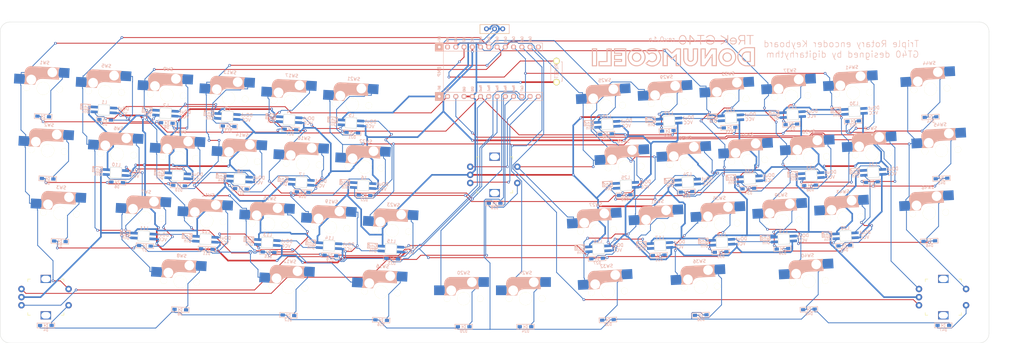
<source format=kicad_pcb>
(kicad_pcb (version 20211014) (generator pcbnew)
  (layers (0 "F.Cu" signal) (31 "B.Cu" signal) (34 "B.Paste" user) (35 "F.Paste" user) (36 "B.SilkS" user "B.Silkscreen") (37 "F.SilkS" user "F.Silkscreen") (38 "B.Mask" user) (39 "F.Mask" user) (44 "Edge.Cuts" user))
  (net 0 "")
  (net 1 "Row0")
  (net 2 "Net-(D1-Pad2)")
  (net 3 "Row1")
  (net 4 "Net-(D2-Pad2)")
  (net 5 "Row2")
  (net 6 "Net-(D3-Pad2)")
  (net 7 "Row3")
  (net 8 "Net-(D4-Pad2)")
  (net 9 "Net-(D5-Pad2)")
  (net 10 "Net-(D6-Pad2)")
  (net 11 "Net-(D7-Pad2)")
  (net 12 "Net-(D8-Pad2)")
  (net 13 "Net-(D9-Pad2)")
  (net 14 "Net-(D10-Pad2)")
  (net 15 "Net-(D11-Pad2)")
  (net 16 "Net-(D12-Pad2)")
  (net 17 "Net-(D13-Pad2)")
  (net 18 "Net-(D14-Pad2)")
  (net 19 "Net-(D15-Pad2)")
  (net 20 "Net-(D16-Pad2)")
  (net 21 "Net-(D17-Pad2)")
  (net 22 "Net-(D18-Pad2)")
  (net 23 "Net-(D19-Pad2)")
  (net 24 "Net-(D20-Pad2)")
  (net 25 "Net-(D21-Pad2)")
  (net 26 "Net-(D22-Pad2)")
  (net 27 "Net-(D23-Pad2)")
  (net 28 "Net-(D24-Pad2)")
  (net 29 "Net-(D25-Pad1)")
  (net 30 "Net-(D26-Pad1)")
  (net 31 "Net-(D27-Pad1)")
  (net 32 "Net-(D28-Pad1)")
  (net 33 "Net-(D29-Pad1)")
  (net 34 "Net-(D30-Pad1)")
  (net 35 "Net-(D31-Pad1)")
  (net 36 "Net-(D32-Pad1)")
  (net 37 "Net-(D33-Pad1)")
  (net 38 "Net-(D34-Pad1)")
  (net 39 "Net-(D35-Pad1)")
  (net 40 "Net-(D36-Pad1)")
  (net 41 "Net-(D37-Pad1)")
  (net 42 "Net-(D38-Pad1)")
  (net 43 "Net-(D39-Pad1)")
  (net 44 "Net-(D40-Pad1)")
  (net 45 "Net-(D41-Pad1)")
  (net 46 "Net-(D42-Pad1)")
  (net 47 "Net-(D43-Pad1)")
  (net 48 "Net-(D44-Pad1)")
  (net 49 "Net-(D45-Pad1)")
  (net 50 "Net-(D46-Pad1)")
  (net 51 "Net-(D47-Pad1)")
  (net 52 "GND")
  (net 53 "Bat+")
  (net 54 "VCC")
  (net 55 "Net-(L1-Pad1)")
  (net 56 "LED")
  (net 57 "Net-(L2-Pad1)")
  (net 58 "Net-(L3-Pad1)")
  (net 59 "Net-(L4-Pad1)")
  (net 60 "Net-(L5-Pad1)")
  (net 61 "Net-(L6-Pad1)")
  (net 62 "Net-(L7-Pad1)")
  (net 63 "Net-(L8-Pad1)")
  (net 64 "Net-(L10-Pad3)")
  (net 65 "Net-(L10-Pad1)")
  (net 66 "Net-(L11-Pad1)")
  (net 67 "Net-(L12-Pad1)")
  (net 68 "Net-(L13-Pad1)")
  (net 69 "Net-(L14-Pad1)")
  (net 70 "Net-(L15-Pad1)")
  (net 71 "Net-(L16-Pad1)")
  (net 72 "Net-(L17-Pad1)")
  (net 73 "Net-(L18-Pad1)")
  (net 74 "Net-(L19-Pad1)")
  (net 75 "Net-(L20-Pad1)")
  (net 76 "Net-(L21-Pad1)")
  (net 77 "Net-(L22-Pad1)")
  (net 78 "Net-(L23-Pad1)")
  (net 79 "Net-(L24-Pad1)")
  (net 80 "Net-(L25-Pad1)")
  (net 81 "Net-(L26-Pad1)")
  (net 82 "Net-(L27-Pad1)")
  (net 83 "Net-(L28-Pad1)")
  (net 84 "Net-(L29-Pad1)")
  (net 86 "Col0")
  (net 87 "RE1a")
  (net 88 "RE1b")
  (net 89 "Col1")
  (net 90 "Col2")
  (net 91 "Col3")
  (net 92 "Col4")
  (net 93 "Col5")
  (net 94 "RE2a")
  (net 95 "RE2b")
  (net 96 "RE3a")
  (net 97 "RE3b")
  (net 98 "Reset")
  (footprint "kbd_Parts:RotaryEncoder_EC12E" (layer "F.Cu") (at 33.3375 101.925)
    (fp_text reference "SW4")
    (fp_text value "RotaryEncoder_Switch")
  )
  (footprint "kbd_SW:CherryMX_Hotswap_1.25u" (layer "F.Cu") (at 206.3276 100.3005 3)
    (fp_text reference "SW32")
    (fp_text value "SW_PUSH" hide)
  )
  (footprint "kbd_SW:CherryMX_Hotswap_1u" (layer "F.Cu") (at 221.9765 80.4042 3)
    (fp_text reference "SW31")
    (fp_text value "SW_PUSH" hide)
  )
  (footprint "kbd_SW:CherryMX_Hotswap_1.75u" (layer "F.Cu") (at 234.8897 98.8036 3)
    (fp_text reference "SW36")
    (fp_text value "SW_PUSH" hide)
  )
  (footprint "kbd_SW:CherryMX_Hotswap_1u" (layer "F.Cu") (at 224.7648 42.1058 3)
    (fp_text reference "SW29")
    (fp_text value "SW_PUSH" hide)
  )
  (footprint "kbd_SW:CherryMX_Hotswap_1u" (layer "F.Cu") (at 249.5416 59.8834 3)
    (fp_text reference "SW34")
    (fp_text value "SW_PUSH" hide)
  )
  (footprint "kbd_SW:CherryMX_Hotswap_1u" (layer "F.Cu") (at 205.7409 43.1028 3)
    (fp_text reference "SW25")
    (fp_text value "SW_PUSH" hide)
  )
  (footprint "kbd_SW:CherryMX_Hotswap_1u" (layer "F.Cu") (at 202.9789 81.3998 3)
    (fp_text reference "SW27")
    (fp_text value "SW_PUSH" hide)
  )
  (footprint "kbd_SW:CherryMX_Hotswap_1.25u" (layer "F.Cu") (at 268.1815 97.0589 3)
    (fp_text reference "SW40")
    (fp_text value "SW_PUSH" hide)
  )
  (footprint "kbd_SW:CherryMX_Hotswap_1u" (layer "F.Cu") (at 211.4938 61.8774 3)
    (fp_text reference "SW26")
    (fp_text value "SW_PUSH" hide)
  )
  (footprint "kbd_SW:CherryMX_Hotswap_1u" (layer "F.Cu") (at 241.0267 79.4058 3)
    (fp_text reference "SW35")
    (fp_text value "SW_PUSH" hide)
  )
  (footprint "kbd_SW:CherryMX_Hotswap_1u" (layer "F.Cu") (at 262.7862 40.1132 3)
    (fp_text reference "SW37")
    (fp_text value "SW_PUSH" hide)
  )
  (footprint "kbd_SW:CherryMX_Hotswap_1u" (layer "F.Cu") (at 268.5392 58.8878 3)
    (fp_text reference "SW38")
    (fp_text value "SW_PUSH" hide)
  )
  (footprint "kbd_SW:CherryMX_Hotswap_1u" (layer "F.Cu") (at 260.0506 78.4088 3)
    (fp_text reference "SW39")
    (fp_text value "SW_PUSH" hide)
  )
  (footprint "kbd_SW:CherryMX_Hotswap_1.75u" (layer "F.Cu") (at 305.2323 76.041 3)
    (fp_text reference "SW46")
    (fp_text value "SW_PUSH" hide)
  )
  (footprint "kbd_SW:CherryMX_Hotswap_1u" (layer "F.Cu") (at 287.5894 57.8894 3)
    (fp_text reference "SW42")
    (fp_text value "SW_PUSH" hide)
  )
  (footprint "kbd_SW:CherryMX_Hotswap_1u" (layer "F.Cu") (at 281.8101 39.1162 3)
    (fp_text reference "SW41")
    (fp_text value "SW_PUSH" hide)
  )
  (footprint "kbd_SW:CherryMX_Hotswap_1u" (layer "F.Cu") (at 243.7623 41.1102 3)
    (fp_text reference "SW33")
    (fp_text value "SW_PUSH" hide)
  )
  (footprint "kbd_SW:CherryMX_Hotswap_1u" (layer "F.Cu") (at 279.0745 77.4118 3)
    (fp_text reference "SW43")
    (fp_text value "SW_PUSH" hide)
  )
  (footprint "kbd_SW:CherryMX_Hotswap_1.25u" (layer "F.Cu") (at 308.9913 56.7678 3)
    (fp_text reference "SW45")
    (fp_text value "SW_PUSH" hide)
  )
  (footprint "kbd_Parts:RotaryEncoder_EC12E" (layer "F.Cu") (at 309.5625 101.925)
    (fp_text reference "SW47")
    (fp_text value "RotaryEncoder_Switch")
  )
  (footprint "kbd_SW:CherryMX_Hotswap_1u" (layer "F.Cu") (at 161.925 102.3937)
    (fp_text reference "SW20")
    (fp_text value "SW_PUSH" hide)
  )
  (footprint "kbd_SW:CherryMX_Hotswap_1u" (layer "F.Cu") (at 180.975 102.3937)
    (fp_text reference "SW24")
    (fp_text value "SW_PUSH" hide)
  )
  (footprint "kbd_Parts:RotaryEncoder_EC12E" (layer "F.Cu") (at 171.45 64.2937)
    (fp_text reference "SW28")
    (fp_text value "RotaryEncoder_Switch")
  )
  (footprint "kbd_SW:CherryMX_Hotswap_1u" (layer "F.Cu") (at 51.5498 38.6858 -3)
    (fp_text reference "SW5")
    (fp_text value "SW_PUSH" hide)
  )
  (footprint "kbd_SW:CherryMX_Hotswap_1u" (layer "F.Cu") (at 70.5737 39.6828 -3)
    (fp_text reference "SW9")
    (fp_text value "SW_PUSH" hide)
  )
  (footprint "kbd_SW:CherryMX_Hotswap_1u" (layer "F.Cu") (at 74.3327 58.9559 -3)
    (fp_text reference "SW10")
    (fp_text value "SW_PUSH" hide)
  )
  (footprint "kbd_SW:CherryMX_Hotswap_1u" (layer "F.Cu") (at 55.3088 57.9589 -3)
    (fp_text reference "SW6")
    (fp_text value "SW_PUSH" hide)
  )
  (footprint "kbd_SW:CherryMX_Hotswap_1u" (layer "F.Cu") (at 93.3565 59.9529 -3)
    (fp_text reference "SW14")
    (fp_text value "SW_PUSH" hide)
  )
  (footprint "kbd_SW:CherryMX_Hotswap_1u" (layer "F.Cu") (at 112.3804 60.9499 -3)
    (fp_text reference "SW18")
    (fp_text value "SW_PUSH" hide)
  )
  (footprint "kbd_SW:CherryMX_Hotswap_1u" (layer "F.Cu") (at 63.8237 77.4813 -3)
    (fp_text reference "SW7")
    (fp_text value "SW_PUSH" hide)
  )
  (footprint "kbd_SW:CherryMX_Hotswap_1u" (layer "F.Cu") (at 131.4043 61.9469 -3)
    (fp_text reference "SW22")
    (fp_text value "SW_PUSH" hide)
  )
  (footprint "kbd_SW:CherryMX_Hotswap_1u" (layer "F.Cu") (at 32.5259 37.6888 -3)
    (fp_text reference "SW1")
    (fp_text value "SW_PUSH" hide)
  )
  (footprint "kbd_SW:CherryMX_Hotswap_1u" (layer "F.Cu") (at 108.6215 41.6768 -3)
    (fp_text reference "SW17")
    (fp_text value "SW_PUSH" hide)
  )
  (footprint "kbd_SW:CherryMX_Hotswap_1u" (layer "F.Cu") (at 120.8954 80.4723 -3)
    (fp_text reference "SW19")
    (fp_text value "SW_PUSH" hide)
  )
  (footprint "kbd_SW:CherryMX_Hotswap_1u" (layer "F.Cu") (at 127.6485 42.6739 -3)
    (fp_text reference "SW21")
    (fp_text value "SW_PUSH" hide)
  )
  (footprint "kbd_SW:CherryMX_Hotswap_1.75u" (layer "F.Cu") (at 37.6659 76.1104 -3)
    (fp_text reference "SW3")
    (fp_text value "SW_PUSH" hide)
  )
  (footprint "kbd_SW:CherryMX_Hotswap_1u" (layer "F.Cu") (at 82.8476 78.4783 -3)
    (fp_text reference "SW11")
    (fp_text value "SW_PUSH" hide)
  )
  (footprint "kbd_SW:CherryMX_Hotswap_1u" (layer "F.Cu") (at 89.5976 40.6798 -3)
    (fp_text reference "SW13")
    (fp_text value "SW_PUSH" hide)
  )
  (footprint "kbd_SW:CherryMX_Hotswap_1u" (layer "F.Cu") (at 101.8715 79.4753 -3)
    (fp_text reference "SW15")
    (fp_text value "SW_PUSH" hide)
  )
  (footprint "kbd_SW:CherryMX_Hotswap_1u" (layer "F.Cu") (at 139.9193 81.4693 -3)
    (fp_text reference "SW23")
    (fp_text value "SW_PUSH" hide)
  )
  (footprint "kbd_SW:CherryMX_Hotswap_1.25u" (layer "F.Cu") (at 136.5443 100.3686 -3)
    (fp_text reference "SW16")
    (fp_text value "SW_PUSH" hide)
  )
  (footprint "kbd_SW:CherryMX_Hotswap_1.75u" (layer "F.Cu") (at 108.0085 98.8731 -3)
    (fp_text reference "SW12")
    (fp_text value "SW_PUSH" hide)
  )
  (footprint "kbd_SW:CherryMX_Hotswap_1.25u" (layer "F.Cu") (at 33.9069 56.8373 -3)
    (fp_text reference "SW2")
    (fp_text value "SW_PUSH" hide)
  )
  (footprint "kbd_SW:CherryMX_Hotswap_1.25u" (layer "F.Cu") (at 74.7166 97.1283 -3)
    (fp_text reference "SW8")
    (fp_text value "SW_PUSH" hide)
  )
  (footprint "kbd_SW:CherryMX_Hotswap_1.5u" (layer "F.Cu") (at 305.6163 37.8686 3)
    (fp_text reference "SW44")
    (fp_text value "SW_PUSH" hide)
  )
  (footprint "kbd_SW:CherryMX_Hotswap_1u" (layer "F.Cu") (at 230.5177 60.8804 3)
    (fp_text reference "SW30")
    (fp_text value "SW_PUSH" hide)
  )
  (footprint "kbd_Parts:LED_SK6812MINI-E_BL" (layer "F.Cu") (at 54.8882 63.5911 -3)
    (fp_text reference "L10")
    (fp_text value "SK6812MINI" hide)
    (fp_line (start -1.75 -1.6) (end 1.75 -1.6) (layer "Edge.Cuts") (width 0.12))
    (fp_line (start -1.75 1.6) (end -1.75 -1.6) (layer "Edge.Cuts") (width 0.12))
    (fp_line (start 1.75 1.6) (end -1.75 1.6) (layer "Edge.Cuts") (width 0.12))
    (fp_line (start 1.75 -1.6) (end 1.75 1.6) (layer "Edge.Cuts") (width 0.12))
  )
  (footprint "kbd_Parts:Diode_SMD" (layer "F.Cu") (at 241.0264 88.0416 3)
    (fp_text reference "D35")
    (fp_text value "D" hide)
  )
  (footprint "kbd_Parts:Diode_SMD" (layer "F.Cu") (at 108.6206 50.3144 -3)
    (fp_text reference "D17")
    (fp_text value "D" hide)
  )
  (footprint "kbd_Parts:Diode_SMD" (layer "F.Cu") (at 171.4662 73.031)
    (fp_text reference "D28")
    (fp_text value "D" hide)
  )
  (footprint "kbd_Parts:Diode_SMD" (layer "F.Cu") (at 260.0483 87.047 3)
    (fp_text reference "D39")
    (fp_text value "D" hide)
  )
  (footprint "kbd_Parts:LED_SK6812MINI-E_BL" (layer "F.Cu") (at 287.9871 63.5259 3)
    (fp_text reference "L21")
    (fp_text value "SK6812MINI" hide)
    (fp_line (start 1.75 -1.6) (end 1.75 1.6) (layer "Edge.Cuts") (width 0.12))
    (fp_line (start -1.75 -1.6) (end 1.75 -1.6) (layer "Edge.Cuts") (width 0.12))
    (fp_line (start 1.75 1.6) (end -1.75 1.6) (layer "Edge.Cuts") (width 0.12))
    (fp_line (start -1.75 1.6) (end -1.75 -1.6) (layer "Edge.Cuts") (width 0.12))
  )
  (footprint "kbd_Parts:Diode_SMD" (layer "F.Cu") (at 33.3375 110.6496)
    (fp_text reference "D4")
    (fp_text value "D" hide)
  )
  (footprint "kbd_Parts:LED_SK6812MINI-E_BL" (layer "F.Cu") (at 120.4898 86.1009 -3)
    (fp_text reference "L14")
    (fp_text value "SK6812MINI" hide)
    (fp_line (start 1.75 1.6) (end -1.75 1.6) (layer "Edge.Cuts") (width 0.12))
    (fp_line (start 1.75 -1.6) (end 1.75 1.6) (layer "Edge.Cuts") (width 0.12))
    (fp_line (start -1.75 -1.6) (end 1.75 -1.6) (layer "Edge.Cuts") (width 0.12))
    (fp_line (start -1.75 1.6) (end -1.75 -1.6) (layer "Edge.Cuts") (width 0.12))
  )
  (footprint "kbd_Parts:Diode_SMD" (layer "F.Cu") (at 281.8059 47.7526 3)
    (fp_text reference "D41")
    (fp_text value "D" hide)
  )
  (footprint "kbd_Parts:Diode_SMD" (layer "F.Cu") (at 131.4049 70.5832 -3)
    (fp_text reference "D22")
    (fp_text value "D" hide)
  )
  (footprint "kbd_Parts:LED_SK6812MINI-E_BL" (layer "F.Cu") (at 111.9804 66.5855 -3)
    (fp_text reference "L7")
    (fp_text value "SK6812MINI" hide)
    (fp_line (start -1.75 -1.6) (end 1.75 -1.6) (layer "Edge.Cuts") (width 0.12))
    (fp_line (start 1.75 1.6) (end -1.75 1.6) (layer "Edge.Cuts") (width 0.12))
    (fp_line (start 1.75 -1.6) (end 1.75 1.6) (layer "Edge.Cuts") (width 0.12))
    (fp_line (start -1.75 1.6) (end -1.75 -1.6) (layer "Edge.Cuts") (width 0.12))
  )
  (footprint "kbd_Parts:Diode_SMD" (layer "F.Cu") (at 127.6566 51.3037 -3)
    (fp_text reference "D21")
    (fp_text value "D" hide)
  )
  (footprint "kbd_Parts:LED_SK6812MINI-E_BL" (layer "F.Cu") (at 70.1737 45.3159 -3)
    (fp_text reference "L2")
    (fp_text value "SK6812MINI" hide)
    (fp_line (start 1.75 1.6) (end -1.75 1.6) (layer "Edge.Cuts") (width 0.12))
    (fp_line (start -1.75 -1.6) (end 1.75 -1.6) (layer "Edge.Cuts") (width 0.12))
    (fp_line (start 1.75 -1.6) (end 1.75 1.6) (layer "Edge.Cuts") (width 0.12))
    (fp_line (start -1.75 1.6) (end -1.75 -1.6) (layer "Edge.Cuts") (width 0.12))
  )
  (footprint "kbd_Parts:Diode_SMD" (layer "F.Cu") (at 221.9756 89.0406 3)
    (fp_text reference "D31")
    (fp_text value "D" hide)
  )
  (footprint "kbd_Parts:Diode_SMD" (layer "F.Cu") (at 305.2361 84.6739 3)
    (fp_text reference "D46")
    (fp_text value "D" hide)
  )
  (footprint "kbd_Parts:ResetSW" (layer "F.Cu") (at 190.5 32.5 90)
    (fp_text reference "SW48" hide)
    (fp_text value "SW_PUSH")
  )
  (footprint "kbd_Parts:LED_SK6812MINI-E_BL" (layer "F.Cu") (at 249.9392 65.5195 3)
    (fp_text reference "L23")
    (fp_text value "SK6812MINI" hide)
    (fp_line (start 1.75 -1.6) (end 1.75 1.6) (layer "Edge.Cuts") (width 0.12))
    (fp_line (start -1.75 1.6) (end -1.75 -1.6) (layer "Edge.Cuts") (width 0.12))
    (fp_line (start 1.75 1.6) (end -1.75 1.6) (layer "Edge.Cuts") (width 0.12))
    (fp_line (start -1.75 -1.6) (end 1.75 -1.6) (layer "Edge.Cuts") (width 0.12))
  )
  (footprint "kbd_Parts:LED_SK6812MINI-E_BL" (layer "F.Cu") (at 244.1672 46.7453 3)
    (fp_text reference "L28")
    (fp_text value "SK6812MINI" hide)
    (fp_line (start 1.75 1.6) (end -1.75 1.6) (layer "Edge.Cuts") (width 0.12))
    (fp_line (start -1.75 1.6) (end -1.75 -1.6) (layer "Edge.Cuts") (width 0.12))
    (fp_line (start -1.75 -1.6) (end 1.75 -1.6) (layer "Edge.Cuts") (width 0.12))
    (fp_line (start 1.75 -1.6) (end 1.75 1.6) (layer "Edge.Cuts") (width 0.12))
  )
  (footprint "kbd_Parts:LED_SK6812MINI-E_BL" (layer "F.Cu") (at 51.1824 44.3194 -3)
    (fp_text reference "L1")
    (fp_text value "SK6812MINI" hide)
    (fp_line (start 1.75 1.6) (end -1.75 1.6) (layer "Edge.Cuts") (width 0.12))
    (fp_line (start 1.75 -1.6) (end 1.75 1.6) (layer "Edge.Cuts") (width 0.12))
    (fp_line (start -1.75 1.6) (end -1.75 -1.6) (layer "Edge.Cuts") (width 0.12))
    (fp_line (start -1.75 -1.6) (end 1.75 -1.6) (layer "Edge.Cuts") (width 0.12))
  )
  (footprint "kbd_Parts:Diode_SMD" (layer "F.Cu") (at 206.3305 108.9411 3)
    (fp_text reference "D32")
    (fp_text value "D" hide)
  )
  (footprint "kbd_Parts:Diode_SMD" (layer "F.Cu") (at 82.8831 87.1121 -3)
    (fp_text reference "D11")
    (fp_text value "D" hide)
  )
  (footprint "kbd_Parts:LED_SK6812MINI-E_BL" (layer "F.Cu") (at 241.4264 85.0416 3)
    (fp_text reference "L18")
    (fp_text value "SK6812MINI" hide)
    (fp_line (start -1.75 -1.6) (end 1.75 -1.6) (layer "Edge.Cuts") (width 0.12))
    (fp_line (start 1.75 1.6) (end -1.75 1.6) (layer "Edge.Cuts") (width 0.12))
    (fp_line (start 1.75 -1.6) (end 1.75 1.6) (layer "Edge.Cuts") (width 0.12))
    (fp_line (start -1.75 1.6) (end -1.75 -1.6) (layer "Edge.Cuts") (width 0.12))
  )
  (footprint "kbd_Parts:Diode_SMD" (layer "F.Cu") (at 234.8873 107.4395 3)
    (fp_text reference "D36")
    (fp_text value "D" hide)
  )
  (footprint "kbd_Parts:Battery_XH2.5_GL_PCB" (layer "F.Cu") (at 171.45 19.3)
    (fp_text reference "J1")
    (fp_text value "Conn_01x02" hide)
  )
  (footprint "kbd_Parts:Diode_SMD" (layer "F.Cu") (at 268.5346 67.5248 3)
    (fp_text reference "D38")
    (fp_text value "D" hide)
  )
  (footprint "kbd_Parts:LED_SK6812MINI-E_BL" (layer "F.Cu") (at 203.3869 87.0434 3)
    (fp_text reference "L16")
    (fp_text value "SK6812MINI" hide)
    (fp_line (start -1.75 -1.6) (end 1.75 -1.6) (layer "Edge.Cuts") (width 0.12))
    (fp_line (start -1.75 1.6) (end -1.75 -1.6) (layer "Edge.Cuts") (width 0.12))
    (fp_line (start 1.75 1.6) (end -1.75 1.6) (layer "Edge.Cuts") (width 0.12))
    (fp_line (start 1.75 -1.6) (end 1.75 1.6) (layer "Edge.Cuts") (width 0.12))
  )
  (footprint "kbd_Parts:Diode_SMD" (layer "F.Cu") (at 161.9311 111.0313)
    (fp_text reference "D20")
    (fp_text value "D" hide)
  )
  (footprint "kbd_Parts:LED_SK6812MINI-E_BL" (layer "F.Cu") (at 230.9191 66.516 3)
    (fp_text reference "L24")
    (fp_text value "SK6812MINI" hide)
    (fp_line (start -1.75 -1.6) (end 1.75 -1.6) (layer "Edge.Cuts") (width 0.12))
    (fp_line (start 1.75 1.6) (end -1.75 1.6) (layer "Edge.Cuts") (width 0.12))
    (fp_line (start -1.75 1.6) (end -1.75 -1.6) (layer "Edge.Cuts") (width 0.12))
    (fp_line (start 1.75 -1.6) (end 1.75 1.6) (layer "Edge.Cuts") (width 0.12))
  )
  (footprint "kbd_Parts:Diode_SMD" (layer "F.Cu") (at 33.8929 65.4753 -3)
    (fp_text reference "D2")
    (fp_text value "D" hide)
  )
  (footprint "kbd_Parts:LED_SK6812MINI-E_BL" (layer "F.Cu") (at 211.8914 67.5137 3)
    (fp_text reference "L25")
    (fp_text value "SK6812MINI" hide)
    (fp_line (start -1.75 -1.6) (end 1.75 -1.6) (layer "Edge.Cuts") (width 0.12))
    (fp_line (start 1.75 1.6) (end -1.75 1.6) (layer "Edge.Cuts") (width 0.12))
    (fp_line (start -1.75 1.6) (end -1.75 -1.6) (layer "Edge.Cuts") (width 0.12))
    (fp_line (start 1.75 -1.6) (end 1.75 1.6) (layer "Edge.Cuts") (width 0.12))
  )
  (footprint "kbd_Parts:Diode_SMD" (layer "F.Cu") (at 279.0722 86.0493 3)
    (fp_text reference "D43")
    (fp_text value "D" hide)
  )
  (footprint "kbd_Parts:Diode_SMD" (layer "F.Cu") (at 136.5443 109.0024 -3)
    (fp_text reference "D16")
    (fp_text value "D" hide)
  )
  (footprint "kbd_Parts:Diode_SMD" (layer "F.Cu") (at 230.5191 69.516 3)
    (fp_text reference "D30")
    (fp_text value "D" hide)
  )
  (footprint "kbd_Parts:LED_SK6812MINI-E_BL" (layer "F.Cu") (at 73.9327 64.5964 -3)
    (fp_text reference "L9")
    (fp_text value "SK6812MINI" hide)
    (fp_line (start -1.75 -1.6) (end 1.75 -1.6) (layer "Edge.Cuts") (width 0.12))
    (fp_line (start 1.75 -1.6) (end 1.75 1.6) (layer "Edge.Cuts") (width 0.12))
    (fp_line (start 1.75 1.6) (end -1.75 1.6) (layer "Edge.Cuts") (width 0.12))
    (fp_line (start -1.75 1.6) (end -1.75 -1.6) (layer "Edge.Cuts") (width 0.12))
  )
  (footprint "kbd_Parts:LED_SK6812MINI-E_BL" (layer "F.Cu") (at 101.4715 85.1152 -3)
    (fp_text reference "L13")
    (fp_text value "SK6812MINI" hide)
    (fp_line (start -1.75 1.6) (end -1.75 -1.6) (layer "Edge.Cuts") (width 0.12))
    (fp_line (start -1.75 -1.6) (end 1.75 -1.6) (layer "Edge.Cuts") (width 0.12))
    (fp_line (start 1.75 1.6) (end -1.75 1.6) (layer "Edge.Cuts") (width 0.12))
    (fp_line (start 1.75 -1.6) (end 1.75 1.6) (layer "Edge.Cuts") (width 0.12))
  )
  (footprint "kbd_Parts:Diode_SMD" (layer "F.Cu") (at 70.5737 48.3159 -3)
    (fp_text reference "D9")
    (fp_text value "D" hide)
  )
  (footprint "kbd_Parts:Diode_SMD" (layer "F.Cu") (at 51.5824 47.3194 -3)
    (fp_text reference "D5")
    (fp_text value "D" hide)
  )
  (footprint "kbd_Parts:Diode_SMD" (layer "F.Cu") (at 211.4914 70.5137 3)
    (fp_text reference "D26")
    (fp_text value "D" hide)
  )
  (footprint "kbd_Parts:LED_SK6812MINI-E_BL" (layer "F.Cu") (at 263.1849 45.7468 3)
    (fp_text reference "L29")
    (fp_text value "SK6812MINI" hide)
    (fp_line (start 1.75 -1.6) (end 1.75 1.6) (layer "Edge.Cuts") (width 0.12))
    (fp_line (start -1.75 -1.6) (end 1.75 -1.6) (layer "Edge.Cuts") (width 0.12))
    (fp_line (start -1.75 1.6) (end -1.75 -1.6) (layer "Edge.Cuts") (width 0.12))
    (fp_line (start 1.75 1.6) (end -1.75 1.6) (layer "Edge.Cuts") (width 0.12))
  )
  (footprint "kbd_Parts:Diode_SMD" (layer "F.Cu") (at 268.1842 105.6944 3)
    (fp_text reference "D40")
    (fp_text value "D" hide)
  )
  (footprint "kbd_Parts:LED_SK6812MINI-E_BL" (layer "F.Cu") (at 89.1976 46.3204 -3)
    (fp_text reference "L3")
    (fp_text value "SK6812MINI" hide)
    (fp_line (start 1.75 -1.6) (end 1.75 1.6) (layer "Edge.Cuts") (width 0.12))
    (fp_line (start 1.75 1.6) (end -1.75 1.6) (layer "Edge.Cuts") (width 0.12))
    (fp_line (start -1.75 -1.6) (end 1.75 -1.6) (layer "Edge.Cuts") (width 0.12))
    (fp_line (start -1.75 1.6) (end -1.75 -1.6) (layer "Edge.Cuts") (width 0.12))
  )
  (footprint "kbd_Parts:LED_SK6812MINI-E_BL" (layer "F.Cu") (at 268.9346 64.5248 3)
    (fp_text reference "L22")
    (fp_text value "SK6812MINI" hide)
    (fp_line (start 1.75 -1.6) (end 1.75 1.6) (layer "Edge.Cuts") (width 0.12))
    (fp_line (start -1.75 -1.6) (end 1.75 -1.6) (layer "Edge.Cuts") (width 0.12))
    (fp_line (start 1.75 1.6) (end -1.75 1.6) (layer "Edge.Cuts") (width 0.12))
    (fp_line (start -1.75 1.6) (end -1.75 -1.6) (layer "Edge.Cuts") (width 0.12))
  )
  (footprint "kbd_Parts:LED_SK6812MINI-E_BL" (layer "F.Cu") (at 222.3756 86.0406 3)
    (fp_text reference "L17")
    (fp_text value "SK6812MINI" hide)
    (fp_line (start -1.75 -1.6) (end 1.75 -1.6) (layer "Edge.Cuts") (width 0.12))
    (fp_line (start 1.75 1.6) (end -1.75 1.6) (layer "Edge.Cuts") (width 0.12))
    (fp_line (start 1.75 -1.6) (end 1.75 1.6) (layer "Edge.Cuts") (width 0.12))
    (fp_line (start -1.75 1.6) (end -1.75 -1.6) (layer "Edge.Cuts") (width 0.12))
  )
  (footprint "kbd_Parts:LED_SK6812MINI-E_BL" (layer "F.Cu") (at 127.2566 48.3037 -3)
    (fp_text reference "L5")
    (fp_text value "SK6812MINI" hide)
    (fp_line (start 1.75 1.6) (end -1.75 1.6) (layer "Edge.Cuts") (width 0.12))
    (fp_line (start -1.75 -1.6) (end 1.75 -1.6) (layer "Edge.Cuts") (width 0.12))
    (fp_line (start -1.75 1.6) (end -1.75 -1.6) (layer "Edge.Cuts") (width 0.12))
    (fp_line (start 1.75 -1.6) (end 1.75 1.6) (layer "Edge.Cuts") (width 0.12))
  )
  (footprint "kbd_Parts:Diode_SMD" (layer "F.Cu") (at 112.3804 69.5855 -3)
    (fp_text reference "D18")
    (fp_text value "D" hide)
  )
  (footprint "kbd_Parts:LED_SK6812MINI-E_BL" (layer "F.Cu") (at 92.9565 65.5877 -3)
    (fp_text reference "L8")
    (fp_text value "SK6812MINI" hide)
    (fp_line (start 1.75 -1.6) (end 1.75 1.6) (layer "Edge.Cuts") (width 0.12))
    (fp_line (start 1.75 1.6) (end -1.75 1.6) (layer "Edge.Cuts") (width 0.12))
    (fp_line (start -1.75 1.6) (end -1.75 -1.6) (layer "Edge.Cuts") (width 0.12))
    (fp_line (start -1.75 -1.6) (end 1.75 -1.6) (layer "Edge.Cuts") (width 0.12))
  )
  (footprint "kbd_Parts:Diode_SMD" (layer "F.Cu") (at 180.9652 111.0214)
    (fp_text reference "D24")
    (fp_text value "D" hide)
  )
  (footprint "kbd_Parts:Diode_SMD" (layer "F.Cu") (at 37.6639 84.7452 -3)
    (fp_text reference "D3")
    (fp_text value "D" hide)
  )
  (footprint "kbd_Parts:Diode_SMD" (layer "F.Cu") (at 262.7849 48.7468 3)
    (fp_text reference "D37")
    (fp_text value "D" hide)
  )
  (footprint "kbd_Parts:Micon_BMP_GL" (layer "F.Cu") (at 171.45 32.5 90)
    (fp_text reference "U1" hide)
    (fp_text value "BLEMicroPro" hide)
  )
  (footprint "kbd_Parts:LED_SK6812MINI-E_BL" (layer "F.Cu") (at 279.4722 83.0493 3)
    (fp_text reference "L20")
    (fp_text value "SK6812MINI" hide)
    (fp_line (start -1.75 -1.6) (end 1.75 -1.6) (layer "Edge.Cuts") (width 0.12))
    (fp_line (start 1.75 -1.6) (end 1.75 1.6) (layer "Edge.Cuts") (width 0.12))
    (fp_line (start 1.75 1.6) (end -1.75 1.6) (layer "Edge.Cuts") (width 0.12))
    (fp_line (start -1.75 1.6) (end -1.75 -1.6) (layer "Edge.Cuts") (width 0.12))
  )
  (footprint "kbd_Parts:LED_SK6812MINI-E_BL" (layer "F.Cu") (at 260.4483 84.047 3)
    (fp_text reference "L19")
    (fp_text value "SK6812MINI" hide)
    (fp_line (start 1.75 -1.6) (end 1.75 1.6) (layer "Edge.Cuts") (width 0.12))
    (fp_line (start -1.75 1.6) (end -1.75 -1.6) (layer "Edge.Cuts") (width 0.12))
    (fp_line (start -1.75 -1.6) (end 1.75 -1.6) (layer "Edge.Cuts") (width 0.12))
    (fp_line (start 1.75 1.6) (end -1.75 1.6) (layer "Edge.Cuts") (width 0.12))
  )
  (footprint "kbd_Parts:Diode_SMD" (layer "F.Cu") (at 63.8237 86.1287 -3)
    (fp_text reference "D7")
    (fp_text value "D" hide)
  )
  (footprint "kbd_Parts:Diode_SMD" (layer "F.Cu") (at 93.3565 68.5877 -3)
    (fp_text reference "D14")
    (fp_text value "D" hide)
  )
  (footprint "kbd_Parts:Diode_SMD" (layer "F.Cu") (at 139.9324 90.128 -3)
    (fp_text reference "D23")
    (fp_text value "D" hide)
  )
  (footprint "kbd_Parts:LED_SK6812MINI-E_BL" (layer "F.Cu") (at 282.2059 44.7526 3)
    (fp_text reference "L30")
    (fp_text value "SK6812MINI" hide)
    (fp_line (start 1.75 1.6) (end -1.75 1.6) (layer "Edge.Cuts") (width 0.12))
    (fp_line (start -1.75 1.6) (end -1.75 -1.6) (layer "Edge.Cuts") (width 0.12))
    (fp_line (start 1.75 -1.6) (end 1.75 1.6) (layer "Edge.Cuts") (width 0.12))
    (fp_line (start -1.75 -1.6) (end 1.75 -1.6) (layer "Edge.Cuts") (width 0.12))
  )
  (footprint "kbd_Parts:LED_SK6812MINI-E_BL" (layer "F.Cu") (at 131.0049 67.5832 -3)
    (fp_text reference "L6")
    (fp_text value "SK6812MINI" hide)
    (fp_line (start -1.75 1.6) (end -1.75 -1.6) (layer "Edge.Cuts") (width 0.12))
    (fp_line (start 1.75 -1.6) (end 1.75 1.6) (layer "Edge.Cuts") (width 0.12))
    (fp_line (start 1.75 1.6) (end -1.75 1.6) (layer "Edge.Cuts") (width 0.12))
    (fp_line (start -1.75 -1.6) (end 1.75 -1.6) (layer "Edge.Cuts") (width 0.12))
  )
  (footprint "kbd_Parts:Diode_SMD" (layer "F.Cu") (at 287.5871 66.5259 3)
    (fp_text reference "D42")
    (fp_text value "D" hide)
  )
  (footprint "kbd_Parts:Diode_SMD" (layer "F.Cu") (at 202.9869 90.0434 3)
    (fp_text reference "D27")
    (fp_text value "D" hide)
  )
  (footprint "kbd_Parts:Diode_SMD" (layer "F.Cu") (at 74.3327 67.5964 -3)
    (fp_text reference "D10")
    (fp_text value "D" hide)
  )
  (footprint "kbd_Parts:Diode_SMD" (layer "F.Cu") (at 249.5392 68.5195 3)
    (fp_text reference "D34")
    (fp_text value "D" hide)
  )
  (footprint "kbd_Parts:Diode_SMD" (layer "F.Cu") (at 32.52 46.3272 -3)
    (fp_text reference "D1")
    (fp_text value "D" hide)
  )
  (footprint "kbd_Parts:Diode_SMD" (layer "F.Cu") (at 89.5976 49.3204 -3)
    (fp_text reference "D13")
    (fp_text value "D" hide)
  )
  (footprint "kbd_Parts:LED_SK6812MINI-E_BL" (layer "F.Cu") (at 82.4831 84.1121 -3)
    (fp_text reference "L12")
    (fp_text value "SK6812MINI" hide)
    (fp_line (start -1.75 -1.6) (end 1.75 -1.6) (layer "Edge.Cuts") (width 0.12))
    (fp_line (start -1.75 1.6) (end -1.75 -1.6) (layer "Edge.Cuts") (width 0.12))
    (fp_line (start 1.75 1.6) (end -1.75 1.6) (layer "Edge.Cuts") (width 0.12))
    (fp_line (start 1.75 -1.6) (end 1.75 1.6) (layer "Edge.Cuts") (width 0.12))
  )
  (footprint "kbd_Parts:Diode_SMD" (layer "F.Cu") (at 101.8715 88.1152 -3)
    (fp_text reference "D15")
    (fp_text value "D" hide)
  )
  (footprint "kbd_Parts:LED_SK6812MINI-E_BL" (layer "F.Cu") (at 63.4237 83.1287 -3)
    (fp_text reference "L11")
    (fp_text value "SK6812MINI" hide)
    (fp_line (start -1.75 1.6) (end -1.75 -1.6) (layer "Edge.Cuts") (width 0.12))
    (fp_line (start 1.75 1.6) (end -1.75 1.6) (layer "Edge.Cuts") (width 0.12))
    (fp_line (start -1.75 -1.6) (end 1.75 -1.6) (layer "Edge.Cuts") (width 0.12))
    (fp_line (start 1.75 -1.6) (end 1.75 1.6) (layer "Edge.Cuts") (width 0.12))
  )
  (footprint "kbd_Parts:Diode_SMD" (layer "F.Cu") (at 74.7166 105.7596 -3)
    (fp_text reference "D8")
    (fp_text value "D" hide)
  )
  (footprint "kbd_Parts:Diode_SMD" (layer "F.Cu") (at 308.9922 65.404 3)
    (fp_text reference "D45")
    (fp_text value "D" hide)
  )
  (footprint "kbd_Parts:Diode_SMD" (layer "F.Cu") (at 120.8898 89.1009 -3)
    (fp_text reference "D19")
    (fp_text value "D" hide)
  )
  (footprint "kbd_Parts:Diode_SMD" (layer "F.Cu") (at 205.7288 51.7344 3)
    (fp_text reference "D25")
    (fp_text value "D" hide)
  )
  (footprint "kbd_Parts:Diode_SMD" (layer "F.Cu") (at 224.7648 50.7393 3)
    (fp_text reference "D29")
    (fp_text value "D" hide)
  )
  (footprint "kbd_Parts:Diode_SMD" (layer "F.Cu") (at 243.7672 49.7453 3)
    (fp_text reference "D33")
    (fp_text value "D" hide)
  )
  (footprint "kbd_Parts:Diode_SMD" (layer "F.Cu") (at 305.6151 46.5018 3)
    (fp_text reference "D44")
    (fp_text value "D" hide)
  )
  (footprint "kbd_Parts:LED_SK6812MINI-E_BL" (layer "F.Cu") (at 139.5324 87.128 -3)
    (fp_text reference "L15")
    (fp_text value "SK6812MINI" hide)
    (fp_line (start -1.75 -1.6) (end 1.75 -1.6) (layer "Edge.Cuts") (width 0.12))
    (fp_line (start 1.75 -1.6) (end 1.75 1.6) (layer "Edge.Cuts") (width 0.12))
    (fp_line (start 1.75 1.6) (end -1.75 1.6) (layer "Edge.Cuts") (width 0.12))
    (fp_line (start -1.75 1.6) (end -1.75 -1.6) (layer "Edge.Cuts") (width 0.12))
  )
  (footprint "kbd_Parts:LED_SK6812MINI-E_BL" (layer "F.Cu") (at 206.1288 48.7344 3)
    (fp_text reference "L26")
    (fp_text value "SK6812MINI" hide)
    (fp_line (start 1.75 -1.6) (end 1.75 1.6) (layer "Edge.Cuts") (width 0.12))
    (fp_line (start 1.75 1.6) (end -1.75 1.6) (layer "Edge.Cuts") (width 0.12))
    (fp_line (start -1.75 1.6) (end -1.75 -1.6) (layer "Edge.Cuts") (width 0.12))
    (fp_line (start -1.75 -1.6) (end 1.75 -1.6) (layer "Edge.Cuts") (width 0.12))
  )
  (footprint "kbd_Parts:Diode_SMD" (layer "F.Cu") (at 55.2882 66.5911 -3)
    (fp_text reference "D6")
    (fp_text value "D" hide)
  )
  (footprint "kbd_Parts:LED_SK6812MINI-E_BL" (layer "F.Cu") (at 108.2206 47.3144 -3)
    (fp_text reference "L4")
    (fp_text value "SK6812MINI" hide)
    (fp_line (start -1.75 -1.6) (end 1.75 -1.6) (layer "Edge.Cuts") (width 0.12))
    (fp_line (start -1.75 1.6) (end -1.75 -1.6) (layer "Edge.Cuts") (width 0.12))
    (fp_line (start 1.75 1.6) (end -1.75 1.6) (layer "Edge.Cuts") (width 0.12))
    (fp_line (start 1.75 -1.6) (end 1.75 1.6) (layer "Edge.Cuts") (width 0.12))
  )
  (footprint "kbd_Parts:LED_SK6812MINI-E_BL" (layer "F.Cu") (at 225.1648 47.7393 3)
    (fp_text reference "L27")
    (fp_text value "SK6812MINI" hide)
    (fp_line (start -1.75 1.6) (end -1.75 -1.6) (layer "Edge.Cuts") (width 0.12))
    (fp_line (start -1.75 -1.6) (end 1.75 -1.6) (layer "Edge.Cuts") (width 0.12))
    (fp_line (start 1.75 1.6) (end -1.75 1.6) (layer "Edge.Cuts") (width 0.12))
    (fp_line (start 1.75 -1.6) (end 1.75 1.6) (layer "Edge.Cuts") (width 0.12))
  )
  (footprint "kbd_Parts:Diode_SMD" (layer "F.Cu") (at 309.5625 110.6217)
    (fp_text reference "D47")
    (fp_text value "D" hide)
  )
  (footprint "kbd_Parts:Diode_SMD" (layer "F.Cu") (at 108.0085 107.518 -3)
    (fp_text reference "D12")
    (fp_text value "D" hide)
  )
  (footprint "LOGO" (layer "B.Cu") (at 226.305471 25.935336 180)
    (fp_text reference "G**" hide)
    (fp_text value "LOGO" hide)
  )
  (gr_arc (start 22.275 116.05) (mid 20.15368 115.17132) (end 19.275 113.05) (layer "Edge.Cuts") (width 0.1))
  (gr_arc (start 19.275 20.25) (mid 20.15368 18.12868) (end 22.275 17.25) (layer "Edge.Cuts") (width 0.1))
  (gr_arc (start 323.625 113.05) (mid 322.74632 115.17132) (end 320.625 116.05) (layer "Edge.Cuts") (width 0.1))
  (gr_arc (start 320.625 17.25) (mid 322.74632 18.12868) (end 323.625 20.25) (layer "Edge.Cuts") (width 0.1))
  (gr_line (start 19.275 20.25) (end 19.275 113.05) (layer "Edge.Cuts") (width 0.1))
  (gr_line (start 320.625 17.25) (end 22.275 17.25) (layer "Edge.Cuts") (width 0.1))
  (gr_line (start 323.625 20.25) (end 323.625 113.05) (layer "Edge.Cuts") (width 0.1))
  (gr_line (start 22.275 116.05) (end 320.625 116.05) (layer "Edge.Cuts") (width 0.1))
  (gr_text "Triple Rotary encoder Keyboard\nGT40 designed by digitarhythm" (at 302.2 25.6) (layer "B.SilkS") (effects (font (size 2 2)) (justify left mirror)))
  (gr_text "rev0.1a" (at 222.9 22.6) (layer "B.SilkS") (effects (font (size 1.5 1.5)) (justify mirror)))
  (segment (start 245.0902 51.5389) (end 226.6315 51.5389) (width 0.25) (layer "F.Cu") (net 1))
  (segment (start 245.0902 51.5389) (end 260.2292 51.5389) (width 0.25) (layer "F.Cu") (net 1))
  (segment (start 260.9581 50.81) (end 260.2292 51.5389) (width 0.25) (layer "F.Cu") (net 1))
  (segment (start 288.6199 50.81) (end 302.9866 50.81) (width 0.25) (layer "F.Cu") (net 1))
  (segment (start 280.822 51.2038) (end 288.2261 51.2038) (width 0.25) (layer "F.Cu") (net 1))
  (segment (start 124.0116 51.3906) (end 124.5565 50.8457) (width 0.25) (layer "F.Cu") (net 1))
  (segment (start 105.299 51.3906) (end 124.0116 51.3906) (width 0.25) (layer "F.Cu") (net 1))
  (segment (start 156.4427 50.8457) (end 124.5565 50.8457) (width 0.25) (layer "F.Cu") (net 1))
  (segment (start 32.5398 47.9528) (end 50.0853 47.9528) (width 0.25) (layer "F.Cu") (net 1))
  (segment (start 104.7541 50.8457) (end 104.7541 50.5481) (width 0.25) (layer "F.Cu") (net 1))
  (segment (start 67.0335 48.4029) (end 67.4943 47.9421) (width 0.25) (layer "F.Cu") (net 1))
  (segment (start 67.4943 47.9421) (end 70.6955 51.1433) (width 0.25) (layer "F.Cu") (net 1))
  (segment (start 178.948 51.9724) (end 167.132 40.1564) (width 0.25) (layer "F.Cu") (net 1))
  (segment (start 280.4282 50.81) (end 280.822 51.2038) (width 0.25) (layer "F.Cu") (net 1))
  (segment (start 70.6955 51.1433) (end 87.6401 51.1433) (width 0.25) (layer "F.Cu") (net 1))
  (segment (start 50.0853 47.9528) (end 50.4758 48.3433) (width 0.25) (layer "F.Cu") (net 1))
  (segment (start 211.6816 51.9724) (end 178.948 51.9724) (width 0.25) (layer "F.Cu") (net 1))
  (segment (start 50.4758 48.3433) (end 50.5354 48.4029) (width 0.25) (layer "F.Cu") (net 1))
  (segment (start 226.198 51.9724) (end 211.6816 51.9724) (width 0.25) (layer "F.Cu") (net 1))
  (segment (start 104.4565 51.1433) (end 104.7541 50.8457) (width 0.25) (layer "F.Cu") (net 1))
  (segment (start 104.7541 50.8457) (end 105.299 51.3906) (width 0.25) (layer "F.Cu") (net 1))
  (segment (start 226.6315 51.5389) (end 226.198 51.9724) (width 0.25) (layer "F.Cu") (net 1))
  (segment (start 288.2261 51.2038) (end 288.6199 50.81) (width 0.25) (layer "F.Cu") (net 1))
  (segment (start 50.5354 48.4029) (end 67.0335 48.4029) (width 0.25) (layer "F.Cu") (net 1))
  (segment (start 280.4282 50.81) (end 260.9581 50.81) (width 0.25) (layer "F.Cu") (net 1))
  (segment (start 87.6401 51.1433) (end 104.4565 51.1433) (width 0.25) (layer "F.Cu") (net 1))
  (segment (start 167.132 40.1564) (end 156.4427 50.8457) (width 0.25) (layer "F.Cu") (net 1))
  (via (at 50.4758 48.3433) (size 0.8) (drill 0.4) (layers "F.Cu" "B.Cu") (net 1))
  (via (at 104.7541 50.5481) (size 0.8) (drill 0.4) (layers "F.Cu" "B.Cu") (net 1))
  (via (at 211.6816 51.9724) (size 0.8) (drill 0.4) (layers "F.Cu" "B.Cu") (net 1))
  (via (at 245.0902 51.5389) (size 0.8) (drill 0.4) (layers "F.Cu" "B.Cu") (net 1))
  (via (at 226.198 51.9724) (size 0.8) (drill 0.4) (layers "F.Cu" "B.Cu") (net 1))
  (via (at 67.4943 47.9421) (size 0.8) (drill 0.4) (layers "F.Cu" "B.Cu") (net 1))
  (via (at 302.9866 50.81) (size 0.8) (drill 0.4) (layers "F.Cu" "B.Cu") (net 1))
  (via (at 124.5565 50.8457) (size 0.8) (drill 0.4) (layers "F.Cu" "B.Cu") (net 1))
  (via (at 260.2292 51.5389) (size 0.8) (drill 0.4) (layers "F.Cu" "B.Cu") (net 1))
  (via (at 87.6401 51.1433) (size 0.8) (drill 0.4) (layers "F.Cu" "B.Cu") (net 1))
  (via (at 32.5398 47.9528) (size 0.8) (drill 0.4) (layers "F.Cu" "B.Cu") (net 1))
  (via (at 280.4282 50.81) (size 0.8) (drill 0.4) (layers "F.Cu" "B.Cu") (net 1))
  (segment (start 245.5843 50.5025) (end 245.5398 50.547) (width 0.25) (layer "B.Cu") (net 1))
  (segment (start 226.5374 50.6464) (end 226.5819 51.4965) (width 0.25) (layer "B.Cu") (net 1))
  (segment (start 226.198 51.9724) (end 226.5374 51.633) (width 0.25) (layer "B.Cu") (net 1))
  (segment (start 306.372 47.4246) (end 302.9866 50.81) (width 0.25) (layer "B.Cu") (net 1))
  (segment (start 105.8324 50.1683) (end 105.1339 50.1683) (width 0.25) (layer "B.Cu") (net 1))
  (segment (start 49.8098 47.2265) (end 49.7653 48.0766) (width 0.25) (layer "B.Cu") (net 1))
  (segment (start 87.7805 51.0029) (end 87.6401 51.1433) (width 0.25) (layer "B.Cu") (net 1))
  (segment (start 263.5418 48.7071) (end 263.5418 48.707) (width 0.25) (layer "B.Cu") (net 1))
  (segment (start 280.4282 50.81) (end 282.5628 48.6754) (width 0.25) (layer "B.Cu") (net 1))
  (segment (start 106.848 50.2215) (end 105.8324 50.1683) (width 0.25) (layer "B.Cu") (net 1))
  (segment (start 226.5374 51.633) (end 226.5374 51.541) (width 0.25) (layer "B.Cu") (net 1))
  (segment (start 50.4758 48.3433) (end 50.2091 48.0766) (width 0.25) (layer "B.Cu") (net 1))
  (segment (start 208.517 51.5883) (end 208.517 51.5884) (width 0.25) (layer "B.Cu") (net 1))
  (segment (start 282.5628 48.6754) (end 282.5628 47.7129) (width 0.25) (layer "B.Cu") (net 1))
  (segment (start 125.884 51.2108) (end 124.8684 51.1576) (width 0.25) (layer "B.Cu") (net 1))
  (segment (start 226.5374 51.541) (end 226.5819 51.4965) (width 0.25) (layer "B.Cu") (net 1))
  (segment (start 31.7631 47.1761) (end 32.5398 47.9528) (width 0.25) (layer "B.Cu") (net 1))
  (segment (start 87.825 49.2275) (end 87.7805 50.0776) (width 0.25) (layer "B.Cu") (net 1))
  (segment (start 264.5575 48.6539) (end 263.5418 48.7071) (width 0.25) (layer "B.Cu") (net 1))
  (segment (start 50.2091 48.0766) (end 49.7653 48.0766) (width 0.25) (layer "B.Cu") (net 1))
  (segment (start 263.5418 48.707) (end 263.0611 48.707) (width 0.25) (layer "B.Cu") (net 1))
  (segment (start 31.7631 46.2875) (end 31.7631 47.1761) (width 0.25) (layer "B.Cu") (net 1))
  (segment (start 30.7474 46.2343) (end 31.7631 46.2875) (width 0.25) (layer "B.Cu") (net 1))
  (segment (start 245.5398 51.0893) (end 245.0902 51.5389) (width 0.25) (layer "B.Cu") (net 1))
  (segment (start 306.372 46.4621) (end 306.372 47.4246) (width 0.25) (layer "B.Cu") (net 1))
  (segment (start 207.5014 51.6415) (end 208.517 51.5883) (width 0.25) (layer "B.Cu") (net 1))
  (segment (start 245.5398 50.547) (end 245.5398 51.0893) (width 0.25) (layer "B.Cu") (net 1))
  (segment (start 208.5701 51.6415) (end 211.3507 51.6415) (width 0.25) (layer "B.Cu") (net 1))
  (segment (start 67.4943 47.9421) (end 67.5578 47.9421) (width 0.25) (layer "B.Cu") (net 1))
  (segment (start 307.3877 46.4089) (end 306.372 46.4621) (width 0.25) (layer "B.Cu") (net 1))
  (segment (start 283.5785 47.6597) (end 282.5628 47.7129) (width 0.25) (layer "B.Cu") (net 1))
  (segment (start 67.5578 47.9421) (end 67.7855 48.1698) (width 0.25) (layer "B.Cu") (net 1))
  (segment (start 105.1339 50.1683) (end 104.7541 50.5481) (width 0.25) (layer "B.Cu") (net 1))
  (segment (start 263.0611 48.707) (end 260.2292 51.5389) (width 0.25) (layer "B.Cu") (net 1))
  (segment (start 208.517 51.5884) (end 208.5701 51.6415) (width 0.25) (layer "B.Cu") (net 1))
  (segment (start 68.8011 48.223) (end 67.7855 48.1698) (width 0.25) (layer "B.Cu") (net 1))
  (segment (start 245.5398 49.6524) (end 245.5843 50.5025) (width 0.25) (layer "B.Cu") (net 1))
  (segment (start 124.8684 51.1576) (end 124.5565 50.8457) (width 0.25) (layer "B.Cu") (net 1))
  (segment (start 211.3507 51.6415) (end 211.6816 51.9724) (width 0.25) (layer "B.Cu") (net 1))
  (segment (start 87.7805 50.0776) (end 87.7805 51.0029) (width 0.25) (layer "B.Cu") (net 1))
  (segment (start 34.8511 38.3564) (end 38.3838 34.8237) (width 0.25) (layer "B.Cu") (net 2))
  (segment (start 38.486 32.8741) (end 38.3839 34.8237) (width 0.25) (layer "B.Cu") (net 2))
  (segment (start 34.8511 45.0561) (end 34.8511 38.3564) (width 0.25) (layer "B.Cu") (net 2))
  (segment (start 34.2926 46.4201) (end 34.3371 45.57) (width 0.25) (layer "B.Cu") (net 2))
  (segment (start 38.3838 34.8237) (end 38.3839 34.8237) (width 0.25) (layer "B.Cu") (net 2))
  (segment (start 34.3371 45.57) (end 34.3372 45.57) (width 0.25) (layer "B.Cu") (net 2))
  (segment (start 34.3372 45.57) (end 34.8511 45.0561) (width 0.25) (layer "B.Cu") (net 2))
  (segment (start 89.0569 66.7704) (end 71.2436 66.7704) (width 0.25) (layer "F.Cu") (net 3))
  (segment (start 162.4529 70.61) (end 164.3488 72.5059) (width 0.25) (layer "F.Cu") (net 3))
  (segment (start 250.0002 68.3081) (end 268.4611 68.3081) (width 0.25) (layer "F.Cu") (net 3))
  (segment (start 92.8965 70.61) (end 109.4904 70.61) (width 0.25) (layer "F.Cu") (net 3))
  (segment (start 206.4623 72.5059) (end 208.2792 70.689) (width 0.25) (layer "F.Cu") (net 3))
  (segment (start 248.5835 69.7248) (end 250.0002 68.3081) (width 0.25) (layer "F.Cu") (net 3))
  (segment (start 164.3488 72.5059) (end 206.4623 72.5059) (width 0.25) (layer "F.Cu") (net 3))
  (segment (start 52.5718 67.0067) (end 71.0073 67.0067) (width 0.25) (layer "F.Cu") (net 3))
  (segment (start 269.0189 67.7503) (end 287.9446 67.7503) (width 0.25) (layer "F.Cu") (net 3))
  (segment (start 268.4611 68.3081) (end 269.0189 67.7503) (width 0.25) (layer "F.Cu") (net 3))
  (segment (start 229.793 70.689) (end 230.7572 69.7248) (width 0.25) (layer "F.Cu") (net 3))
  (segment (start 230.7572 69.7248) (end 248.5835 69.7248) (width 0.25) (layer "F.Cu") (net 3))
  (segment (start 130.9085 70.61) (end 162.4529 70.61) (width 0.25) (layer "F.Cu") (net 3))
  (segment (start 211.9569 70.689) (end 229.793 70.689) (width 0.25) (layer "F.Cu") (net 3))
  (segment (start 287.9446 67.7503) (end 306.9501 67.7503) (width 0.25) (layer "F.Cu") (net 3))
  (segment (start 89.8035 67.517) (end 92.8965 70.61) (width 0.25) (layer "F.Cu") (net 3))
  (segment (start 208.2792 70.689) (end 211.9569 70.689) (width 0.25) (layer "F.Cu") (net 3))
  (segment (start 89.8035 67.517) (end 89.0569 66.7704) (width 0.25) (layer "F.Cu") (net 3))
  (segment (start 71.2436 66.7704) (end 71.0073 67.0067) (width 0.25) (layer "F.Cu") (net 3))
  (segment (start 52.2151 66.65) (end 52.5718 67.0067) (width 0.25) (layer "F.Cu") (net 3))
  (segment (start 33.3879 66.65) (end 52.2151 66.65) (width 0.25) (layer "F.Cu") (net 3))
  (segment (start 109.4904 70.61) (end 130.9085 70.61) (width 0.25) (layer "F.Cu") (net 3))
  (via (at 162.4529 70.61) (size 0.8) (drill 0.4) (layers "F.Cu" "B.Cu") (net 3))
  (via (at 287.9446 67.7503) (size 0.8) (drill 0.4) (layers "F.Cu" "B.Cu") (net 3))
  (via (at 52.2151 66.65) (size 0.8) (drill 0.4) (layers "F.Cu" "B.Cu") (net 3))
  (via (at 33.3879 66.65) (size 0.8) (drill 0.4) (layers "F.Cu" "B.Cu") (net 3))
  (via (at 71.0073 67.0067) (size 0.8) (drill 0.4) (layers "F.Cu" "B.Cu") (net 3))
  (via (at 269.0189 67.7503) (size 0.8) (drill 0.4) (layers "F.Cu" "B.Cu") (net 3))
  (via (at 109.4904 70.61) (size 0.8) (drill 0.4) (layers "F.Cu" "B.Cu") (net 3))
  (via (at 250.0002 68.3081) (size 0.8) (drill 0.4) (layers "F.Cu" "B.Cu") (net 3))
  (via (at 230.7572 69.7248) (size 0.8) (drill 0.4) (layers "F.Cu" "B.Cu") (net 3))
  (via (at 130.9085 70.61) (size 0.8) (drill 0.4) (layers "F.Cu" "B.Cu") (net 3))
  (via (at 89.8035 67.517) (size 0.8) (drill 0.4) (layers "F.Cu" "B.Cu") (net 3))
  (via (at 306.9501 67.7503) (size 0.8) (drill 0.4) (layers "F.Cu" "B.Cu") (net 3))
  (via (at 211.9569 70.689) (size 0.8) (drill 0.4) (layers "F.Cu" "B.Cu") (net 3))
  (segment (start 231.2718 69.4805) (end 231.0015 69.4805) (width 0.25) (layer "B.Cu") (net 3))
  (segment (start 72.5601 67.5035) (end 71.5445 67.4503) (width 0.25) (layer "B.Cu") (net 3))
  (segment (start 310.7648 65.3111) (end 309.7491 65.3643) (width 0.25) (layer "B.Cu") (net 3))
  (segment (start 130.7145 70.61) (end 130.9085 70.61) (width 0.25) (layer "B.Cu") (net 3))
  (segment (start 309.3362 65.3642) (end 306.9501 67.7503) (width 0.25) (layer "B.Cu") (net 3))
  (segment (start 163.0597 70.61) (end 162.4529 70.61) (width 0.25) (layer "B.Cu") (net 3))
  (segment (start 91.5839 68.4948) (end 90.5683 68.4416) (width 0.25) (layer "B.Cu") (net 3))
  (segment (start 269.2915 67.4851) (end 269.2411 67.5355) (width 0.25) (layer "B.Cu") (net 3))
  (segment (start 251.3118 68.4266) (end 250.2961 68.4798) (width 0.25) (layer "B.Cu") (net 3))
  (segment (start 71.5445 67.4504) (end 71.5445 67.4503) (width 0.25) (layer "B.Cu") (net 3))
  (segment (start 71.451 67.4504) (end 71.5445 67.4504) (width 0.25) (layer "B.Cu") (net 3))
  (segment (start 211.9569 70.689) (end 212.0333 70.689) (width 0.25) (layer "B.Cu") (net 3))
  (segment (start 52.5 66.445) (end 52.5 66.4451) (width 0.25) (layer "B.Cu") (net 3))
  (segment (start 269.2337 67.5355) (end 269.0189 67.7503) (width 0.25) (layer "B.Cu") (net 3))
  (segment (start 71.0073 67.0067) (end 71.451 67.4504) (width 0.25) (layer "B.Cu") (net 3))
  (segment (start 166.1342 43.6942) (end 166.1342 67.5355) (width 0.25) (layer "B.Cu") (net 3))
  (segment (start 232.2917 69.4231) (end 231.276 69.4763) (width 0.25) (layer "B.Cu") (net 3))
  (segment (start 130.648 70.5435) (end 130.7145 70.61) (width 0.25) (layer "B.Cu") (net 3))
  (segment (start 166.1342 67.5355) (end 163.0597 70.61) (width 0.25) (layer "B.Cu") (net 3))
  (segment (start 231.0015 69.4805) (end 230.7572 69.7248) (width 0.25) (layer "B.Cu") (net 3))
  (segment (start 250.1245 68.3081) (end 250.2961 68.4797) (width 0.25) (layer "B.Cu") (net 3))
  (segment (start 288.344 67.3509) (end 287.9446 67.7503) (width 0.25) (layer "B.Cu") (net 3))
  (segment (start 250.0002 68.3081) (end 250.1245 68.3081) (width 0.25) (layer "B.Cu") (net 3))
  (segment (start 52.5 66.4451) (end 52.2951 66.65) (width 0.25) (layer "B.Cu") (net 3))
  (segment (start 52.2951 66.65) (end 52.2151 66.65) (width 0.25) (layer "B.Cu") (net 3))
  (segment (start 212.0333 70.689) (end 212.2483 70.474) (width 0.25) (layer "B.Cu") (net 3))
  (segment (start 231.276 69.4763) (end 231.2718 69.4805) (width 0.25) (layer "B.Cu") (net 3))
  (segment (start 169.672 40.1564) (end 166.1342 43.6942) (width 0.25) (layer "B.Cu") (net 3))
  (segment (start 33.136 66.3981) (end 33.3879 66.65) (width 0.25) (layer "B.Cu") (net 3))
  (segment (start 90.5683 68.2818) (end 89.8035 67.517) (width 0.25) (layer "B.Cu") (net 3))
  (segment (start 269.2411 67.5355) (end 269.2337 67.5355) (width 0.25) (layer "B.Cu") (net 3))
  (segment (start 90.5683 68.4416) (end 90.5683 68.2818) (width 0.25) (layer "B.Cu") (net 3))
  (segment (start 288.344 66.4862) (end 288.344 67.3509) (width 0.25) (layer "B.Cu") (net 3))
  (segment (start 32.1203 65.3824) (end 33.136 65.4356) (width 0.25) (layer "B.Cu") (net 3))
  (segment (start 109.7577 70.3427) (end 110.5633 70.3427) (width 0.25) (layer "B.Cu") (net 3))
  (segment (start 129.6323 70.4903) (end 130.648 70.5435) (width 0.25) (layer "B.Cu") (net 3))
  (segment (start 250.2961 68.4797) (end 250.2961 68.4798) (width 0.25) (layer "B.Cu") (net 3))
  (segment (start 33.136 65.4356) (end 33.136 66.3981) (width 0.25) (layer "B.Cu") (net 3))
  (segment (start 309.7491 65.3643) (end 309.7491 65.3642) (width 0.25) (layer "B.Cu") (net 3))
  (segment (start 110.6078 69.4926) (end 110.5633 70.3427) (width 0.25) (layer "B.Cu") (net 3))
  (segment (start 289.3597 66.433) (end 288.344 66.4862) (width 0.25) (layer "B.Cu") (net 3))
  (segment (start 270.3072 67.4319) (end 269.2915 67.4851) (width 0.25) (layer "B.Cu") (net 3))
  (segment (start 309.7491 65.3642) (end 309.3362 65.3642) (width 0.25) (layer "B.Cu") (net 3))
  (segment (start 53.5156 66.4982) (end 52.5 66.445) (width 0.25) (layer "B.Cu") (net 3))
  (segment (start 109.4904 70.61) (end 109.7577 70.3427) (width 0.25) (layer "B.Cu") (net 3))
  (segment (start 213.264 70.4208) (end 212.2483 70.474) (width 0.25) (layer "B.Cu") (net 3))
  (segment (start 35.71 64.7181) (end 35.7101 64.7181) (width 0.25) (layer "B.Cu") (net 4))
  (segment (start 40.3398 54.5471) (end 39.7649 53.9722) (width 0.25) (layer "B.Cu") (net 4))
  (segment (start 40.3398 60.0884) (end 40.3398 54.5471) (width 0.25) (layer "B.Cu") (net 4))
  (segment (start 35.7101 64.7181) (end 40.3398 60.0884) (width 0.25) (layer "B.Cu") (net 4))
  (segment (start 39.867 52.0226) (end 39.7649 53.9722) (width 0.25) (layer "B.Cu") (net 4))
  (segment (start 35.6655 65.5682) (end 35.71 64.7181) (width 0.25) (layer "B.Cu") (net 4))
  (segment (start 206.0775 89.784) (end 206.4265 89.435) (width 0.25) (layer "F.Cu") (net 5))
  (segment (start 305.2485 85.0645) (end 281.0006 85.0645) (width 0.25) (layer "F.Cu") (net 5))
  (segment (start 206.0775 89.784) (end 151.053 89.784) (width 0.25) (layer "F.Cu") (net 5))
  (segment (start 117.817 88.7244) (end 103.0113 88.7244) (width 0.25) (layer "F.Cu") (net 5))
  (segment (start 260.4945 87.7494) (end 278.3157 87.7494) (width 0.25) (layer "F.Cu") (net 5))
  (segment (start 260.4945 87.7494) (end 260.4945 87.2648) (width 0.25) (layer "F.Cu") (net 5))
  (segment (start 241.2171 88.2341) (end 260.0098 88.2341) (width 0.25) (layer "F.Cu") (net 5))
  (segment (start 103.0113 88.7244) (end 102.5931 89.1426) (width 0.25) (layer "F.Cu") (net 5))
  (segment (start 260.0098 88.2341) (end 260.4945 87.7494) (width 0.25) (layer "F.Cu") (net 5))
  (segment (start 102.5931 89.1426) (end 102.1817 89.1426) (width 0.25) (layer "F.Cu") (net 5))
  (segment (start 240.0162 89.435) (end 241.2171 88.2341) (width 0.25) (layer "F.Cu") (net 5))
  (segment (start 222.4617 89.435) (end 240.0162 89.435) (width 0.25) (layer "F.Cu") (net 5))
  (segment (start 36.8792 86.7953) (end 60.4002 86.7953) (width 0.25) (layer "F.Cu") (net 5))
  (segment (start 281.0006 85.0645) (end 278.3157 87.7494) (width 0.25) (layer "F.Cu") (net 5))
  (segment (start 206.4265 89.435) (end 222.4617 89.435) (width 0.25) (layer "F.Cu") (net 5))
  (via (at 60.4002 86.7953) (size 0.8) (drill 0.4) (layers "F.Cu" "B.Cu") (net 5))
  (via (at 241.2171 88.2341) (size 0.8) (drill 0.4) (layers "F.Cu" "B.Cu") (net 5))
  (via (at 36.8792 86.7953) (size 0.8) (drill 0.4) (layers "F.Cu" "B.Cu") (net 5))
  (via (at 102.1817 89.1426) (size 0.8) (drill 0.4) (layers "F.Cu" "B.Cu") (net 5))
  (via (at 222.4617 89.435) (size 0.8) (drill 0.4) (layers "F.Cu" "B.Cu") (net 5))
  (via (at 260.4945 87.2648) (size 0.8) (drill 0.4) (layers "F.Cu" "B.Cu") (net 5))
  (via (at 206.0775 89.784) (size 0.8) (drill 0.4) (layers "F.Cu" "B.Cu") (net 5))
  (via (at 117.817 88.7244) (size 0.8) (drill 0.4) (layers "F.Cu" "B.Cu") (net 5))
  (via (at 151.053 89.784) (size 0.8) (drill 0.4) (layers "F.Cu" "B.Cu") (net 5))
  (via (at 278.3157 87.7494) (size 0.8) (drill 0.4) (layers "F.Cu" "B.Cu") (net 5))
  (via (at 305.2485 85.0645) (size 0.8) (drill 0.4) (layers "F.Cu" "B.Cu") (net 5))
  (segment (start 117.817 88.7244) (end 117.8712 88.7244) (width 0.25) (layer "B.Cu") (net 5))
  (segment (start 84.2678 88.0782) (end 84.6054 88.4158) (width 0.25) (layer "B.Cu") (net 5))
  (segment (start 279.8291 86.236) (end 278.3157 87.7494) (width 0.25) (layer "B.Cu") (net 5))
  (segment (start 61.0355 86.16) (end 60.4002 86.7953) (width 0.25) (layer "B.Cu") (net 5))
  (segment (start 81.1105 87.0192) (end 82.1262 87.0724) (width 0.25) (layer "B.Cu") (net 5))
  (segment (start 124.1266 90.955) (end 125.1003 90.955) (width 0.25) (layer "B.Cu") (net 5))
  (segment (start 167.489 56.0068) (end 167.489 67.8748) (width 0.25) (layer "B.Cu") (net 5))
  (segment (start 96.0012 87.5915) (end 96.6018 87.5915) (width 0.25) (layer "B.Cu") (net 5))
  (segment (start 140.1445 91.0573) (end 142.4791 91.0573) (width 0.25) (layer "B.Cu") (net 5))
  (segment (start 305.993 84.6341) (end 305.6789 84.6341) (width 0.25) (layer "B.Cu") (net 5))
  (segment (start 137.0911 90.0351) (end 137.1442 89.982) (width 0.25) (layer "B.Cu") (net 5))
  (segment (start 119.1172 89.008) (end 120.1329 89.0612) (width 0.25) (layer "B.Cu") (net 5))
  (segment (start 205.7751 89.8973) (end 205.8884 89.784) (width 0.25) (layer "B.Cu") (net 5))
  (segment (start 280.8448 85.9564) (end 279.8291 86.0096) (width 0.25) (layer "B.Cu") (net 5))
  (segment (start 305.993 84.6342) (end 305.993 84.6341) (width 0.25) (layer "B.Cu") (net 5))
  (segment (start 82.1262 87.0724) (end 83.132 88.0782) (width 0.25) (layer "B.Cu") (net 5))
  (segment (start 144.8919 89.9883) (end 146.1395 88.7407) (width 0.25) (layer "B.Cu") (net 5))
  (segment (start 122.4759 90.4852) (end 123.6568 90.4852) (width 0.25) (layer "B.Cu") (net 5))
  (segment (start 126.0202 90.0351) (end 137.0911 90.0351) (width 0.25) (layer "B.Cu") (net 5))
  (segment (start 143.5481 89.9883) (end 144.8919 89.9883) (width 0.25) (layer "B.Cu") (net 5))
  (segment (start 123.6568 90.4852) (end 124.1266 90.955) (width 0.25) (layer "B.Cu") (net 5))
  (segment (start 64.8471 87.8693) (end 63.0668 86.089) (width 0.25) (layer "B.Cu") (net 5))
  (segment (start 81.066 87.8693) (end 64.8471 87.8693) (width 0.25) (layer "B.Cu") (net 5))
  (segment (start 100.0989 88.0223) (end 99.0833 87.9691) (width 0.25) (layer "B.Cu") (net 5))
  (segment (start 172.212 51.2838) (end 167.489 56.0068) (width 0.25) (layer "B.Cu") (net 5))
  (segment (start 122.0258 90.0351) (end 122.4759 90.4852) (width 0.25) (layer "B.Cu") (net 5))
  (segment (start 146.3942 88.7407) (end 148.0875 87.0474) (width 0.25) (layer "B.Cu") (net 5))
  (segment (start 138.1598 90.0351) (end 137.1442 89.9819) (width 0.25) (layer "B.Cu") (net 5))
  (segment (start 204.7595 89.9505) (end 205.7751 89.8973) (width 0.25) (layer "B.Cu") (net 5))
  (segment (start 305.6789 84.6341) (end 305.2485 85.0645) (width 0.25) (layer "B.Cu") (net 5))
  (segment (start 139.1755 90.0883) (end 140.1445 91.0573) (width 0.25) (layer "B.Cu") (net 5))
  (segment (start 148.3164 87.0474) (end 151.053 89.784) (width 0.25) (layer "B.Cu") (net 5))
  (segment (start 222.4617 89.435) (end 222.7325 89.1642) (width 0.25) (layer "B.Cu") (net 5))
  (segment (start 119.1172 89.008) (end 118.1016 88.9548) (width 0.25) (layer "B.Cu") (net 5))
  (segment (start 117.8712 88.7244) (end 118.1016 88.9548) (width 0.25) (layer "B.Cu") (net 5))
  (segment (start 172.212 40.1564) (end 172.212 51.2838) (width 0.25) (layer "B.Cu") (net 5))
  (segment (start 99.0833 87.9692) (end 99.0833 87.9691) (width 0.25) (layer "B.Cu") (net 5))
  (segment (start 260.5477 87.2648) (end 260.8052 87.0073) (width 0.25) (layer "B.Cu") (net 5))
  (segment (start 125.1003 90.955) (end 126.0202 90.0351) (width 0.25) (layer "B.Cu") (net 5))
  (segment (start 142.4791 91.0573) (end 143.5481 89.9883) (width 0.25) (layer "B.Cu") (net 5))
  (segment (start 62.0511 86.0358) (end 61.0355 85.9826) (width 0.25) (layer "B.Cu") (net 5))
  (segment (start 98.4034 87.9692) (end 99.0833 87.9692) (width 0.25) (layer "B.Cu") (net 5))
  (segment (start 222.7325 89.1642) (end 222.7325 89.0009) (width 0.25) (layer "B.Cu") (net 5))
  (segment (start 62.0511 86.0358) (end 63.0668 86.089) (width 0.25) (layer "B.Cu") (net 5))
  (segment (start 96.9803 87.9692) (end 97.3915 88.3804) (width 0.25) (layer "B.Cu") (net 5))
  (segment (start 137.1442 89.982) (end 137.1442 89.9819) (width 0.25) (layer "B.Cu") (net 5))
  (segment (start 36.907 85.4185) (end 36.8792 85.4463) (width 0.25) (layer "B.Cu") (net 5))
  (segment (start 83.132 88.0782) (end 84.2678 88.0782) (width 0.25) (layer "B.Cu") (net 5))
  (segment (start 260.4945 87.2648) (end 260.5477 87.2648) (width 0.25) (layer "B.Cu") (net 5))
  (segment (start 121.1068 90.0351) (end 122.0258 90.0351) (width 0.25) (layer "B.Cu") (net 5))
  (segment (start 100.0989 88.0223) (end 101.1146 88.0755) (width 0.25) (layer "B.Cu") (net 5))
  (segment (start 146.1395 88.7407) (end 146.3942 88.7407) (width 0.25) (layer "B.Cu") (net 5))
  (segment (start 35.8913 84.6523) (end 36.907 84.7055) (width 0.25) (layer "B.Cu") (net 5))
  (segment (start 242.799 87.9487) (end 241.7833 88.0019) (width 0.25) (layer "B.Cu") (net 5))
  (segment (start 148.0875 87.0474) (end 148.3164 87.0474) (width 0.25) (layer "B.Cu") (net 5))
  (segment (start 61.0355 85.9826) (end 61.0355 86.16) (width 0.25) (layer "B.Cu") (net 5))
  (segment (start 87.0943 88.0782) (end 95.5145 88.0782) (width 0.25) (layer "B.Cu") (net 5))
  (segment (start 167.489 67.8748) (end 148.3164 87.0474) (width 0.25) (layer "B.Cu") (net 5))
  (segment (start 84.6054 88.4158) (end 86.7567 88.4158) (width 0.25) (layer "B.Cu") (net 5))
  (segment (start 279.8291 86.0096) (end 279.8291 86.236) (width 0.25) (layer "B.Cu") (net 5))
  (segment (start 81.1105 87.0192) (end 81.066 87.8693) (width 0.25) (layer "B.Cu") (net 5))
  (segment (start 36.8792 85.4463) (end 36.8792 86.7953) (width 0.25) (layer "B.Cu") (net 5))
  (segment (start 97.3915 88.3804) (end 97.9922 88.3804) (width 0.25) (layer "B.Cu") (net 5))
  (segment (start 223.7482 88.9477) (end 222.7325 89.0009) (width 0.25) (layer "B.Cu") (net 5))
  (segment (start 205.8884 89.784) (end 206.0775 89.784) (width 0.25) (layer "B.Cu") (net 5))
  (segment (start 241.7833 88.0019) (end 241.7833 88.0018) (width 0.25) (layer "B.Cu") (net 5))
  (segment (start 97.9922 88.3804) (end 98.4034 87.9692) (width 0.25) (layer "B.Cu") (net 5))
  (segment (start 36.907 84.7055) (end 36.907 85.4185) (width 0.25) (layer "B.Cu") (net 5))
  (segment (start 138.1598 90.0351) (end 139.1755 90.0883) (width 0.25) (layer "B.Cu") (net 5))
  (segment (start 96.6018 87.5915) (end 96.9795 87.9692) (width 0.25) (layer "B.Cu") (net 5))
  (segment (start 261.8209 86.9541) (end 260.8052 87.0073) (width 0.25) (layer "B.Cu") (net 5))
  (segment (start 307.0087 84.581) (end 305.993 84.6342) (width 0.25) (layer "B.Cu") (net 5))
  (segment (start 241.7833 88.0018) (end 241.4494 88.0018) (width 0.25) (layer "B.Cu") (net 5))
  (segment (start 101.1146 88.0755) (end 102.1817 89.1426) (width 0.25) (layer "B.Cu") (net 5))
  (segment (start 120.1329 89.0612) (end 121.1068 90.0351) (width 0.25) (layer "B.Cu") (net 5))
  (segment (start 86.7567 88.4158) (end 87.0943 88.0782) (width 0.25) (layer "B.Cu") (net 5))
  (segment (start 241.4494 88.0018) (end 241.2171 88.2341) (width 0.25) (layer "B.Cu") (net 5))
  (segment (start 95.5145 88.0782) (end 96.0012 87.5915) (width 0.25) (layer "B.Cu") (net 5))
  (segment (start 96.9795 87.9692) (end 96.9803 87.9692) (width 0.25) (layer "B.Cu") (net 5))
  (segment (start 39.4365 84.8381) (end 39.481 83.988) (width 0.25) (layer "B.Cu") (net 6))
  (segment (start 39.9911 76.778) (end 43.5238 73.2453) (width 0.25) (layer "B.Cu") (net 6))
  (segment (start 39.481 83.988) (end 39.4811 83.988) (width 0.25) (layer "B.Cu") (net 6))
  (segment (start 39.4811 83.988) (end 39.9911 83.478) (width 0.25) (layer "B.Cu") (net 6))
  (segment (start 43.5238 73.2453) (end 43.5239 73.2453) (width 0.25) (layer "B.Cu") (net 6))
  (segment (start 39.9911 83.478) (end 39.9911 76.778) (width 0.25) (layer "B.Cu") (net 6))
  (segment (start 43.626 71.2957) (end 43.5239 73.2453) (width 0.25) (layer "B.Cu") (net 6))
  (segment (start 31.5625 110.6496) (end 31.5625 111.4497) (width 0.25) (layer "B.Cu") (net 7))
  (segment (start 74.648 106.6861) (end 75.3339 107.372) (width 0.25) (layer "B.Cu") (net 7))
  (segment (start 75.3339 107.372) (end 105.2203 107.372) (width 0.25) (layer "B.Cu") (net 7))
  (segment (start 174.194 40.7144) (end 174.194 71.2781) (width 0.25) (layer "B.Cu") (net 7))
  (segment (start 160.1561 111.0313) (end 160.1561 111.4313) (width 0.25) (layer "B.Cu") (net 7))
  (segment (start 170.0403 111.8314) (end 170.0502 111.8215) (width 0.25) (layer "B.Cu") (net 7))
  (segment (start 168.2659 72.2216) (end 168.2659 89.6676) (width 0.25) (layer "B.Cu") (net 7))
  (segment (start 133.7561 108.8564) (end 133.7561 108.8563) (width 0.25) (layer "B.Cu") (net 7))
  (segment (start 208.1031 108.8482) (end 207.0874 108.9014) (width 0.25) (layer "B.Cu") (net 7))
  (segment (start 174.194 71.2781) (end 173.2412 72.2309) (width 0.25) (layer "B.Cu") (net 7))
  (segment (start 67.161 111.4497) (end 72.0939 106.5168) (width 0.25) (layer "B.Cu") (net 7))
  (segment (start 274.1769 109.8216) (end 270.8069 106.4516) (width 0.25) (layer "B.Cu") (net 7))
  (segment (start 172.7911 71.7808) (end 168.7067 71.7808) (width 0.25) (layer "B.Cu") (net 7))
  (segment (start 179.1902 111.0214) (end 179.1902 111.8215) (width 0.25) (layer "B.Cu") (net 7))
  (segment (start 107.2516 107.4783) (end 108.6297 108.8564) (width 0.25) (layer "B.Cu") (net 7))
  (segment (start 160.1561 111.4313) (end 160.1561 111.8314) (width 0.25) (layer "B.Cu") (net 7))
  (segment (start 179.1902 111.8215) (end 204.1673 111.8215) (width 0.25) (layer "B.Cu") (net 7))
  (segment (start 270.8069 106.4516) (end 270.0013 106.4516) (width 0.25) (layer "B.Cu") (net 7))
  (segment (start 232.3396 106.6568) (end 232.0833 106.9131) (width 0.25) (layer "B.Cu") (net 7))
  (segment (start 72.9009 106.4897) (end 73.0973 106.6861) (width 0.25) (layer "B.Cu") (net 7))
  (segment (start 134.7717 108.9095) (end 135.7874 108.9627) (width 0.25) (layer "B.Cu") (net 7))
  (segment (start 168.2659 89.6676) (end 170.0502 91.4519) (width 0.25) (layer "B.Cu") (net 7))
  (segment (start 235.6442 107.3997) (end 234.9013 106.6568) (width 0.25) (layer "B.Cu") (net 7))
  (segment (start 160.1561 111.8314) (end 170.0403 111.8314) (width 0.25) (layer "B.Cu") (net 7))
  (segment (start 234.9013 106.6568) (end 232.3396 106.6568) (width 0.25) (layer "B.Cu") (net 7))
  (segment (start 269.9568 105.6015) (end 268.9411 105.6547) (width 0.25) (layer "B.Cu") (net 7))
  (segment (start 138.256 111.4313) (end 135.7874 108.9627) (width 0.25) (layer "B.Cu") (net 7))
  (segment (start 311.3375 109.8216) (end 274.1769 109.8216) (width 0.25) (layer "B.Cu") (net 7))
  (segment (start 168.7067 71.7808) (end 168.2659 72.2216) (width 0.25) (layer "B.Cu") (net 7))
  (segment (start 160.1561 111.4313) (end 138.256 111.4313) (width 0.25) (layer "B.Cu") (net 7))
  (segment (start 106.2359 107.4251) (end 107.2516 107.4783) (width 0.25) (layer "B.Cu") (net 7))
  (segment (start 209.1187 108.795) (end 209.2063 108.7074) (width 0.25) (layer "B.Cu") (net 7))
  (segment (start 134.7717 108.9095) (end 133.7561 108.8563) (width 0.25) (layer "B.Cu") (net 7))
  (segment (start 72.9009 106.4896) (end 72.9009 106.4897) (width 0.25) (layer "B.Cu") (net 7))
  (segment (start 232.0833 106.9131) (end 232.0833 108.7074) (width 0.25) (layer "B.Cu") (net 7))
  (segment (start 170.0502 91.4519) (end 170.0502 111.8215) (width 0.25) (layer "B.Cu") (net 7))
  (segment (start 31.5625 111.4497) (end 67.161 111.4497) (width 0.25) (layer "B.Cu") (net 7))
  (segment (start 265.8884 108.7074) (end 268.9411 105.6547) (width 0.25) (layer "B.Cu") (net 7))
  (segment (start 108.6297 108.8564) (end 133.7561 108.8564) (width 0.25) (layer "B.Cu") (net 7))
  (segment (start 232.0833 108.7074) (end 265.8884 108.7074) (width 0.25) (layer "B.Cu") (net 7))
  (segment (start 170.0502 111.8215) (end 179.1902 111.8215) (width 0.25) (layer "B.Cu") (net 7))
  (segment (start 174.752 40.1564) (end 174.194 40.7144) (width 0.25) (layer "B.Cu") (net 7))
  (segment (start 311.3375 110.6217) (end 311.3375 109.8216) (width 0.25) (layer "B.Cu") (net 7))
  (segment (start 235.6442 107.3998) (end 235.6442 107.3997) (width 0.25) (layer "B.Cu") (net 7))
  (segment (start 106.2359 107.4251) (end 105.2203 107.3719) (width 0.25) (layer "B.Cu") (net 7))
  (segment (start 173.2412 73.031) (end 173.2412 72.2309) (width 0.25) (layer "B.Cu") (net 7))
  (segment (start 236.6599 107.3466) (end 235.6442 107.3998) (width 0.25) (layer "B.Cu") (net 7))
  (segment (start 209.2063 108.7074) (end 232.0833 108.7074) (width 0.25) (layer "B.Cu") (net 7))
  (segment (start 208.1031 108.8482) (end 209.1187 108.795) (width 0.25) (layer "B.Cu") (net 7))
  (segment (start 105.2203 107.372) (end 105.2203 107.3719) (width 0.25) (layer "B.Cu") (net 7))
  (segment (start 72.944 105.6667) (end 72.9009 106.4896) (width 0.25) (layer "B.Cu") (net 7))
  (segment (start 204.1673 111.8215) (end 207.0874 108.9014) (width 0.25) (layer "B.Cu") (net 7))
  (segment (start 269.9568 105.6015) (end 270.0013 106.4516) (width 0.25) (layer "B.Cu") (net 7))
  (segment (start 173.2412 72.2309) (end 172.7911 71.7808) (width 0.25) (layer "B.Cu") (net 7))
  (segment (start 73.0973 106.6861) (end 74.648 106.6861) (width 0.25) (layer "B.Cu") (net 7))
  (segment (start 72.9009 106.4896) (end 72.8995 106.5168) (width 0.25) (layer "B.Cu") (net 7))
  (segment (start 72.0939 106.5168) (end 72.8995 106.5168) (width 0.25) (layer "B.Cu") (net 7))
  (segment (start 35.1125 109.65) (end 40.3375 104.425) (width 0.25) (layer "B.Cu") (net 8))
  (segment (start 35.1125 110.6496) (end 35.1125 109.65) (width 0.25) (layer "B.Cu") (net 8))
  (segment (start 57.5099 33.8711) (end 60.0273 34.0029) (width 0.25) (layer "B.Cu") (net 9))
  (segment (start 59.9922 45.6918) (end 59.9922 35.6647) (width 0.25) (layer "B.Cu") (net 9))
  (segment (start 58.7105 47.5866) (end 59.1352 47.1619) (width 0.25) (layer "B.Cu") (net 9))
  (segment (start 59.9922 35.6647) (end 60.0273 35.6296) (width 0.25) (layer "B.Cu") (net 9))
  (segment (start 54.3706 47.4654) (end 57.9886 47.4654) (width 0.25) (layer "B.Cu") (net 9))
  (segment (start 58.1098 47.5866) (end 58.7105 47.5866) (width 0.25) (layer "B.Cu") (net 9))
  (segment (start 53.355 47.4123) (end 54.3706 47.4655) (width 0.25) (layer "B.Cu") (net 9))
  (segment (start 59.1352 46.5488) (end 59.9922 45.6918) (width 0.25) (layer "B.Cu") (net 9))
  (segment (start 59.1352 47.1619) (end 59.1352 46.5488) (width 0.25) (layer "B.Cu") (net 9))
  (segment (start 57.9886 47.4654) (end 58.1098 47.5866) (width 0.25) (layer "B.Cu") (net 9))
  (segment (start 54.3706 47.4655) (end 54.3706 47.4654) (width 0.25) (layer "B.Cu") (net 9))
  (segment (start 60.0273 35.6296) (end 60.0273 34.0029) (width 0.25) (layer "B.Cu") (net 9))
  (segment (start 58.7774 66.684) (end 62.0411 63.4203) (width 0.25) (layer "B.Cu") (net 10))
  (segment (start 61.2689 53.1442) (end 61.1668 55.0938) (width 0.25) (layer "B.Cu") (net 10))
  (segment (start 57.0608 66.684) (end 58.0764 66.7372) (width 0.25) (layer "B.Cu") (net 10))
  (segment (start 58.0764 66.7372) (end 58.0764 66.7371) (width 0.25) (layer "B.Cu") (net 10))
  (segment (start 58.1295 66.684) (end 58.7774 66.684) (width 0.25) (layer "B.Cu") (net 10))
  (segment (start 62.0411 55.9681) (end 61.1668 55.0938) (width 0.25) (layer "B.Cu") (net 10))
  (segment (start 58.0764 66.7371) (end 58.1295 66.684) (width 0.25) (layer "B.Cu") (net 10))
  (segment (start 62.0411 63.4203) (end 62.0411 55.9681) (width 0.25) (layer "B.Cu") (net 10))
  (segment (start 72.3155 83.3481) (end 69.5376 80.5702) (width 0.25) (layer "F.Cu") (net 11))
  (segment (start 69.5376 80.5702) (end 69.5376 80.503) (width 0.25) (layer "F.Cu") (net 11))
  (via (at 72.3155 83.3481) (size 0.8) (drill 0.4) (layers "F.Cu" "B.Cu") (net 11))
  (via (at 69.5376 80.503) (size 0.8) (drill 0.4) (layers "F.Cu" "B.Cu") (net 11))
  (segment (start 65.5963 86.2216) (end 66.6119 86.2748) (width 0.25) (layer "B.Cu") (net 11))
  (segment (start 70.224 79.3461) (end 69.5376 80.0325) (width 0.25) (layer "B.Cu") (net 11))
  (segment (start 69.7838 72.6666) (end 69.6817 74.6162) (width 0.25) (layer "B.Cu") (net 11))
  (segment (start 66.6119 86.2748) (end 69.3888 86.2748) (width 0.25) (layer "B.Cu") (net 11))
  (segment (start 70.224 75.1585) (end 70.224 79.3461) (width 0.25) (layer "B.Cu") (net 11))
  (segment (start 69.3888 86.2748) (end 72.3155 83.3481) (width 0.25) (layer "B.Cu") (net 11))
  (segment (start 69.5376 80.0325) (end 69.5376 80.503) (width 0.25) (layer "B.Cu") (net 11))
  (segment (start 69.6817 74.6162) (end 70.224 75.1585) (width 0.25) (layer "B.Cu") (net 11))
  (segment (start 77.0418 104.4944) (end 77.0418 97.7959) (width 0.25) (layer "B.Cu") (net 12))
  (segment (start 80.6767 92.3136) (end 80.5746 94.2632) (width 0.25) (layer "B.Cu") (net 12))
  (segment (start 77.0418 97.7959) (end 80.5745 94.2632) (width 0.25) (layer "B.Cu") (net 12))
  (segment (start 80.5745 94.2632) (end 80.5746 94.2632) (width 0.25) (layer "B.Cu") (net 12))
  (segment (start 76.5338 105.0024) (end 77.0418 104.4944) (width 0.25) (layer "B.Cu") (net 12))
  (segment (start 76.5337 105.0024) (end 76.5338 105.0024) (width 0.25) (layer "B.Cu") (net 12))
  (segment (start 76.4892 105.8525) (end 76.5337 105.0024) (width 0.25) (layer "B.Cu") (net 12))
  (segment (start 72.8416 49.9048) (end 76.7299 49.9048) (width 0.25) (layer "F.Cu") (net 13))
  (via (at 72.8416 49.9048) (size 0.8) (drill 0.4) (layers "F.Cu" "B.Cu") (net 13))
  (via (at 76.7299 49.9048) (size 0.8) (drill 0.4) (layers "F.Cu" "B.Cu") (net 13))
  (segment (start 72.3463 49.4095) (end 72.8416 49.9048) (width 0.25) (layer "B.Cu") (net 13))
  (segment (start 77.0261 37.4121) (end 77.0261 49.6086) (width 0.25) (layer "B.Cu") (net 13))
  (segment (start 76.5338 34.8681) (end 76.4317 36.8177) (width 0.25) (layer "B.Cu") (net 13))
  (segment (start 76.4317 36.8177) (end 77.0261 37.4121) (width 0.25) (layer "B.Cu") (net 13))
  (segment (start 77.0261 49.6086) (end 76.7299 49.9048) (width 0.25) (layer "B.Cu") (net 13))
  (segment (start 72.3463 49.3034) (end 72.3463 49.4095) (width 0.25) (layer "B.Cu") (net 13))
  (segment (start 72.3018 49.2589) (end 72.3463 49.3034) (width 0.25) (layer "B.Cu") (net 13))
  (segment (start 72.3463 48.4088) (end 72.3018 49.2589) (width 0.25) (layer "B.Cu") (net 13))
  (segment (start 80.7467 56.6468) (end 80.1907 56.0908) (width 0.25) (layer "B.Cu") (net 14))
  (segment (start 76.1053 67.6893) (end 77.1209 67.7425) (width 0.25) (layer "B.Cu") (net 14))
  (segment (start 80.7467 64.0913) (end 80.7467 56.6468) (width 0.25) (layer "B.Cu") (net 14))
  (segment (start 77.1209 67.7425) (end 77.1209 67.7171) (width 0.25) (layer "B.Cu") (net 14))
  (segment (start 80.2928 54.1412) (end 80.1907 56.0908) (width 0.25) (layer "B.Cu") (net 14))
  (segment (start 77.1209 67.7171) (end 80.7467 64.0913) (width 0.25) (layer "B.Cu") (net 14))
  (segment (start 85.4163 87.9656) (end 86.3451 87.9656) (width 0.25) (layer "B.Cu") (net 15))
  (segment (start 86.3451 87.9656) (end 89.3001 85.0106) (width 0.25) (layer "B.Cu") (net 15))
  (segment (start 84.6557 87.205) (end 85.4163 87.9656) (width 0.25) (layer "B.Cu") (net 15))
  (segment (start 88.8077 73.6636) (end 88.7056 75.6132) (width 0.25) (layer "B.Cu") (net 15))
  (segment (start 89.3001 76.2077) (end 88.7056 75.6132) (width 0.25) (layer "B.Cu") (net 15))
  (segment (start 89.3001 85.0106) (end 89.3001 76.2077) (width 0.25) (layer "B.Cu") (net 15))
  (segment (start 113.8664 96.008) (end 113.8665 96.008) (width 0.25) (layer "B.Cu") (net 16))
  (segment (start 109.8257 106.7608) (end 110.3337 106.2528) (width 0.25) (layer "B.Cu") (net 16))
  (segment (start 109.8256 106.7608) (end 109.8257 106.7608) (width 0.25) (layer "B.Cu") (net 16))
  (segment (start 110.3337 106.2528) (end 110.3337 99.5407) (width 0.25) (layer "B.Cu") (net 16))
  (segment (start 110.3337 99.5407) (end 113.8664 96.008) (width 0.25) (layer "B.Cu") (net 16))
  (segment (start 109.7811 107.6109) (end 109.8256 106.7608) (width 0.25) (layer "B.Cu") (net 16))
  (segment (start 113.9686 94.0584) (end 113.8665 96.008) (width 0.25) (layer "B.Cu") (net 16))
  (segment (start 88.8133 38.151) (end 84.7472 42.2171) (width 0.25) (layer "B.Cu") (net 17))
  (segment (start 85.7549 48.3939) (end 89.3883 48.3939) (width 0.25) (layer "B.Cu") (net 17))
  (segment (start 95.4556 37.8147) (end 93.6081 37.8147) (width 0.25) (layer "B.Cu") (net 17))
  (segment (start 84.2971 46.1707) (end 84.7472 46.6208) (width 0.25) (layer "B.Cu") (net 17))
  (segment (start 91.3702 49.4133) (end 90.3545 49.3601) (width 0.25) (layer "B.Cu") (net 17))
  (segment (start 89.3883 48.3939) (end 90.3545 49.3601) (width 0.25) (layer "B.Cu") (net 17))
  (segment (start 93.6081 37.8147) (end 93.2718 38.151) (width 0.25) (layer "B.Cu") (net 17))
  (segment (start 84.7472 42.2171) (end 84.7472 43.5174) (width 0.25) (layer "B.Cu") (net 17))
  (segment (start 84.7472 47.3862) (end 85.7549 48.3939) (width 0.25) (layer "B.Cu") (net 17))
  (segment (start 84.2971 43.9675) (end 84.2971 46.1707) (width 0.25) (layer "B.Cu") (net 17))
  (segment (start 95.5577 35.8651) (end 95.4556 37.8147) (width 0.25) (layer "B.Cu") (net 17))
  (segment (start 93.2718 38.151) (end 88.8133 38.151) (width 0.25) (layer "B.Cu") (net 17))
  (segment (start 84.7472 43.5174) (end 84.2971 43.9675) (width 0.25) (layer "B.Cu") (net 17))
  (segment (start 84.7472 46.6208) (end 84.7472 47.3862) (width 0.25) (layer "B.Cu") (net 17))
  (segment (start 96.1447 68.7338) (end 96.1447 68.7319) (width 0.25) (layer "B.Cu") (net 18))
  (segment (start 95.1291 68.6806) (end 96.1447 68.7338) (width 0.25) (layer "B.Cu") (net 18))
  (segment (start 99.3166 55.1382) (end 99.2145 57.0878) (width 0.25) (layer "B.Cu") (net 18))
  (segment (start 96.1447 68.7319) (end 99.7978 65.0788) (width 0.25) (layer "B.Cu") (net 18))
  (segment (start 99.7978 65.0788) (end 99.7978 57.6711) (width 0.25) (layer "B.Cu") (net 18))
  (segment (start 99.7978 57.6711) (end 99.2145 57.0878) (width 0.25) (layer "B.Cu") (net 18))
  (segment (start 102.3406 88.006) (end 109.4385 88.006) (width 0.25) (layer "F.Cu") (net 19))
  (segment (start 109.4385 88.006) (end 113.8486 83.5959) (width 0.25) (layer "F.Cu") (net 19))
  (segment (start 113.8486 83.5959) (end 113.8486 81.7424) (width 0.25) (layer "F.Cu") (net 19))
  (via (at 113.8486 81.7424) (size 0.8) (drill 0.4) (layers "F.Cu" "B.Cu") (net 19))
  (via (at 102.3406 88.006) (size 0.8) (drill 0.4) (layers "F.Cu" "B.Cu") (net 19))
  (segment (start 103.6441 88.2081) (end 102.6284 88.1549) (width 0.25) (layer "B.Cu") (net 19))
  (segment (start 102.6284 88.1549) (end 102.6284 88.155) (width 0.25) (layer "B.Cu") (net 19))
  (segment (start 107.8316 74.6606) (end 107.7295 76.6102) (width 0.25) (layer "B.Cu") (net 19))
  (segment (start 102.6284 88.155) (end 102.4896 88.155) (width 0.25) (layer "B.Cu") (net 19))
  (segment (start 102.4896 88.155) (end 102.3406 88.006) (width 0.25) (layer "B.Cu") (net 19))
  (segment (start 108.7164 76.6102) (end 113.8486 81.7424) (width 0.25) (layer "B.Cu") (net 19))
  (segment (start 107.7295 76.6102) (end 108.7164 76.6102) (width 0.25) (layer "B.Cu") (net 19))
  (segment (start 138.3615 108.2452) (end 138.8695 107.7372) (width 0.25) (layer "B.Cu") (net 20))
  (segment (start 138.8695 101.0362) (end 142.4022 97.5035) (width 0.25) (layer "B.Cu") (net 20))
  (segment (start 142.4022 97.5035) (end 142.4023 97.5035) (width 0.25) (layer "B.Cu") (net 20))
  (segment (start 138.3614 108.2452) (end 138.3615 108.2452) (width 0.25) (layer "B.Cu") (net 20))
  (segment (start 142.5044 95.5539) (end 142.4023 97.5035) (width 0.25) (layer "B.Cu") (net 20))
  (segment (start 138.8695 107.7372) (end 138.8695 101.0362) (width 0.25) (layer "B.Cu") (net 20))
  (segment (start 138.3169 109.0953) (end 138.3614 108.2452) (width 0.25) (layer "B.Cu") (net 20))
  (segment (start 102.6412 47.2623) (end 104.8566 45.0469) (width 0.25) (layer "F.Cu") (net 21))
  (segment (start 104.8566 45.0469) (end 105.2269 45.0469) (width 0.25) (layer "F.Cu") (net 21))
  (via (at 105.2269 45.0469) (size 0.8) (drill 0.4) (layers "F.Cu" "B.Cu") (net 21))
  (via (at 102.6412 47.2623) (size 0.8) (drill 0.4) (layers "F.Cu" "B.Cu") (net 21))
  (segment (start 105.2269 45.0469) (end 105.8361 44.4377) (width 0.25) (layer "B.Cu") (net 21))
  (segment (start 109.3775 50.3541) (end 108.4113 49.3879) (width 0.25) (layer "B.Cu") (net 21))
  (segment (start 109.1515 44.4377) (end 114.4795 39.1097) (width 0.25) (layer "B.Cu") (net 21))
  (segment (start 114.4795 39.1097) (end 114.4795 38.8117) (width 0.25) (layer "B.Cu") (net 21))
  (segment (start 110.3932 50.4073) (end 109.3775 50.3541) (width 0.25) (layer "B.Cu") (net 21))
  (segment (start 102.6412 47.3431) (end 102.6412 47.2623) (width 0.25) (layer "B.Cu") (net 21))
  (segment (start 105.8361 44.4377) (end 109.1515 44.4377) (width 0.25) (layer "B.Cu") (net 21))
  (segment (start 114.5816 36.8621) (end 114.4795 38.8117) (width 0.25) (layer "B.Cu") (net 21))
  (segment (start 104.686 49.3879) (end 102.6412 47.3431) (width 0.25) (layer "B.Cu") (net 21))
  (segment (start 108.4113 49.3879) (end 104.686 49.3879) (width 0.25) (layer "B.Cu") (net 21))
  (segment (start 116.441 68.4552) (end 116.441 67.0769) (width 0.25) (layer "F.Cu") (net 22))
  (segment (start 116.441 67.0769) (end 118.3264 65.1915) (width 0.25) (layer "F.Cu") (net 22))
  (via (at 118.3264 65.1915) (size 0.8) (drill 0.4) (layers "F.Cu" "B.Cu") (net 22))
  (via (at 116.441 68.4552) (size 0.8) (drill 0.4) (layers "F.Cu" "B.Cu") (net 22))
  (segment (start 118.3405 56.1352) (end 118.2384 58.0848) (width 0.25) (layer "B.Cu") (net 22))
  (segment (start 118.8181 62.6244) (end 118.8181 58.6645) (width 0.25) (layer "B.Cu") (net 22))
  (segment (start 115.1686 69.7276) (end 116.441 68.4552) (width 0.25) (layer "B.Cu") (net 22))
  (segment (start 118.8181 58.6645) (end 118.2384 58.0848) (width 0.25) (layer "B.Cu") (net 22))
  (segment (start 115.1686 69.7316) (end 115.1686 69.7276) (width 0.25) (layer "B.Cu") (net 22))
  (segment (start 114.153 69.6784) (end 115.1686 69.7316) (width 0.25) (layer "B.Cu") (net 22))
  (segment (start 118.3264 63.1161) (end 118.8181 62.6244) (width 0.25) (layer "B.Cu") (net 22))
  (segment (start 118.3264 65.1915) (end 118.3264 63.1161) (width 0.25) (layer "B.Cu") (net 22))
  (segment (start 127.4115 87.8703) (end 129.1822 86.0996) (width 0.25) (layer "F.Cu") (net 23))
  (segment (start 125.5341 87.8703) (end 127.4115 87.8703) (width 0.25) (layer "F.Cu") (net 23))
  (via (at 125.5341 87.8703) (size 0.8) (drill 0.4) (layers "F.Cu" "B.Cu") (net 23))
  (via (at 129.1822 86.0996) (size 0.8) (drill 0.4) (layers "F.Cu" "B.Cu") (net 23))
  (segment (start 122.6624 89.1938) (end 123.678 89.247) (width 0.25) (layer "B.Cu") (net 23))
  (segment (start 124.3131 90.5049) (end 124.9137 90.5049) (width 0.25) (layer "B.Cu") (net 23))
  (segment (start 123.678 89.247) (end 123.678 89.7948) (width 0.25) (layer "B.Cu") (net 23))
  (segment (start 123.678 89.7948) (end 123.8883 90.0051) (width 0.25) (layer "B.Cu") (net 23))
  (segment (start 129.3729 77.4161) (end 129.3729 75.7894) (width 0.25) (layer "B.Cu") (net 23))
  (segment (start 129.1822 86.0996) (end 129.1822 77.6068) (width 0.25) (layer "B.Cu") (net 23))
  (segment (start 129.1822 77.6068) (end 129.3729 77.4161) (width 0.25) (layer "B.Cu") (net 23))
  (segment (start 125.5341 89.8845) (end 125.5341 87.8703) (width 0.25) (layer "B.Cu") (net 23))
  (segment (start 126.8555 75.6576) (end 129.3729 75.7894) (width 0.25) (layer "B.Cu") (net 23))
  (segment (start 123.8883 90.0051) (end 123.8883 90.0801) (width 0.25) (layer "B.Cu") (net 23))
  (segment (start 124.9137 90.5049) (end 125.5341 89.8845) (width 0.25) (layer "B.Cu") (net 23))
  (segment (start 123.8883 90.0801) (end 124.3131 90.5049) (width 0.25) (layer "B.Cu") (net 23))
  (segment (start 163.7061 111.0313) (end 163.7061 110.2312) (width 0.25) (layer "B.Cu") (net 24))
  (segment (start 164.5062 109.4311) (end 164.5062 100.3925) (width 0.25) (layer "B.Cu") (net 24))
  (segment (start 164.5062 100.3925) (end 167.625 97.2737) (width 0.25) (layer "B.Cu") (net 24))
  (segment (start 163.7061 110.2312) (end 164.5062 109.4311) (width 0.25) (layer "B.Cu") (net 24))
  (segment (start 133.6086 37.8592) (end 133.5065 39.8088) (width 0.25) (layer "B.Cu") (net 25))
  (segment (start 124.6864 52.0444) (end 122.8237 50.1817) (width 0.25) (layer "B.Cu") (net 25))
  (segment (start 122.8237 44.1665) (end 126.8451 40.1451) (width 0.25) (layer "B.Cu") (net 25))
  (segment (start 127.7126 52.0444) (end 124.6864 52.0444) (width 0.25) (layer "B.Cu") (net 25))
  (segment (start 129.4292 51.3966) (end 128.4135 51.3434) (width 0.25) (layer "B.Cu") (net 25))
  (segment (start 122.8237 50.1817) (end 122.8237 44.1665) (width 0.25) (layer "B.Cu") (net 25))
  (segment (start 126.8451 40.1451) (end 131.3227 40.1451) (width 0.25) (layer "B.Cu") (net 25))
  (segment (start 128.4135 51.3434) (end 128.4135 51.3435) (width 0.25) (layer "B.Cu") (net 25))
  (segment (start 131.3227 40.1451) (end 131.659 39.8088) (width 0.25) (layer "B.Cu") (net 25))
  (segment (start 128.4135 51.3435) (end 127.7126 52.0444) (width 0.25) (layer "B.Cu") (net 25))
  (segment (start 131.659 39.8088) (end 133.5065 39.8088) (width 0.25) (layer "B.Cu") (net 25))
  (segment (start 133.1775 70.6761) (end 134.1931 70.7293) (width 0.25) (layer "B.Cu") (net 26))
  (segment (start 134.1931 70.7293) (end 134.1931 70.7292) (width 0.25) (layer "B.Cu") (net 26))
  (segment (start 137.8324 67.0899) (end 137.8324 59.6519) (width 0.25) (layer "B.Cu") (net 26))
  (segment (start 134.1931 70.7292) (end 137.8324 67.0899) (width 0.25) (layer "B.Cu") (net 26))
  (segment (start 137.8324 59.6519) (end 137.2623 59.0818) (width 0.25) (layer "B.Cu") (net 26))
  (segment (start 137.3644 57.1322) (end 137.2623 59.0818) (width 0.25) (layer "B.Cu") (net 26))
  (segment (start 146.3231 86.7609) (end 145.3687 87.7153) (width 0.25) (layer "B.Cu") (net 27))
  (segment (start 146.3231 79.15) (end 146.3231 86.7609) (width 0.25) (layer "B.Cu") (net 27))
  (segment (start 145.8794 76.6546) (end 145.7773 78.6042) (width 0.25) (layer "B.Cu") (net 27))
  (segment (start 145.3687 87.7153) (end 145.3687 87.8548) (width 0.25) (layer "B.Cu") (net 27))
  (segment (start 142.5551 89.3708) (end 141.7495 89.3708) (width 0.25) (layer "B.Cu") (net 27))
  (segment (start 145.7773 78.6042) (end 146.3231 79.15) (width 0.25) (layer "B.Cu") (net 27))
  (segment (start 142.5943 89.3316) (end 142.5551 89.3708) (width 0.25) (layer "B.Cu") (net 27))
  (segment (start 141.705 90.2209) (end 141.7495 89.3708) (width 0.25) (layer "B.Cu") (net 27))
  (segment (start 143.8919 89.3316) (end 142.5943 89.3316) (width 0.25) (layer "B.Cu") (net 27))
  (segment (start 145.3687 87.8548) (end 143.8919 89.3316) (width 0.25) (layer "B.Cu") (net 27))
  (segment (start 182.7402 110.2213) (end 183.5403 109.4212) (width 0.25) (layer "B.Cu") (net 28))
  (segment (start 183.5403 109.4212) (end 183.5403 100.4084) (width 0.25) (layer "B.Cu") (net 28))
  (segment (start 182.7402 111.0214) (end 182.7402 110.2213) (width 0.25) (layer "B.Cu") (net 28))
  (segment (start 183.5403 100.4084) (end 186.675 97.2737) (width 0.25) (layer "B.Cu") (net 28))
  (segment (start 203.8798 45.8629) (end 203.4606 45.8629) (width 0.25) (layer "B.Cu") (net 29))
  (segment (start 203.4606 45.8629) (end 201.6691 47.6544) (width 0.25) (layer "B.Cu") (net 29))
  (segment (start 206.3357 45.7964) (end 203.9463 45.7964) (width 0.25) (layer "B.Cu") (net 29))
  (segment (start 201.6691 50.089) (end 202.9406 51.3605) (width 0.25) (layer "B.Cu") (net 29))
  (segment (start 203.9463 45.7964) (end 203.8798 45.8629) (width 0.25) (layer "B.Cu") (net 29))
  (segment (start 201.6691 47.6544) (end 201.6691 50.089) (width 0.25) (layer "B.Cu") (net 29))
  (segment (start 208.6182 43.5139) (end 206.3357 45.7964) (width 0.25) (layer "B.Cu") (net 29))
  (segment (start 203.9562 51.8273) (end 202.9406 51.8805) (width 0.25) (layer "B.Cu") (net 29))
  (segment (start 208.6182 40.2384) (end 208.6182 43.5139) (width 0.25) (layer "B.Cu") (net 29))
  (segment (start 211.1651 37.6915) (end 208.6182 40.2384) (width 0.25) (layer "B.Cu") (net 29))
  (segment (start 202.9406 51.3605) (end 202.9406 51.8805) (width 0.25) (layer "B.Cu") (net 29))
  (segment (start 216.5774 66.6323) (end 213.4147 69.795) (width 0.25) (layer "F.Cu") (net 30))
  (segment (start 216.5774 65.7527) (end 216.5774 66.6323) (width 0.25) (layer "F.Cu") (net 30))
  (segment (start 213.4147 69.795) (end 210.8916 69.795) (width 0.25) (layer "F.Cu") (net 30))
  (via (at 216.5774 65.7527) (size 0.8) (drill 0.4) (layers "F.Cu" "B.Cu") (net 30))
  (via (at 210.8916 69.795) (size 0.8) (drill 0.4) (layers "F.Cu" "B.Cu") (net 30))
  (segment (start 210.7345 70.5534) (end 210.7345 69.9521) (width 0.25) (layer "B.Cu") (net 30))
  (segment (start 215.2185 64.3938) (end 216.5774 65.7527) (width 0.25) (layer "B.Cu") (net 30))
  (segment (start 215.2185 58.1656) (end 215.2185 64.3938) (width 0.25) (layer "B.Cu") (net 30))
  (segment (start 216.918 56.4661) (end 215.2185 58.1656) (width 0.25) (layer "B.Cu") (net 30))
  (segment (start 209.7188 70.6066) (end 210.7345 70.5534) (width 0.25) (layer "B.Cu") (net 30))
  (segment (start 210.7345 69.9521) (end 210.8916 69.795) (width 0.25) (layer "B.Cu") (net 30))
  (segment (start 207.7294 86.4086) (end 206.3923 85.0715) (width 0.25) (layer "F.Cu") (net 31))
  (segment (start 208.7967 86.4086) (end 207.7294 86.4086) (width 0.25) (layer "F.Cu") (net 31))
  (via (at 208.7967 86.4086) (size 0.8) (drill 0.4) (layers "F.Cu" "B.Cu") (net 31))
  (via (at 206.3923 85.0715) (size 0.8) (drill 0.4) (layers "F.Cu" "B.Cu") (net 31))
  (segment (start 206.3923 85.0715) (end 206.3923 77.9993) (width 0.25) (layer "B.Cu") (net 31))
  (segment (start 207.6259 88.7503) (end 208.7967 87.5795) (width 0.25) (layer "B.Cu") (net 31))
  (segment (start 203.1962 89.1169) (end 205.4329 89.1169) (width 0.25) (layer "B.Cu") (net 31))
  (segment (start 201.2143 90.1363) (end 202.23 90.0831) (width 0.25) (layer "B.Cu") (net 31))
  (segment (start 205.7995 88.7503) (end 207.6259 88.7503) (width 0.25) (layer "B.Cu") (net 31))
  (segment (start 208.7967 87.5795) (end 208.7967 86.4086) (width 0.25) (layer "B.Cu") (net 31))
  (segment (start 206.3923 77.9993) (end 208.4031 75.9885) (width 0.25) (layer "B.Cu") (net 31))
  (segment (start 202.23 90.0831) (end 203.1962 89.1169) (width 0.25) (layer "B.Cu") (net 31))
  (segment (start 205.4329 89.1169) (end 205.7995 88.7503) (width 0.25) (layer "B.Cu") (net 31))
  (segment (start 178.45 70.0493) (end 178.45 66.7937) (width 0.25) (layer "B.Cu") (net 32))
  (segment (start 174.2181 74.2812) (end 178.45 70.0493) (width 0.25) (layer "B.Cu") (net 32))
  (segment (start 170.1413 74.2812) (end 174.2181 74.2812) (width 0.25) (layer "B.Cu") (net 32))
  (segment (start 169.6912 73.8311) (end 170.1413 74.2812) (width 0.25) (layer "B.Cu") (net 32))
  (segment (start 169.6912 73.031) (end 169.6912 73.8311) (width 0.25) (layer "B.Cu") (net 32))
  (segment (start 222.8246 46.3412) (end 222.0911 45.6077) (width 0.25) (layer "F.Cu") (net 33))
  (segment (start 222.8246 49.7167) (end 222.8246 46.3412) (width 0.25) (layer "F.Cu") (net 33))
  (via (at 222.8246 49.7167) (size 0.8) (drill 0.4) (layers "F.Cu" "B.Cu") (net 33))
  (via (at 222.0911 45.6077) (size 0.8) (drill 0.4) (layers "F.Cu" "B.Cu") (net 33))
  (segment (start 222.8302 44.8686) (end 222.0911 45.6077) (width 0.25) (layer "B.Cu") (net 33))
  (segment (start 227.6421 42.5169) (end 225.2904 44.8686) (width 0.25) (layer "B.Cu") (net 33))
  (segment (start 222.8246 49.8591) (end 222.8246 49.7167) (width 0.25) (layer "B.Cu") (net 33))
  (segment (start 222.9922 50.8322) (end 222.9477 49.9821) (width 0.25) (layer "B.Cu") (net 33))
  (segment (start 230.189 36.6945) (end 227.6421 39.2414) (width 0.25) (layer "B.Cu") (net 33))
  (segment (start 222.9477 49.9821) (end 222.9476 49.9821) (width 0.25) (layer "B.Cu") (net 33))
  (segment (start 227.6421 39.2414) (end 227.6421 42.5169) (width 0.25) (layer "B.Cu") (net 33))
  (segment (start 225.2904 44.8686) (end 222.8302 44.8686) (width 0.25) (layer "B.Cu") (net 33))
  (segment (start 222.9476 49.9821) (end 222.8246 49.8591) (width 0.25) (layer "B.Cu") (net 33))
  (segment (start 238.7313 63.7479) (end 238.4262 63.4428) (width 0.25) (layer "F.Cu") (net 34))
  (segment (start 240.1567 63.7479) (end 238.7313 63.7479) (width 0.25) (layer "F.Cu") (net 34))
  (via (at 240.1567 63.7479) (size 0.8) (drill 0.4) (layers "F.Cu" "B.Cu") (net 34))
  (via (at 238.4262 63.4428) (size 0.8) (drill 0.4) (layers "F.Cu" "B.Cu") (net 34))
  (segment (start 234.8715 69.0331) (end 240.1567 63.7479) (width 0.25) (layer "B.Cu") (net 34))
  (segment (start 229.7622 69.7942) (end 230.424 70.456) (width 0.25) (layer "B.Cu") (net 34))
  (segment (start 234.2635 69.0331) (end 234.8715 69.0331) (width 0.25) (layer "B.Cu") (net 34))
  (segment (start 238.4262 59.7561) (end 236.0416 57.3715) (width 0.25) (layer "B.Cu") (net 34))
  (segment (start 235.9419 55.4691) (end 236.0415 57.3715) (width 0.25) (layer "B.Cu") (net 34))
  (segment (start 228.7465 69.6089) (end 229.7622 69.5557) (width 0.25) (layer "B.Cu") (net 34))
  (segment (start 232.8406 70.456) (end 234.2635 69.0331) (width 0.25) (layer "B.Cu") (net 34))
  (segment (start 229.7622 69.5557) (end 229.7622 69.7942) (width 0.25) (layer "B.Cu") (net 34))
  (segment (start 230.424 70.456) (end 232.8406 70.456) (width 0.25) (layer "B.Cu") (net 34))
  (segment (start 238.4262 63.4428) (end 238.4262 59.7561) (width 0.25) (layer "B.Cu") (net 34))
  (segment (start 236.0416 57.3715) (end 236.0415 57.3715) (width 0.25) (layer "B.Cu") (net 34))
  (segment (start 224.6686 77.725) (end 227.4007 74.9929) (width 0.25) (layer "B.Cu") (net 35))
  (segment (start 219.4239 79.6659) (end 221.3648 77.725) (width 0.25) (layer "B.Cu") (net 35))
  (segment (start 219.4239 81.3816) (end 219.4239 79.6659) (width 0.25) (layer "B.Cu") (net 35))
  (segment (start 221.3648 77.725) (end 224.6686 77.725) (width 0.25) (layer "B.Cu") (net 35))
  (segment (start 219.4239 81.3816) (end 219.4184 81.3816) (width 0.25) (layer "B.Cu") (net 35))
  (segment (start 219.1874 88.6874) (end 215.6 85.1) (width 0.25) (layer "B.Cu") (net 35))
  (segment (start 218 82.8) (end 216.6 82.8) (width 0.25) (layer "B.Cu") (net 35))
  (segment (start 218.5 82.3) (end 218 82.8) (width 0.25) (layer "B.Cu") (net 35))
  (segment (start 216.6 82.8) (end 215.6 83.8) (width 0.25) (layer "B.Cu") (net 35))
  (segment (start 215.6 83.8) (end 215.6 85.1) (width 0.25) (layer "B.Cu") (net 35))
  (segment (start 219.1874 89.1867) (end 219.1874 88.6874) (width 0.25) (layer "B.Cu") (net 35))
  (segment (start 220.203 89.1335) (end 219.1874 89.1867) (width 0.25) (layer "B.Cu") (net 35))
  (segment (start 219.4184 81.3816) (end 218.5 82.3) (width 0.25) (layer "B.Cu") (net 35))
  (segment (start 209.2049 97.4361) (end 211.7518 94.8892) (width 0.25) (layer "B.Cu") (net 36))
  (segment (start 209.2049 104.387) (end 209.2049 97.4361) (width 0.25) (layer "B.Cu") (net 36))
  (segment (start 205.5736 108.9808) (end 205.5736 108.0183) (width 0.25) (layer "B.Cu") (net 36))
  (segment (start 204.5579 109.034) (end 205.5736 108.9808) (width 0.25) (layer "B.Cu") (net 36))
  (segment (start 205.5736 108.0183) (end 209.2049 104.387) (width 0.25) (layer "B.Cu") (net 36))
  (segment (start 238.1012 47.6856) (end 242.0722 43.7146) (width 0.25) (layer "F.Cu") (net 37))
  (segment (start 242.0722 43.7146) (end 244.4463 43.7146) (width 0.25) (layer "F.Cu") (net 37))
  (via (at 238.1012 47.6856) (size 0.8) (drill 0.4) (layers "F.Cu" "B.Cu") (net 37))
  (via (at 244.4463 43.7146) (size 0.8) (drill 0.4) (layers "F.Cu" "B.Cu") (net 37))
  (segment (start 246.6396 38.2458) (end 249.1865 35.6989) (width 0.25) (layer "B.Cu") (net 37))
  (segment (start 246.6396 41.5213) (end 246.6396 38.2458) (width 0.25) (layer "B.Cu") (net 37))
  (segment (start 240.979 49.8913) (end 240.9259 49.8382) (width 0.25) (layer "B.Cu") (net 37))
  (segment (start 244.4463 43.7146) (end 246.6396 41.5213) (width 0.25) (layer "B.Cu") (net 37))
  (segment (start 240.2538 49.8382) (end 238.1012 47.6856) (width 0.25) (layer "B.Cu") (net 37))
  (segment (start 240.979 49.8914) (end 240.979 49.8913) (width 0.25) (layer "B.Cu") (net 37))
  (segment (start 241.9946 49.8382) (end 240.979 49.8914) (width 0.25) (layer "B.Cu") (net 37))
  (segment (start 240.9259 49.8382) (end 240.2538 49.8382) (width 0.25) (layer "B.Cu") (net 37))
  (segment (start 246.3404 67.504) (end 246.3404 65.3083) (width 0.25) (layer "F.Cu") (net 38))
  (segment (start 246.3404 65.3083) (end 248.1438 63.5049) (width 0.25) (layer "F.Cu") (net 38))
  (segment (start 250.5951 63.5049) (end 252.4516 61.6484) (width 0.25) (layer "F.Cu") (net 38))
  (segment (start 248.1438 63.5049) (end 250.5951 63.5049) (width 0.25) (layer "F.Cu") (net 38))
  (via (at 246.3404 67.504) (size 0.8) (drill 0.4) (layers "F.Cu" "B.Cu") (net 38))
  (via (at 252.4516 61.6484) (size 0.8) (drill 0.4) (layers "F.Cu" "B.Cu") (net 38))
  (segment (start 252.7946 56.6433) (end 254.9658 54.4721) (width 0.25) (layer "B.Cu") (net 38))
  (segment (start 252.7946 61.3054) (end 252.7946 56.6433) (width 0.25) (layer "B.Cu") (net 38))
  (segment (start 247.7666 68.6124) (end 247.4488 68.6124) (width 0.25) (layer "B.Cu") (net 38))
  (segment (start 247.4488 68.6124) (end 246.3404 67.504) (width 0.25) (layer "B.Cu") (net 38))
  (segment (start 252.4516 61.6484) (end 252.7946 61.3054) (width 0.25) (layer "B.Cu") (net 38))
  (segment (start 237.6455 87.0363) (end 237.6455 84.9897) (width 0.25) (layer "F.Cu") (net 39))
  (segment (start 237.6455 84.9897) (end 240.6063 82.0289) (width 0.25) (layer "F.Cu") (net 39))
  (segment (start 240.6063 82.0289) (end 241.692 82.0289) (width 0.25) (layer "F.Cu") (net 39))
  (via (at 241.692 82.0289) (size 0.8) (drill 0.4) (layers "F.Cu" "B.Cu") (net 39))
  (via (at 237.6455 87.0363) (size 0.8) (drill 0.4) (layers "F.Cu" "B.Cu") (net 39))
  (segment (start 241.692 82.0289) (end 243.904 79.8169) (width 0.25) (layer "B.Cu") (net 39))
  (segment (start 239.2538 88.1345) (end 238.2382 88.1877) (width 0.25) (layer "B.Cu") (net 39))
  (segment (start 243.904 79.8169) (end 243.904 76.5414) (width 0.25) (layer "B.Cu") (net 39))
  (segment (start 238.2382 87.629) (end 237.6455 87.0363) (width 0.25) (layer "B.Cu") (net 39))
  (segment (start 238.2382 88.1877) (end 238.2382 87.629) (width 0.25) (layer "B.Cu") (net 39))
  (segment (start 243.904 76.5414) (end 246.4509 73.9945) (width 0.25) (layer "B.Cu") (net 39))
  (segment (start 234.1304 107.4793) (end 234.1304 107.4792) (width 0.25) (layer "B.Cu") (net 40))
  (segment (start 241.3129 96.194) (end 241.3129 104.3046) (width 0.25) (layer "B.Cu") (net 40))
  (segment (start 240.4136 95.2947) (end 241.3129 96.194) (width 0.25) (layer "B.Cu") (net 40))
  (segment (start 237.3669 108.2506) (end 234.9017 108.2506) (width 0.25) (layer "B.Cu") (net 40))
  (segment (start 233.1147 107.5324) (end 234.1304 107.4792) (width 0.25) (layer "B.Cu") (net 40))
  (segment (start 240.3139 93.3923) (end 240.4135 95.2947) (width 0.25) (layer "B.Cu") (net 40))
  (segment (start 234.9017 108.2506) (end 234.1304 107.4793) (width 0.25) (layer "B.Cu") (net 40))
  (segment (start 241.3129 104.3046) (end 237.3669 108.2506) (width 0.25) (layer "B.Cu") (net 40))
  (segment (start 240.4135 95.2947) (end 240.4136 95.2947) (width 0.25) (layer "B.Cu") (net 40))
  (segment (start 260.3707 47.7242) (end 260.3707 44.7186) (width 0.25) (layer "F.Cu") (net 41))
  (segment (start 262.3723 42.717) (end 263.4708 42.717) (width 0.25) (layer "F.Cu") (net 41))
  (segment (start 260.3707 44.7186) (end 262.3723 42.717) (width 0.25) (layer "F.Cu") (net 41))
  (via (at 260.3707 47.7242) (size 0.8) (drill 0.4) (layers "F.Cu" "B.Cu") (net 41))
  (via (at 263.4708 42.717) (size 0.8) (drill 0.4) (layers "F.Cu" "B.Cu") (net 41))
  (segment (start 263.4708 42.717) (end 265.6635 40.5243) (width 0.25) (layer "B.Cu") (net 41))
  (segment (start 261.0123 48.8397) (end 260.9678 47.9896) (width 0.25) (layer "B.Cu") (net 41))
  (segment (start 265.6635 37.2488) (end 268.2104 34.7019) (width 0.25) (layer "B.Cu") (net 41))
  (segment (start 260.6361 47.9896) (end 260.3707 47.7242) (width 0.25) (layer "B.Cu") (net 41))
  (segment (start 260.9678 47.9896) (end 260.6361 47.9896) (width 0.25) (layer "B.Cu") (net 41))
  (segment (start 265.6635 40.5243) (end 265.6635 37.2488) (width 0.25) (layer "B.Cu") (net 41))
  (segment (start 270.8453 68.5259) (end 274.9421 64.4291) (width 0.25) (layer "B.Cu") (net 42))
  (segment (start 267.6121 68.4678) (end 267.6702 68.5259) (width 0.25) (layer "B.Cu") (net 42))
  (segment (start 274.9421 64.4291) (end 274.9421 56.2579) (width 0.25) (layer "B.Cu") (net 42))
  (segment (start 266.762 67.6177) (end 266.8065 68.4678) (width 0.25) (layer "B.Cu") (net 42))
  (segment (start 267.6702 68.5259) (end 270.8453 68.5259) (width 0.25) (layer "B.Cu") (net 42))
  (segment (start 266.8065 68.4678) (end 267.6121 68.4678) (width 0.25) (layer "B.Cu") (net 42))
  (segment (start 273.9634 53.4765) (end 274.063 55.3789) (width 0.25) (layer "B.Cu") (net 42))
  (segment (start 274.9421 56.2579) (end 274.0631 55.3789) (width 0.25) (layer "B.Cu") (net 42))
  (segment (start 274.0631 55.3789) (end 274.063 55.3789) (width 0.25) (layer "B.Cu") (net 42))
  (segment (start 257.5167 82.104) (end 257.3298 81.9171) (width 0.25) (layer "F.Cu") (net 43))
  (segment (start 257.5167 86.0244) (end 257.5167 82.104) (width 0.25) (layer "F.Cu") (net 43))
  (via (at 257.3298 81.9171) (size 0.8) (drill 0.4) (layers "F.Cu" "B.Cu") (net 43))
  (via (at 257.5167 86.0244) (size 0.8) (drill 0.4) (layers "F.Cu" "B.Cu") (net 43))
  (segment (start 258.2757 87.1399) (end 258.2312 86.2898) (width 0.25) (layer "B.Cu") (net 43))
  (segment (start 265.4748 72.9975) (end 262.9279 75.5444) (width 0.25) (layer "B.Cu") (net 43))
  (segment (start 262.9279 78.8199) (end 260.5815 81.1663) (width 0.25) (layer "B.Cu") (net 43))
  (segment (start 257.7821 86.2898) (end 257.5167 86.0244) (width 0.25) (layer "B.Cu") (net 43))
  (segment (start 258.0806 81.1663) (end 257.3298 81.9171) (width 0.25) (layer "B.Cu") (net 43))
  (segment (start 260.5815 81.1663) (end 258.0806 81.1663) (width 0.25) (layer "B.Cu") (net 43))
  (segment (start 258.2312 86.2898) (end 257.7821 86.2898) (width 0.25) (layer "B.Cu") (net 43))
  (segment (start 262.9279 75.5444) (end 262.9279 78.8199) (width 0.25) (layer "B.Cu") (net 43))
  (segment (start 271.0588 101.1401) (end 271.0588 94.1945) (width 0.25) (layer "B.Cu") (net 44))
  (segment (start 267.4273 105.7341) (end 267.4273 104.7716) (width 0.25) (layer "B.Cu") (net 44))
  (segment (start 271.0588 94.1945) (end 273.6057 91.6476) (width 0.25) (layer "B.Cu") (net 44))
  (segment (start 267.4273 104.7716) (end 271.0588 101.1401) (width 0.25) (layer "B.Cu") (net 44))
  (segment (start 266.4116 105.7873) (end 267.4273 105.7341) (width 0.25) (layer "B.Cu") (net 44))
  (segment (start 282.7204 49.9771) (end 286.3905 49.9771) (width 0.25) (layer "F.Cu") (net 45))
  (via (at 286.3905 49.9771) (size 0.8) (drill 0.4) (layers "F.Cu" "B.Cu") (net 45))
  (via (at 282.7204 49.9771) (size 0.8) (drill 0.4) (layers "F.Cu" "B.Cu") (net 45))
  (segment (start 280.0778 48.6956) (end 279.6734 49.1) (width 0.25) (layer "B.Cu") (net 45))
  (segment (start 280.069 51.5352) (end 281.1623 51.5352) (width 0.25) (layer "B.Cu") (net 45))
  (segment (start 287.2343 33.7049) (end 287.3339 35.6073) (width 0.25) (layer "B.Cu") (net 45))
  (segment (start 288.2353 48.1323) (end 286.3905 49.9771) (width 0.25) (layer "B.Cu") (net 45))
  (segment (start 281.1623 51.5352) (end 282.7204 49.9771) (width 0.25) (layer "B.Cu") (net 45))
  (segment (start 280.0333 47.8455) (end 280.0778 48.6956) (width 0.25) (layer "B.Cu") (net 45))
  (segment (start 279.6734 49.1) (end 279.6734 51.1396) (width 0.25) (layer "B.Cu") (net 45))
  (segment (start 287.3339 35.6073) (end 287.334 35.6073) (width 0.25) (layer "B.Cu") (net 45))
  (segment (start 287.334 35.6073) (end 288.2353 36.5086) (width 0.25) (layer "B.Cu") (net 45))
  (segment (start 279.6734 51.1396) (end 280.069 51.5352) (width 0.25) (layer "B.Cu") (net 45))
  (segment (start 288.2353 36.5086) (end 288.2353 48.1323) (width 0.25) (layer "B.Cu") (net 45))
  (segment (start 284.5231 66.3206) (end 294.6457 66.3206) (width 0.25) (layer "F.Cu") (net 46))
  (via (at 284.5231 66.3206) (size 0.8) (drill 0.4) (layers "F.Cu" "B.Cu") (net 46))
  (via (at 294.6457 66.3206) (size 0.8) (drill 0.4) (layers "F.Cu" "B.Cu") (net 46))
  (segment (start 284.7989 66.672) (end 284.7989 66.5964) (width 0.25) (layer "B.Cu") (net 46))
  (segment (start 293.0136 52.4781) (end 293.1132 54.3805) (width 0.25) (layer "B.Cu") (net 46))
  (segment (start 285.8145 66.6188) (end 284.7989 66.672) (width 0.25) (layer "B.Cu") (net 46))
  (segment (start 293.1132 54.3805) (end 293.1133 54.3805) (width 0.25) (layer "B.Cu") (net 46))
  (segment (start 294.6457 55.9129) (end 294.6457 66.3206) (width 0.25) (layer "B.Cu") (net 46))
  (segment (start 293.1133 54.3805) (end 294.6457 55.9129) (width 0.25) (layer "B.Cu") (net 46))
  (segment (start 284.7989 66.5964) (end 284.5231 66.3206) (width 0.25) (layer "B.Cu") (net 46))
  (segment (start 285.268 79.895) (end 284.3191 78.9461) (width 0.25) (layer "F.Cu") (net 47))
  (segment (start 287.5136 79.895) (end 285.268 79.895) (width 0.25) (layer "F.Cu") (net 47))
  (via (at 287.5136 79.895) (size 0.8) (drill 0.4) (layers "F.Cu" "B.Cu") (net 47))
  (via (at 284.3191 78.9461) (size 0.8) (drill 0.4) (layers "F.Cu" "B.Cu") (net 47))
  (segment (start 278.3153 86.089) (end 279.2815 85.1228) (width 0.25) (layer "B.Cu") (net 47))
  (segment (start 279.2815 85.1228) (end 283.4025 85.1228) (width 0.25) (layer "B.Cu") (net 47))
  (segment (start 283.4025 85.1228) (end 287.5136 81.0117) (width 0.25) (layer "B.Cu") (net 47))
  (segment (start 284.5984 73.9029) (end 284.5983 73.9029) (width 0.25) (layer "B.Cu") (net 47))
  (segment (start 285.4774 74.7819) (end 284.5984 73.9029) (width 0.25) (layer "B.Cu") (net 47))
  (segment (start 285.4774 77.7878) (end 285.4774 74.7819) (width 0.25) (layer "B.Cu") (net 47))
  (segment (start 277.2996 86.1422) (end 278.3153 86.089) (width 0.25) (layer "B.Cu") (net 47))
  (segment (start 287.5136 81.0117) (end 287.5136 79.895) (width 0.25) (layer "B.Cu") (net 47))
  (segment (start 284.4987 72.0005) (end 284.5983 73.9029) (width 0.25) (layer "B.Cu") (net 47))
  (segment (start 284.3191 78.9461) (end 285.4774 77.7878) (width 0.25) (layer "B.Cu") (net 47))
  (segment (start 304.8582 46.5415) (end 304.8582 45.579) (width 0.25) (layer "B.Cu") (net 48))
  (segment (start 303.8425 46.5947) (end 304.8582 46.5415) (width 0.25) (layer "B.Cu") (net 48))
  (segment (start 308.4936 41.9436) (end 308.4936 35.0042) (width 0.25) (layer "B.Cu") (net 48))
  (segment (start 308.4936 35.0042) (end 311.0405 32.4573) (width 0.25) (layer "B.Cu") (net 48))
  (segment (start 304.8582 45.579) (end 308.4936 41.9436) (width 0.25) (layer "B.Cu") (net 48))
  (segment (start 311.8686 60.8479) (end 311.8686 53.9034) (width 0.25) (layer "B.Cu") (net 49))
  (segment (start 308.2353 64.4812) (end 311.8686 60.8479) (width 0.25) (layer "B.Cu") (net 49))
  (segment (start 308.2353 65.4437) (end 308.2353 64.4812) (width 0.25) (layer "B.Cu") (net 49))
  (segment (start 307.2196 65.4969) (end 308.2353 65.4437) (width 0.25) (layer "B.Cu") (net 49))
  (segment (start 311.8686 53.9034) (end 314.4155 51.3565) (width 0.25) (layer "B.Cu") (net 49))
  (segment (start 308.1096 73.1766) (end 310.6565 70.6297) (width 0.25) (layer "B.Cu") (net 50))
  (segment (start 304.4792 83.7511) (end 308.1096 80.1207) (width 0.25) (layer "B.Cu") (net 50))
  (segment (start 303.4635 84.7668) (end 304.4792 84.7136) (width 0.25) (layer "B.Cu") (net 50))
  (segment (start 308.1096 80.1207) (end 308.1096 73.1766) (width 0.25) (layer "B.Cu") (net 50))
  (segment (start 304.4792 84.7136) (end 304.4792 83.7511) (width 0.25) (layer "B.Cu") (net 50))
  (segment (start 307.7875 111.4218) (end 312.1409 111.4218) (width 0.25) (layer "B.Cu") (net 51))
  (segment (start 312.1409 111.4218) (end 316.5625 107.0002) (width 0.25) (layer "B.Cu") (net 51))
  (segment (start 307.7875 110.6217) (end 307.7875 111.4218) (width 0.25) (layer "B.Cu") (net 51))
  (segment (start 316.5625 107.0002) (end 316.5625 104.425) (width 0.25) (layer "B.Cu") (net 51))
  (segment (start 204.2468 46.5216) (end 198.2042 46.5216) (width 0.5) (layer "F.Cu") (net 52))
  (segment (start 164.592 40.1564) (end 162.052 40.1564) (width 0.5) (layer "F.Cu") (net 52))
  (segment (start 179.45 35.75) (end 190.5 35.75) (width 0.5) (layer "F.Cu") (net 52))
  (segment (start 77.7054 44.0557) (end 73.8589 47.9022) (width 0.5) (layer "F.Cu") (net 52))
  (segment (start 179.4 35.8) (end 179.45 35.75) (width 0.5) (layer "F.Cu") (net 52))
  (segment (start 163.95 64.2937) (end 195.6555 64.2937) (width 0.5) (layer "F.Cu") (net 52))
  (segment (start 88.3038 44.0557) (end 77.7054 44.0557) (width 0.5) (layer "F.Cu") (net 52))
  (segment (start 203.2971 73.9714) (end 220.2612 73.9714) (width 0.5) (layer "F.Cu") (net 52))
  (segment (start 88.3038 44.0557) (end 102.8234 44.0557) (width 0.5) (layer "F.Cu") (net 52))
  (segment (start 198.2042 46.5216) (end 197.9561 46.7697) (width 0.5) (layer "F.Cu") (net 52))
  (via (at 195.6555 64.2937) (size 0.8) (drill 0.4) (layers "F.Cu" "B.Cu") (net 52))
  (via (at 73.8589 47.9022) (size 0.8) (drill 0.4) (layers "F.Cu" "B.Cu") (net 52))
  (via (at 102.8234 44.0557) (size 0.8) (drill 0.4) (layers "F.Cu" "B.Cu") (net 52))
  (via (at 220.2612 73.9714) (size 0.8) (drill 0.4) (layers "F.Cu" "B.Cu") (net 52))
  (via (at 203.2971 73.9714) (size 0.8) (drill 0.4) (layers "F.Cu" "B.Cu") (net 52))
  (via (at 179.4 35.8) (size 0.8) (drill 0.4) (layers "F.Cu" "B.Cu") (net 52))
  (via (at 88.3038 44.0557) (size 0.8) (drill 0.4) (layers "F.Cu" "B.Cu") (net 52))
  (via (at 197.9561 46.7697) (size 0.8) (drill 0.4) (layers "F.Cu" "B.Cu") (net 52))
  (via (at 204.2468 46.5216) (size 0.8) (drill 0.4) (layers "F.Cu" "B.Cu") (net 52))
  (segment (start 165.862 38.8864) (end 165.862 35.838) (width 0.5) (layer "B.Cu") (net 52))
  (segment (start 281.5275 76.2848) (end 281.5275 78.4291) (width 0.5) (layer "B.Cu") (net 52))
  (segment (start 87.4715 44.0557) (end 86.6404 44.8868) (width 0.5) (layer "B.Cu") (net 52))
  (segment (start 220.5865 47.2281) (end 219.9375 46.5791) (width 0.5) (layer "B.Cu") (net 52))
  (segment (start 88.3553 67.0171) (end 88.5695 67.2313) (width 0.5) (layer "B.Cu") (net 52))
  (segment (start 108.5192 82.0548) (end 99.4012 82.0548) (width 0.5) (layer "B.Cu") (net 52))
  (segment (start 52.331 57.3568) (end 52.331 62.7061) (width 0.5) (layer "B.Cu") (net 52))
  (segment (start 268.3238 43.5709) (end 268.9944 44.2415) (width 0.5) (layer "B.Cu") (net 52))
  (segment (start 257.94 44.569) (end 242.3665 44.569) (width 0.5) (layer "B.Cu") (net 52))
  (segment (start 152.1664 64.2937) (end 138.2157 78.2444) (width 0.5) (layer "B.Cu") (net 52))
  (segment (start 268.9944 44.2415) (end 277.6276 44.2415) (width 0.5) (layer "B.Cu") (net 52))
  (segment (start 236.1792 83.8615) (end 228.9747 83.8615) (width 0.5) (layer "B.Cu") (net 52))
  (segment (start 88.3038 44.0557) (end 87.4715 44.0557) (width 0.5) (layer "B.Cu") (net 52))
  (segment (start 93.0363 72.3103) (end 88.5695 67.8435) (width 0.5) (layer "B.Cu") (net 52))
  (segment (start 203.2971 73.9714) (end 203.2971 71.9353) (width 0.5) (layer "B.Cu") (net 52))
  (segment (start 98.9143 82.5417) (end 98.9143 84.2302) (width 0.5) (layer "B.Cu") (net 52))
  (segment (start 228.2834 65.9031) (end 226.3408 66.0048) (width 0.5) (layer "B.Cu") (net 52))
  (segment (start 99.4012 78.3657) (end 99.4012 82.0548) (width 0.5) (layer "B.Cu") (net 52))
  (segment (start 279.5702 44.1397) (end 277.6276 44.2414) (width 0.5) (layer "B.Cu") (net 52))
  (segment (start 224.9301 68.2795) (end 224.9301 69.3025) (width 0.5) (layer "B.Cu") (net 52))
  (segment (start 163.322 23.715) (end 163.322 30.7343) (width 0.5) (layer "B.Cu") (net 52))
  (segment (start 60.8665 82.2437) (end 60.8665 81.6908) (width 0.5) (layer "B.Cu") (net 52))
  (segment (start 126.4156 45.1303) (end 124.6994 46.8465) (width 0.5) (layer "B.Cu") (net 52))
  (segment (start 170.9337 18.1164) (end 172.0136 18.1164) (width 0.5) (layer "B.Cu") (net 52))
  (segment (start 52.331 62.7061) (end 50.3884 62.6044) (width 0.5) (layer "B.Cu") (net 52))
  (segment (start 132.965 82.6961) (end 130.3894 80.1205) (width 0.5) (layer "B.Cu") (net 52))
  (segment (start 115.99 85.1141) (end 113.3264 82.4505) (width 0.5) (layer "B.Cu") (net 52))
  (segment (start 238.7907 84.4287) (end 236.8481 84.5304) (width 0.5) (layer "B.Cu") (net 52))
  (segment (start 203.4931 47.3903) (end 203.4931 48.1215) (width 0.5) (layer "B.Cu") (net 52))
  (segment (start 138.2157 78.2444) (end 138.2157 79.593) (width 0.5) (layer "B.Cu") (net 52))
  (segment (start 67.2403 80.9835) (end 67.6729 81.4161) (width 0.5) (layer "B.Cu") (net 52))
  (segment (start 276.8365 82.4364) (end 274.8939 82.5381) (width 0.5) (layer "B.Cu") (net 52))
  (segment (start 203.2971 73.9714) (end 203.2971 78.138) (width 0.5) (layer "B.Cu") (net 52))
  (segment (start 170.1501 19.35) (end 170.1501 18.9) (width 0.5) (layer "B.Cu") (net 52))
  (segment (start 46.6826 43.3327) (end 46.6826 44.2314) (width 0.5) (layer "B.Cu") (net 52))
  (segment (start 276.8365 81.7062) (end 276.8365 82.4364) (width 0.5) (layer "B.Cu") (net 52))
  (segment (start 116.9364 83.193) (end 116.9364 85.1637) (width 0.5) (layer "B.Cu") (net 52))
  (segment (start 201.6434 84.7952) (end 200.7512 85.6874) (width 0.5) (layer "B.Cu") (net 52))
  (segment (start 165.862 35.838) (end 165.862 23.715) (width 0.5) (layer "B.Cu") (net 52))
  (segment (start 203.1138 84.7952) (end 201.6434 84.7952) (width 0.5) (layer "B.Cu") (net 52))
  (segment (start 264.426 67.5221) (end 264.426 64.8497) (width 0.5) (layer "B.Cu") (net 52))
  (segment (start 88.5695 67.8435) (end 82.6606 73.7524) (width 0.5) (layer "B.Cu") (net 52))
  (segment (start 228.3577 72.7301) (end 229.415 72.7301) (width 0.5) (layer "B.Cu") (net 52))
  (segment (start 228.9747 83.8615) (end 220.5762 83.8615) (width 0.5) (layer "B.Cu") (net 52))
  (segment (start 172.0136 18.1164) (end 172.7499 18.8527) (width 0.5) (layer "B.Cu") (net 52))
  (segment (start 46.6161 45.7902) (end 54.0388 53.2129) (width 0.5) (layer "B.Cu") (net 52))
  (segment (start 239.2964 45.9416) (end 239.5889 46.2341) (width 0.5) (layer "B.Cu") (net 52))
  (segment (start 172.7499 19.8) (end 168.8349 23.715) (width 0.5) (layer "B.Cu") (net 52))
  (segment (start 136.9752 82.6961) (end 132.965 82.6961) (width 0.5) (layer "B.Cu") (net 52))
  (segment (start 261.3831 43.5709) (end 268.3238 43.5709) (width 0.5) (layer "B.Cu") (net 52))
  (segment (start 277.6276 44.2415) (end 277.6276 44.2414) (width 0.5) (layer "B.Cu") (net 52))
  (segment (start 268.1241 81.8554) (end 258.6384 81.8554) (width 0.5) (layer "B.Cu") (net 52))
  (segment (start 275.3514 86.079) (end 275.4411 86.079) (width 0.5) (layer "B.Cu") (net 52))
  (segment (start 109.4232 65.7005) (end 107.4806 65.5988) (width 0.5) (layer "B.Cu") (net 52))
  (segment (start 257.8126 83.4341) (end 257.8126 82.902) (width 0.5) (layer "B.Cu") (net 52))
  (segment (start 113.3264 82.4505) (end 108.9149 82.4505) (width 0.5) (layer "B.Cu") (net 52))
  (segment (start 203.2971 78.138) (end 205.472 80.3129) (width 0.5) (layer "B.Cu") (net 52))
  (segment (start 260.5492 45.1339) (end 258.6066 45.2356) (width 0.5) (layer "B.Cu") (net 52))
  (segment (start 200.7512 85.6874) (end 200.7512 86.4305) (width 0.5) (layer "B.Cu") (net 52))
  (segment (start 140.1197 45.1303) (end 126.4156 45.1303) (width 0.5) (layer "B.Cu") (net 52))
  (segment (start 204.3043 46.5791) (end 204.2468 46.5216) (width 0.5) (layer "B.Cu") (net 52))
  (segment (start 249.1341 82.902) (end 239.5878 82.902) (width 0.5) (layer "B.Cu") (net 52))
  (segment (start 170.1501 18.9) (end 170.9337 18.1164) (width 0.5) (layer "B.Cu") (net 52))
  (segment (start 203.2971 71.9353) (end 202.8388 71.4769) (width 0.5) (layer "B.Cu") (net 52))
  (segment (start 79.9259 81.4161) (end 79.9259 83.2271) (width 0.5) (layer "B.Cu") (net 52))
  (segment (start 242.3665 44.569) (end 241.5315 45.404) (width 0.5) (layer "B.Cu") (net 52))
  (segment (start 195.6555 49.0703) (end 197.9561 46.7697) (width 0.5) (layer "B.Cu") (net 52))
  (segment (start 88.5695 67.2313) (end 88.5695 67.8435) (width 0.5) (layer "B.Cu") (net 52))
  (segment (start 25.8375 101.925) (end 31.7265 101.925) (width 0.5) (layer "B.Cu") (net 52))
  (segment (start 126.5051 66.5965) (end 126.5051 67.5082) (width 0.5) (layer "B.Cu") (net 52))
  (segment (start 239.5878 82.902) (end 238.7907 83.6991) (width 0.5) (layer "B.Cu") (net 52))
  (segment (start 258.6384 81.8554) (end 257.8126 82.6812) (width 0.5) (layer "B.Cu") (net 52))
  (segment (start 223.3631 45.5631) (end 236.9589 45.5631) (width 0.5) (layer "B.Cu") (net 52))
  (segment (start 50.2808 82.142) (end 58.9239 82.142) (width 0.5) (layer "B.Cu") (net 52))
  (segment (start 73.8589 50.1354) (end 73.8589 47.9022) (width 0.5) (layer "B.Cu") (net 52))
  (segment (start 163.322 30.7343) (end 154.432 39.6243) (width 0.5) (layer "B.Cu") (net 52))
  (segment (start 115.99 85.1142) (end 115.99 85.1141) (width 0.5) (layer "B.Cu") (net 52))
  (segment (start 173.95 19.35) (end 172.7499 19.35) (width 0.5) (layer "B.Cu") (net 52))
  (segment (start 116.9364 85.1637) (end 115.99 85.1142) (width 0.5) (layer "B.Cu") (net 52))
  (segment (start 279.4274 80.5292) (end 278.0135 80.5292) (width 0.5) (layer "B.Cu") (net 52))
  (segment (start 126.3999 67.6134) (end 126.3999 70.071) (width 0.5) (layer "B.Cu") (net 52))
  (segment (start 230.0387 73.3538) (end 230.0387 79.2184) (width 0.5) (layer "B.Cu") (net 52))
  (segment (start 100.1621 72.3103) (end 100.1621 77.6048) (width 0.5) (layer "B.Cu") (net 52))
  (segment (start 168.95 19.35) (end 170.1501 19.35) (width 0.5) (layer "B.Cu") (net 52))
  (segment (start 117.9326 85.2159) (end 116.9364 85.1637) (width 0.5) (layer "B.Cu") (net 52))
  (segment (start 103.7208 45.3886) (end 102.8234 44.4912) (width 0.5) (layer "B.Cu") (net 52))
  (segment (start 100.1621 77.6048) (end 99.4012 78.3657) (width 0.5) (layer "B.Cu") (net 52))
  (segment (start 274.2112 81.8554) (end 268.1241 81.8554) (width 0.5) (layer "B.Cu") (net 52))
  (segment (start 128.4477 66.6982) (end 126.5051 66.5965) (width 0.5) (layer "B.Cu") (net 52))
  (segment (start 237.3374 45.9416) (end 239.2964 45.9416) (width 0.5) (layer "B.Cu") (net 52))
  (segment (start 71.1722 52.8221) (end 73.8589 50.1354) (width 0.5) (layer "B.Cu") (net 52))
  (segment (start 125.9738 70.4971) (end 120.3079 76.163) (width 0.5) (layer "B.Cu") (net 52))
  (segment (start 283.4088 63.0147) (end 283.4088 63.9769) (width 0.5) (layer "B.Cu") (net 52))
  (segment (start 65.6039 47.2538) (end 65.6039 47.4113) (width 0.5) (layer "B.Cu") (net 52))
  (segment (start 285.3514 62.913) (end 283.4088 63.0147) (width 0.5) (layer "B.Cu") (net 52))
  (segment (start 105.6634 46.4294) (end 103.7208 46.3277) (width 0.5) (layer "B.Cu") (net 52))
  (segment (start 71.0147 52.8221) (end 71.1722 52.8221) (width 0.5) (layer "B.Cu") (net 52))
  (segment (start 260.5492 45.1339) (end 260.5492 44.4048) (width 0.5) (layer "B.Cu") (net 52))
  (segment (start 50.2808 83.3707) (end 50.2808 82.142) (width 0.5) (layer "B.Cu") (net 52))
  (segment (start 264.3563 64.78) (end 264.3563 64.0136) (width 0.5) (layer "B.Cu") (net 52))
  (segment (start 236.9589 45.5631) (end 237.3374 45.9416) (width 0.5) (layer "B.Cu") (net 52))
  (segment (start 291.2871 101.925) (end 302.0625 101.925) (width 0.5) (layer "B.Cu") (net 52))
  (segment (start 266.2989 63.9119) (end 264.3563 64.0136) (width 0.5) (layer "B.Cu") (net 52))
  (segment (start 50.2808 82.142) (end 50.2808 63.5575) (width 0.5) (layer "B.Cu") (net 52))
  (segment (start 163.95 64.2937) (end 152.1664 64.2937) (width 0.5) (layer "B.Cu") (net 52))
  (segment (start 136.9752 80.8335) (end 136.9752 82.6961) (width 0.5) (layer "B.Cu") (net 52))
  (segment (start 257.8126 82.6812) (end 257.8126 82.902) (width 0.5) (layer "B.Cu") (net 52))
  (segment (start 229.415 72.7301) (end 230.0387 73.3538) (width 0.5) (layer "B.Cu") (net 52))
  (segment (start 230.0387 79.2184) (end 228.9747 80.2824) (width 0.5) (layer "B.Cu") (net 52))
  (segment (start 48.6252 43.4344) (end 46.6826 43.3327) (width 0.5) (layer "B.Cu") (net 52))
  (segment (start 165.4891 41.0535) (end 165.4891 62.7546) (width 0.5) (layer "B.Cu") (net 52))
  (segment (start 126.3999 70.071) (end 125.9738 70.4971) (width 0.5) (layer "B.Cu") (net 52))
  (segment (start 264.426 64.8497) (end 264.3563 64.78) (width 0.5) (layer "B.Cu") (net 52))
  (segment (start 64.4097 45.5934) (end 64.4097 46.0596) (width 0.5) (layer "B.Cu") (net 52))
  (segment (start 282.6198 64.7659) (end 282.6198 67.7312) (width 0.5) (layer "B.Cu") (net 52))
  (segment (start 207.3131 67.0026) (end 202.8388 71.4769) (width 0.5) (layer "B.Cu") (net 52))
  (segment (start 108.9149 82.4505) (end 108.5192 82.0548) (width 0.5) (layer "B.Cu") (net 52))
  (segment (start 138.2157 79.593) (end 136.9752 80.8335) (width 0.5) (layer "B.Cu") (net 52))
  (segment (start 50.3884 63.4499) (end 50.3884 62.6044) (width 0.5) (layer "B.Cu") (net 52))
  (segment (start 275.4411 86.079) (end 291.2871 101.925) (width 0.5) (layer "B.Cu") (net 52))
  (segment (start 165.862 23.715) (end 163.322 23.715) (width 0.5) (layer "B.Cu") (net 52))
  (segment (start 86.6404 44.8868) (end 86.6404 45.4354) (width 0.5) (layer "B.Cu") (net 52))
  (segment (start 202.8388 71.4769) (end 195.6555 64.2937) (width 0.5) (layer "B.Cu") (net 52))
  (segment (start 67.6729 81.4161) (end 79.9259 81.4161) (width 0.5) (layer "B.Cu") (net 52))
  (segment (start 88.4567 65.4975) (end 88.3553 65.5989) (width 0.5) (layer "B.Cu") (net 52))
  (segment (start 228.9747 80.2824) (end 228.9747 83.8615) (width 0.5) (layer "B.Cu") (net 52))
  (segment (start 236.8481 84.5304) (end 236.1792 83.8615) (width 0.5) (layer "B.Cu") (net 52))
  (segment (start 90.3993 64.7027) (end 88.4567 64.601) (width 0.5) (layer "B.Cu") (net 52))
  (segment (start 220.5762 83.8615) (end 219.7399 84.6978) (width 0.5) (layer "B.Cu") (net 52))
  (segment (start 126.5051 67.5082) (end 126.3999 67.6134) (width 0.5) (layer "B.Cu") (net 52))
  (segment (start 79.9259 77.8201) (end 79.9259 81.4161) (width 0.5) (layer "B.Cu") (net 52))
  (segment (start 279.3927 74.15) (end 281.5275 76.2848) (width 0.5) (layer "B.Cu") (net 52))
  (segment (start 71.3755 58.3332) (end 71.3755 63.7114) (width 0.5) (layer "B.Cu") (net 52))
  (segment (start 245.3609 65.7747) (end 245.3609 65.0083) (width 0.5) (layer "B.Cu") (net 52))
  (segment (start 130.3894 74.9127) (end 125.9738 70.4971) (width 0.5) (layer "B.Cu") (net 52))
  (segment (start 205.472 82.437) (end 203.1138 84.7952) (width 0.5) (layer "B.Cu") (net 52))
  (segment (start 100.7691 72.3103) (end 100.1621 72.3103) (width 0.5) (layer "B.Cu") (net 52))
  (segment (start 160.7334 23.715) (end 159.512 24.9364) (width 0.5) (layer "B.Cu") (net 52))
  (segment (start 247.3035 64.9066) (end 245.3609 65.0083) (width 0.5) (layer "B.Cu") (net 52))
  (segment (start 54.0388 55.649) (end 52.331 57.3568) (width 0.5) (layer "B.Cu") (net 52))
  (segment (start 72.6628 54.3127) (end 72.6628 57.0459) (width 0.5) (layer "B.Cu") (net 52))
  (segment (start 50.2808 63.5575) (end 50.3884 63.4499) (width 0.5) (layer "B.Cu") (net 52))
  (segment (start 99.4012 82.0548) (end 98.9143 82.5417) (width 0.5) (layer "B.Cu") (net 52))
  (segment (start 117.5368 82.5926) (end 116.9364 83.193) (width 0.5) (layer "B.Cu") (net 52))
  (segment (start 46.6826 44.2314) (end 46.6161 44.2979) (width 0.5) (layer "B.Cu") (net 52))
  (segment (start 281.5275 78.4291) (end 279.4274 80.5292) (width 0.5) (layer "B.Cu") (net 52))
  (segment (start 82.6606 75.0854) (end 79.9259 77.8201) (width 0.5) (layer "B.Cu") (net 52))
  (segment (start 165.4891 62.7546) (end 163.95 64.2937) (width 0.5) (layer "B.Cu") (net 52))
  (segment (start 245.4336 68.1602) (end 245.4336 65.8474) (width 0.5) (layer "B.Cu") (net 52))
  (segment (start 72.6628 57.0459) (end 71.3755 58.3332) (width 0.5) (layer "B.Cu") (net 52))
  (segment (start 163.322 23.715) (end 160.7334 23.715) (width 0.5) (layer "B.Cu") (net 52))
  (segment (start 274.8939 82.5381) (end 274.8939 84.8363) (width 0.5) (layer "B.Cu") (net 52))
  (segment (start 102.8234 44.4912) (end 102.8234 44.0557) (width 0.5) (layer "B.Cu") (net 52))
  (segment (start 88.3553 65.5989) (end 88.3553 67.0171) (width 0.5) (layer "B.Cu") (net 52))
  (segment (start 249.1341 82.902) (end 249.1341 71.8607) (width 0.5) (layer "B.Cu") (net 52))
  (segment (start 274.8534 85.581) (end 275.3514 86.079) (width 0.5) (layer "B.Cu") (net 52))
  (segment (start 120.3079 77.4799) (end 117.5368 80.251) (width 0.5) (layer "B.Cu") (net 52))
  (segment (start 100.1621 72.3103) (end 93.0363 72.3103) (width 0.5) (layer "B.Cu") (net 52))
  (segment (start 222.5291 46.3971) (end 223.3631 45.5631) (width 0.5) (layer "B.Cu") (net 52))
  (segment (start 207.3131 67.0025) (end 207.3131 67.0026) (width 0.5) (layer "B.Cu") (net 52))
  (segment (start 154.432 39.6243) (end 154.432 40.1564) (width 0.5) (layer "B.Cu") (net 52))
  (segment (start 241.5315 45.404) (end 241.5315 46.1324) (width 0.5) (layer "B.Cu") (net 52))
  (segment (start 282.6198 67.7312) (end 279.3927 70.9583) (width 0.5) (layer "B.Cu") (net 52))
  (segment (start 224.9301 69.3025) (end 228.3577 72.7301) (width 0.5) (layer "B.Cu") (net 52))
  (segment (start 274.8939 84.8363) (end 274.8534 84.8768) (width 0.5) (layer "B.Cu") (net 52))
  (segment (start 164.592 40.1564) (end 165.862 38.8864) (width 0.5) (layer "B.Cu") (net 52))
  (segment (start 245.4336 65.8474) (end 245.3609 65.7747) (width 0.5) (layer "B.Cu") (net 52))
  (segment (start 65.6039 47.4113) (end 71.0147 52.8221) (width 0.5) (layer "B.Cu") (net 52))
  (segment (start 61.5738 80.9835) (end 67.2403 80.9835) (width 0.5) (layer "B.Cu") (net 52))
  (segment (start 64.4097 46.0596) (end 65.6039 47.2538) (width 0.5) (layer "B.Cu") (net 52))
  (segment (start 140.1197 45.1303) (end 145.0936 40.1564) (width 0.5) (layer "B.Cu") (net 52))
  (segment (start 103.7208 46.3277) (end 103.7208 45.3886) (width 0.5) (layer "B.Cu") (net 52))
  (segment (start 257.8126 82.902) (end 249.1341 82.902) (width 0.5) (layer "B.Cu") (net 52))
  (segment (start 130.3894 80.1205) (end 130.3894 74.9127) (width 0.5) (layer "B.Cu") (net 52))
  (segment (start 226.3408 66.0048) (end 226.3408 66.8688) (width 0.5) (layer "B.Cu") (net 52))
  (segment (start 274.8534 84.8768) (end 274.8534 85.581) (width 0.5) (layer "B.Cu") (net 52))
  (segment (start 61.1921 46.0596) (end 64.4097 46.0596) (width 0.5) (layer "B.Cu") (net 52))
  (segment (start 209.2557 66.9008) (end 207.3131 67.0025) (width 0.5) (layer "B.Cu") (net 52))
  (segment (start 124.6994 46.8465) (end 124.6994 47.4187) (width 0.5) (layer "B.Cu") (net 52))
  (segment (start 46.6161 44.2979) (end 46.6161 45.7902) (width 0.5) (layer "B.Cu") (net 52))
  (segment (start 107.4806 65.5988) (end 100.7691 72.3103) (width 0.5) (layer "B.Cu") (net 52))
  (segment (start 268.1241 71.2202) (end 264.426 67.5221) (width 0.5) (layer "B.Cu") (net 52))
  (segment (start 241.5315 46.1324) (end 239.5889 46.2341) (width 0.5) (layer "B.Cu") (net 52))
  (segment (start 222.5291 47.1264) (end 222.5291 46.3971) (width 0.5) (layer "B.Cu") (net 52))
  (segment (start 283.4088 63.9769) (end 282.6198 64.7659) (width 0.5) (layer "B.Cu") (net 52))
  (segment (start 172.7499 19.35) (end 172.7499 19.8) (width 0.5) (layer "B.Cu") (net 52))
  (segment (start 60.8665 82.2437) (end 58.9239 82.142) (width 0.5) (layer "B.Cu") (net 52))
  (segment (start 120.3079 76.163) (end 120.3079 77.4799) (width 0.5) (layer "B.Cu") (net 52))
  (segment (start 204.3043 46.5791) (end 203.4931 47.3903) (width 0.5) (layer "B.Cu") (net 52))
  (segment (start 205.472 80.3129) (end 205.472 82.437) (width 0.5) (layer "B.Cu") (net 52))
  (segment (start 54.0388 53.2129) (end 54.0388 55.649) (width 0.5) (layer "B.Cu") (net 52))
  (segment (start 260.5492 44.4048) (end 261.3831 43.5709) (width 0.5) (layer "B.Cu") (net 52))
  (segment (start 268.1241 81.8554) (end 268.1241 71.2202) (width 0.5) (layer "B.Cu") (net 52))
  (segment (start 172.7499 18.8527) (end 172.7499 19.35) (width 0.5) (layer "B.Cu") (net 52))
  (segment (start 238.7907 83.6991) (end 238.7907 84.4287) (width 0.5) (layer "B.Cu") (net 52))
  (segment (start 71.1722 52.8221) (end 72.6628 54.3127) (width 0.5) (layer "B.Cu") (net 52))
  (segment (start 165.9 35.8) (end 165.862 35.838) (width 0.5) (layer "B.Cu") (net 52))
  (segment (start 195.6555 64.2937) (end 195.6555 49.0703) (width 0.5) (layer "B.Cu") (net 52))
  (segment (start 219.7399 84.6978) (end 219.7399 85.4277) (width 0.5) (layer "B.Cu") (net 52))
  (segment (start 164.592 40.1564) (end 165.4891 41.0535) (width 0.5) (layer "B.Cu") (net 52))
  (segment (start 224.9301 69.3025) (end 220.2612 73.9714) (width 0.5) (layer "B.Cu") (net 52))
  (segment (start 258.6066 45.2356) (end 257.94 44.569) (width 0.5) (layer "B.Cu") (net 52))
  (segment (start 279.3927 70.9583) (end 279.3927 74.15) (width 0.5) (layer "B.Cu") (net 52))
  (segment (start 274.8939 82.5381) (end 274.2112 81.8554) (width 0.5) (layer "B.Cu") (net 52))
  (segment (start 165.9 35.8) (end 179.4 35.8) (width 0.5) (layer "B.Cu") (net 52))
  (segment (start 145.0936 40.1564) (end 154.432 40.1564) (width 0.5) (layer "B.Cu") (net 52))
  (segment (start 82.6606 73.7524) (end 82.6606 75.0854) (width 0.5) (layer "B.Cu") (net 52))
  (segment (start 219.9375 46.5791) (end 204.3043 46.5791) (width 0.5) (layer "B.Cu") (net 52))
  (segment (start 31.7265 101.925) (end 50.2808 83.3707) (width 0.5) (layer "B.Cu") (net 52))
  (segment (start 117.5368 80.251) (end 117.5368 82.5926) (width 0.5) (layer "B.Cu") (net 52))
  (segment (start 222.5291 47.1264) (end 220.5865 47.2281) (width 0.5) (layer "B.Cu") (net 52))
  (segment (start 249.1341 71.8607) (end 245.4336 68.1602) (width 0.5) (layer "B.Cu") (net 52))
  (segment (start 278.0135 80.5292) (end 276.8365 81.7062) (width 0.5) (layer "B.Cu") (net 52))
  (segment (start 67.6165 44.4309) (end 65.6739 44.3292) (width 0.5) (layer "B.Cu") (net 52))
  (segment (start 65.6739 44.3292) (end 64.4097 45.5934) (width 0.5) (layer "B.Cu") (net 52))
  (segment (start 226.3408 66.8688) (end 224.9301 68.2795) (width 0.5) (layer "B.Cu") (net 52))
  (segment (start 136.9752 82.6961) (end 136.9752 86.243) (width 0.5) (layer "B.Cu") (net 52))
  (segment (start 88.4567 64.601) (end 88.4567 65.4975) (width 0.5) (layer "B.Cu") (net 52))
  (segment (start 168.8349 23.715) (end 165.862 23.715) (width 0.5) (layer "B.Cu") (net 52))
  (segment (start 60.8665 81.6908) (end 61.5738 80.9835) (width 0.5) (layer "B.Cu") (net 52))
  (segment (start 54.0388 53.2129) (end 61.1921 46.0596) (width 0.5) (layer "B.Cu") (net 52))
  (segment (start 171.45 19.35) (end 168.1381 22.6619) (width 0.25) (layer "B.Cu") (net 53))
  (segment (start 168.1381 22.6619) (end 156.7065 22.6619) (width 0.25) (layer "B.Cu") (net 53))
  (segment (start 156.7065 22.6619) (end 154.432 24.9364) (width 0.25) (layer "B.Cu") (net 53))
  (segment (start 112.3886 91.2486) (end 123.1446 91.2486) (width 0.5) (layer "F.Cu") (net 54))
  (segment (start 63.2003 46.9461) (end 62.2656 46.0114) (width 0.5) (layer "F.Cu") (net 54))
  (segment (start 72.7791 61.6102) (end 89.5249 61.6102) (width 0.5) (layer "F.Cu") (net 54))
  (segment (start 69.1885 87.2213) (end 67.4805 85.5133) (width 0.5) (layer "F.Cu") (net 54))
  (segment (start 85.9575 87.2213) (end 69.1885 87.2213) (width 0.5) (layer "F.Cu") (net 54))
  (segment (start 142.375 89.7423) (end 124.6509 89.7423) (width 0.5) (layer "F.Cu") (net 54))
  (segment (start 164.592 24.9364) (end 164.592 26.3689) (width 0.5) (layer "F.Cu") (net 54))
  (segment (start 124.6509 89.7423) (end 124.6134 89.7798) (width 0.5) (layer "F.Cu") (net 54))
  (segment (start 164.6357 53.6741) (end 211.2479 53.6741) (width 0.5) (layer "F.Cu") (net 54))
  (segment (start 67.4805 81.1105) (end 67.4805 85.5133) (width 0.5) (layer "F.Cu") (net 54))
  (segment (start 89.4082 90.672) (end 104.4694 90.672) (width 0.5) (layer "F.Cu") (net 54))
  (segment (start 63.5844 61.2731) (end 60.9972 61.2731) (width 0.5) (layer "F.Cu") (net 54))
  (segment (start 72.442 61.2731) (end 63.5844 61.2731) (width 0.5) (layer "F.Cu") (net 54))
  (segment (start 62.2656 46.0114) (end 56.3874 46.0114) (width 0.5) (layer "F.Cu") (net 54))
  (segment (start 144.1867 87.9306) (end 142.375 89.7423) (width 0.5) (layer "F.Cu") (net 54))
  (segment (start 72.442 61.2731) (end 72.7791 61.6102) (width 0.5) (layer "F.Cu") (net 54))
  (segment (start 68.025 80.566) (end 67.4805 81.1105) (width 0.5) (layer "F.Cu") (net 54))
  (segment (start 272.9401 61.6011) (end 282.4023 61.6011) (width 0.5) (layer "F.Cu") (net 54))
  (segment (start 85.9575 87.2213) (end 89.4082 90.672) (width 0.5) (layer "F.Cu") (net 54))
  (segment (start 123.1446 91.2486) (end 124.6134 89.7798) (width 0.5) (layer "F.Cu") (net 54))
  (via (at 60.9972 61.2731) (size 0.8) (drill 0.4) (layers "F.Cu" "B.Cu") (net 54))
  (via (at 211.2479 53.6741) (size 0.8) (drill 0.4) (layers "F.Cu" "B.Cu") (net 54))
  (via (at 72.442 61.2731) (size 0.8) (drill 0.4) (layers "F.Cu" "B.Cu") (net 54))
  (via (at 282.4023 61.6011) (size 0.8) (drill 0.4) (layers "F.Cu" "B.Cu") (net 54))
  (via (at 68.025 80.566) (size 0.8) (drill 0.4) (layers "F.Cu" "B.Cu") (net 54))
  (via (at 144.1867 87.9306) (size 0.8) (drill 0.4) (layers "F.Cu" "B.Cu") (net 54))
  (via (at 124.6134 89.7798) (size 0.8) (drill 0.4) (layers "F.Cu" "B.Cu") (net 54))
  (via (at 164.592 26.3689) (size 0.8) (drill 0.4) (layers "F.Cu" "B.Cu") (net 54))
  (via (at 272.9401 61.6011) (size 0.8) (drill 0.4) (layers "F.Cu" "B.Cu") (net 54))
  (via (at 112.3886 91.2486) (size 0.8) (drill 0.4) (layers "F.Cu" "B.Cu") (net 54))
  (via (at 67.4805 85.5133) (size 0.8) (drill 0.4) (layers "F.Cu" "B.Cu") (net 54))
  (via (at 63.5844 61.2731) (size 0.8) (drill 0.4) (layers "F.Cu" "B.Cu") (net 54))
  (via (at 104.4694 90.672) (size 0.8) (drill 0.4) (layers "F.Cu" "B.Cu") (net 54))
  (via (at 85.9575 87.2213) (size 0.8) (drill 0.4) (layers "F.Cu" "B.Cu") (net 54))
  (via (at 89.5249 61.6102) (size 0.8) (drill 0.4) (layers "F.Cu" "B.Cu") (net 54))
  (via (at 56.3874 46.0114) (size 0.8) (drill 0.4) (layers "F.Cu" "B.Cu") (net 54))
  (via (at 164.6357 53.6741) (size 0.8) (drill 0.4) (layers "F.Cu" "B.Cu") (net 54))
  (via (at 63.2003 46.9461) (size 0.8) (drill 0.4) (layers "F.Cu" "B.Cu") (net 54))
  (segment (start 284.8416 45.3655) (end 284.8416 51.5616) (width 0.5) (layer "B.Cu") (net 54))
  (segment (start 239.2763 63.3849) (end 239.2763 63.795) (width 0.5) (layer "B.Cu") (net 54))
  (segment (start 133.9386 64.2963) (end 133.9386 59.7279) (width 0.5) (layer "B.Cu") (net 54))
  (segment (start 85.0403 84.9971) (end 86.9829 85.0988) (width 0.5) (layer "B.Cu") (net 54))
  (segment (start 237.5484 64.6546) (end 237.5484 64.9761) (width 0.5) (layer "B.Cu") (net 54))
  (segment (start 92.7926 55.56) (end 92.7926 56.9369) (width 0.5) (layer "B.Cu") (net 54))
  (segment (start 63.9511 51.5063) (end 63.2003 50.7555) (width 0.5) (layer "B.Cu") (net 54))
  (segment (start 55.6822 45.3061) (end 55.6822 45.3062) (width 0.5) (layer "B.Cu") (net 54))
  (segment (start 234.0382 61.1444) (end 234.0382 60.8176) (width 0.5) (layer "B.Cu") (net 54))
  (segment (start 89.9979 61.1372) (end 91.8409 62.9802) (width 0.5) (layer "B.Cu") (net 54))
  (segment (start 60.9972 61.2731) (end 60.9972 61.7383) (width 0.5) (layer "B.Cu") (net 54))
  (segment (start 224.194 90.313) (end 225.8282 88.6788) (width 0.5) (layer "B.Cu") (net 54))
  (segment (start 63.2003 50.7555) (end 63.2003 46.9461) (width 0.5) (layer "B.Cu") (net 54))
  (segment (start 118.0108 66.0416) (end 116.4802 67.5722) (width 0.5) (layer "B.Cu") (net 54))
  (segment (start 132.2338 52.8112) (end 132.3681 52.6769) (width 0.5) (layer "B.Cu") (net 54))
  (segment (start 86.9829 85.8652) (end 85.9575 86.8906) (width 0.5) (layer "B.Cu") (net 54))
  (segment (start 78.5235 64.6432) (end 78.5235 63.1489) (width 0.5) (layer "B.Cu") (net 54))
  (segment (start 254.5175 64.0654) (end 256.7014 61.8815) (width 0.5) (layer "B.Cu") (net 54))
  (segment (start 282.1079 83.6622) (end 284.0505 83.5605) (width 0.5) (layer "B.Cu") (net 54))
  (segment (start 252.5749 66.1324) (end 254.5175 66.0307) (width 0.5) (layer "B.Cu") (net 54))
  (segment (start 124.684 88.1597) (end 124.6509 88.1928) (width 0.5) (layer "B.Cu") (net 54))
  (segment (start 214.5271 68.1266) (end 216.4697 68.0249) (width 0.5) (layer "B.Cu") (net 54))
  (segment (start 214.5271 68.1266) (end 214.5271 71.0594) (width 0.5) (layer "B.Cu") (net 54))
  (segment (start 76.826 61.4514) (end 72.6203 61.4514) (width 0.5) (layer "B.Cu") (net 54))
  (segment (start 225.8282 88.6788) (end 225.8282 86.6107) (width 0.5) (layer "B.Cu") (net 54))
  (segment (start 227.3113 54.0907) (end 220.2529 54.0907) (width 0.5) (layer "B.Cu") (net 54))
  (segment (start 254.5175 64.0654) (end 254.5175 66.0307) (width 0.5) (layer "B.Cu") (net 54))
  (segment (start 135.6053 67.5844) (end 135.6053 65.963) (width 0.5) (layer "B.Cu") (net 54))
  (segment (start 128.0457 61.7986) (end 128.0457 62.0485) (width 0.5) (layer "B.Cu") (net 54))
  (segment (start 207.9466 86.7607) (end 207.9652 86.7793) (width 0.5) (layer "B.Cu") (net 54))
  (segment (start 286.6635 79.9815) (end 284.0505 82.5945) (width 0.5) (layer "B.Cu") (net 54))
  (segment (start 211.7512 82.8516) (end 211.1515 82.8516) (width 0.5) (layer "B.Cu") (net 54))
  (segment (start 246.0047 86.5424) (end 246.0047 85.5528) (width 0.5) (layer "B.Cu") (net 54))
  (segment (start 74.6735 46.3026) (end 74.6735 46.3027) (width 0.5) (layer "B.Cu") (net 54))
  (segment (start 72.7309 46.2009) (end 74.6735 46.3026) (width 0.5) (layer "B.Cu") (net 54))
  (segment (start 111.2339 51.4074) (end 97.7976 51.4074) (width 0.5) (layer "B.Cu") (net 54))
  (segment (start 124.9896 87.2126) (end 124.684 87.5182) (width 0.5) (layer "B.Cu") (net 54))
  (segment (start 97.7976 51.4074) (end 97.3714 50.9812) (width 0.5) (layer "B.Cu") (net 54))
  (segment (start 273.5129 65.036) (end 273.5129 64.2696) (width 0.5) (layer "B.Cu") (net 54))
  (segment (start 219.5497 64.0476) (end 216.4697 67.1276) (width 0.5) (layer "B.Cu") (net 54))
  (segment (start 133.5621 68.4682) (end 135.5047 68.5699) (width 0.5) (layer "B.Cu") (net 54))
  (segment (start 132.3681 52.6769) (end 131.7564 52.0652) (width 0.5) (layer "B.Cu") (net 54))
  (segment (start 238.4167 64.6546) (end 237.5484 64.6546) (width 0.5) (layer "B.Cu") (net 54))
  (segment (start 74.7454 46.3746) (end 74.7454 54.5486) (width 0.5) (layer "B.Cu") (net 54))
  (segment (start 112.7204 48.3011) (end 112.7204 49.8154) (width 0.5) (layer "B.Cu") (net 54))
  (segment (start 97.4563 65.6953) (end 97.4563 66.5744) (width 0.5) (layer "B.Cu") (net 54))
  (segment (start 220.2529 54.0907) (end 219.5497 54.7939) (width 0.5) (layer "B.Cu") (net 54))
  (segment (start 124.684 87.5182) (end 124.684 88.1597) (width 0.5) (layer "B.Cu") (net 54))
  (segment (start 271.1781 60.7176) (end 271.1781 58.0065) (width 0.5) (layer "B.Cu") (net 54))
  (segment (start 67.4805 85.1324) (end 67.4805 85.5133) (width 0.5) (layer "B.Cu") (net 54))
  (segment (start 97.3714 50.9812) (end 92.7926 55.56) (width 0.5) (layer "B.Cu") (net 54))
  (segment (start 105.9713 89.1701) (end 110.3101 89.1701) (width 0.5) (layer "B.Cu") (net 54))
  (segment (start 66.9344 79.4754) (end 66.9344 76.0318) (width 0.5) (layer "B.Cu") (net 54))
  (segment (start 105.9713 89.1701) (end 105.9713 86.1019) (width 0.5) (layer "B.Cu") (net 54))
  (segment (start 244.0621 85.6545) (end 246.0047 85.5528) (width 0.5) (layer "B.Cu") (net 54))
  (segment (start 210.7071 49.2456) (end 212.5377 51.0762) (width 0.5) (layer "B.Cu") (net 54))
  (segment (start 147.7655 52.6769) (end 155.702 44.7404) (width 0.5) (layer "B.Cu") (net 54))
  (segment (start 292.5654 63.2708) (end 292.5654 64.0371) (width 0.5) (layer "B.Cu") (net 54))
  (segment (start 114.5376 67.4705) (end 116.4802 67.5722) (width 0.5) (layer "B.Cu") (net 54))
  (segment (start 144.0322 88.0851) (end 144.0322 88.1147) (width 0.5) (layer "B.Cu") (net 54))
  (segment (start 74.6735 46.3027) (end 74.7454 46.3746) (width 0.5) (layer "B.Cu") (net 54))
  (segment (start 219.5497 54.7939) (end 219.5497 64.0476) (width 0.5) (layer "B.Cu") (net 54))
  (segment (start 96.0384 62.9802) (end 97.5375 64.4793) (width 0.5) (layer "B.Cu") (net 54))
  (segment (start 60.1932 62.9081) (end 59.388 63.7133) (width 0.5) (layer "B.Cu") (net 54))
  (segment (start 227.1175 86.7154) (end 226.9539 86.5518) (width 0.5) (layer "B.Cu") (net 54))
  (segment (start 290.6228 75.5836) (end 286.6635 79.5429) (width 0.5) (layer "B.Cu") (net 54))
  (segment (start 292.475 63.1804) (end 292.5654 63.2708) (width 0.5) (layer "B.Cu") (net 54))
  (segment (start 272.5009 62.0403) (end 271.1781 60.7176) (width 0.5) (layer "B.Cu") (net 54))
  (segment (start 270.0142 61.8815) (end 271.1781 60.7176) (width 0.5) (layer "B.Cu") (net 54))
  (segment (start 207.9652 86.7793) (end 207.9652 87.5546) (width 0.5) (layer "B.Cu") (net 54))
  (segment (start 63.5844 61.2731) (end 63.9511 60.9064) (width 0.5) (layer "B.Cu") (net 54))
  (segment (start 211.7512 82.8516) (end 212.2492 83.3496) (width 0.5) (layer "B.Cu") (net 54))
  (segment (start 63.8584 61.5471) (end 63.5844 61.2731) (width 0.5) (layer "B.Cu") (net 54))
  (segment (start 112.7204 49.8154) (end 112.7204 49.9209) (width 0.5) (layer "B.Cu") (net 54))
  (segment (start 67.9235 84.1154) (end 67.9235 84.6894) (width 0.5) (layer "B.Cu") (net 54))
  (segment (start 86.9829 85.0988) (end 86.9829 85.8652) (width 0.5) (layer "B.Cu") (net 54))
  (segment (start 91.7548 47.2054) (end 93.6974 47.3071) (width 0.5) (layer "B.Cu") (net 54))
  (segment (start 135.5047 67.685) (end 135.6053 67.5844) (width 0.5) (layer "B.Cu") (net 54))
  (segment (start 208.7645 49.3473) (end 210.7071 49.2456) (width 0.5) (layer "B.Cu") (net 54))
  (segment (start 126.9292 63.165) (end 121.0324 63.165) (width 0.5) (layer "B.Cu") (net 54))
  (segment (start 110.3101 89.1701) (end 112.3886 91.2486) (width 0.5) (layer "B.Cu") (net 54))
  (segment (start 78.4325 64.7342) (end 78.5235 64.6432) (width 0.5) (layer "B.Cu") (net 54))
  (segment (start 131.7564 52.0652) (end 131.7564 49.2904) (width 0.5) (layer "B.Cu") (net 54))
  (segment (start 214.5271 71.0594) (end 211.7512 73.8353) (width 0.5) (layer "B.Cu") (net 54))
  (segment (start 273.4292 62.9687) (end 272.5009 62.0403) (width 0.5) (layer "B.Cu") (net 54))
  (segment (start 112.7204 49.9209) (end 111.2339 51.4074) (width 0.5) (layer "B.Cu") (net 54))
  (segment (start 74.7454 54.5486) (end 76.826 56.6292) (width 0.5) (layer "B.Cu") (net 54))
  (segment (start 206.0226 87.6563) (end 207.9652 87.5546) (width 0.5) (layer "B.Cu") (net 54))
  (segment (start 120.4667 63.9884) (end 120.4667 64.2535) (width 0.5) (layer "B.Cu") (net 54))
  (segment (start 65.9809 84.0137) (end 67.9235 84.1154) (width 0.5) (layer "B.Cu") (net 54))
  (segment (start 164.592 26.3689) (end 164.592 30.6666) (width 0.5) (layer "B.Cu") (net 54))
  (segment (start 93.6974 47.3072) (end 93.6974 47.3071) (width 0.5) (layer "B.Cu") (net 54))
  (segment (start 227.4239 86.7154) (end 227.1175 86.7154) (width 0.5) (layer "B.Cu") (net 54))
  (segment (start 283.3514 60.652) (end 282.4023 61.6011) (width 0.5) (layer "B.Cu") (net 54))
  (segment (start 121.0324 54.6181) (end 121.0324 63.165) (width 0.5) (layer "B.Cu") (net 54))
  (segment (start 132.2338 58.0231) (end 131.8212 58.0231) (width 0.5) (layer "B.Cu") (net 54))
  (segment (start 104.4694 90.672) (end 105.9713 89.1701) (width 0.5) (layer "B.Cu") (net 54))
  (segment (start 60.9972 61.7383) (end 60.1932 62.5423) (width 0.5) (layer "B.Cu") (net 54))
  (segment (start 59.388 63.7133) (end 59.388 64.5778) (width 0.5) (layer "B.Cu") (net 54))
  (segment (start 66.9344 76.0318) (end 63.8584 72.9558) (width 0.5) (layer "B.Cu") (net 54))
  (segment (start 97.5375 64.4793) (end 97.5375 65.6141) (width 0.5) (layer "B.Cu") (net 54))
  (segment (start 289.7303 60.652) (end 283.3514 60.652) (width 0.5) (layer "B.Cu") (net 54))
  (segment (start 124.6509 89.7423) (end 124.6134 89.7798) (width 0.5) (layer "B.Cu") (net 54))
  (segment (start 155.702 44.7404) (end 164.6357 53.6741) (width 0.5) (layer "B.Cu") (net 54))
  (segment (start 128.0457 62.0485) (end 126.9292 63.165) (width 0.5) (layer "B.Cu") (net 54))
  (segment (start 273.5129 64.2696) (end 273.4292 64.1859) (width 0.5) (layer "B.Cu") (net 54))
  (segment (start 104.0287 86.0002) (end 105.9713 86.1019) (width 0.5) (layer "B.Cu") (net 54))
  (segment (start 133.9386 59.7279) (end 132.2338 58.0231) (width 0.5) (layer "B.Cu") (net 54))
  (segment (start 284.8416 51.5616) (end 290.4237 57.1437) (width 0.5) (layer "B.Cu") (net 54))
  (segment (start 211.7512 73.8353) (end 211.7512 82.8516) (width 0.5) (layer "B.Cu") (net 54))
  (segment (start 155.702 39.5566) (end 155.702 44.7404) (width 0.5) (layer "B.Cu") (net 54))
  (segment (start 271.1781 58.0065) (end 265.8206 52.649) (width 0.5) (layer "B.Cu") (net 54))
  (segment (start 216.4697 67.1276) (end 216.4697 68.0249) (width 0.5) (layer "B.Cu") (net 54))
  (segment (start 78.5235 63.1489) (end 76.826 61.4514) (width 0.5) (layer "B.Cu") (net 54))
  (segment (start 237.5484 64.9761) (end 235.4974 67.0271) (width 0.5) (layer "B.Cu") (net 54))
  (segment (start 57.4454 64.4761) (end 59.388 64.5778) (width 0.5) (layer "B.Cu") (net 54))
  (segment (start 265.8206 52.649) (end 265.8206 46.3597) (width 0.5) (layer "B.Cu") (net 54))
  (segment (start 219.4902 90.313) (end 224.194 90.313) (width 0.5) (layer "B.Cu") (net 54))
  (segment (start 237.5484 64.6546) (end 234.0382 61.1444) (width 0.5) (layer "B.Cu") (net 54))
  (segment (start 235.4974 67.0271) (end 235.4974 67.0272) (width 0.5) (layer "B.Cu") (net 54))
  (segment (start 227.3113 54.0907) (end 227.8005 53.6015) (width 0.5) (layer "B.Cu") (net 54))
  (segment (start 225.8282 86.6107) (end 226.9539 86.5518) (width 0.5) (layer "B.Cu") (net 54))
  (segment (start 292.475 62.01) (end 292.475 63.1804) (width 0.5) (layer "B.Cu") (net 54))
  (segment (start 131.8212 58.0231) (end 128.0457 61.7986) (width 0.5) (layer "B.Cu") (net 54))
  (segment (start 246.8029 47.3582) (end 246.8029 53.5647) (width 0.5) (layer "B.Cu") (net 54))
  (segment (start 85.9575 86.8906) (end 85.9575 87.2213) (width 0.5) (layer "B.Cu") (net 54))
  (segment (start 212.5268 83.3496) (end 219.4902 90.313) (width 0.5) (layer "B.Cu") (net 54))
  (segment (start 129.8138 49.1887) (end 131.7564 49.2904) (width 0.5) (layer "B.Cu") (net 54))
  (segment (start 225.0113 86.6535) (end 225.8282 86.6107) (width 0.5) (layer "B.Cu") (net 54))
  (segment (start 239.2763 63.795) (end 238.4167 64.6546) (width 0.5) (layer "B.Cu") (net 54))
  (segment (start 253.2889 62.8368) (end 251.6015 62.8368) (width 0.5) (layer "B.Cu") (net 54))
  (segment (start 252.0429 58.8047) (end 252.0429 60.8549) (width 0.5) (layer "B.Cu") (net 54))
  (segment (start 290.4237 59.9586) (end 292.475 62.01) (width 0.5) (layer "B.Cu") (net 54))
  (segment (start 76.826 56.6292) (end 76.826 61.4514) (width 0.5) (layer "B.Cu") (net 54))
  (segment (start 132.2338 58.0231) (end 132.2338 52.8112) (width 0.5) (layer "B.Cu") (net 54))
  (segment (start 67.9235 84.6894) (end 67.4805 85.1324) (width 0.5) (layer "B.Cu") (net 54))
  (segment (start 110.7778 48.1994) (end 112.7204 48.3011) (width 0.5) (layer "B.Cu") (net 54))
  (segment (start 286.6635 79.5429) (end 286.6635 79.9815) (width 0.5) (layer "B.Cu") (net 54))
  (segment (start 124.6509 88.1928) (end 124.6509 89.7423) (width 0.5) (layer "B.Cu") (net 54))
  (segment (start 227.8005 53.6015) (end 227.8005 48.3522) (width 0.5) (layer "B.Cu") (net 54))
  (segment (start 89.9979 59.7316) (end 89.9979 61.1372) (width 0.5) (layer "B.Cu") (net 54))
  (segment (start 118.6786 66.0416) (end 118.0108 66.0416) (width 0.5) (layer "B.Cu") (net 54))
  (segment (start 60.1932 62.5423) (end 60.1932 62.9081) (width 0.5) (layer "B.Cu") (net 54))
  (segment (start 63.8584 72.9558) (end 63.8584 61.5471) (width 0.5) (layer "B.Cu") (net 54))
  (segment (start 116.2297 49.8154) (end 121.0324 54.6181) (width 0.5) (layer "B.Cu") (net 54))
  (segment (start 68.025 80.566) (end 66.9344 79.4754) (width 0.5) (layer "B.Cu") (net 54))
  (segment (start 262.4933 88.1149) (end 263.084 87.5242) (width 0.5) (layer "B.Cu") (net 54))
  (segment (start 95.5137 66.4727) (end 97.4563 66.5744) (width 0.5) (layer "B.Cu") (net 54))
  (segment (start 112.7204 49.8154) (end 116.2297 49.8154) (width 0.5) (layer "B.Cu") (net 54))
  (segment (start 243.4443 89.1028) (end 229.8113 89.1028) (width 0.5) (layer "B.Cu") (net 54))
  (segment (start 272.9401 61.6011) (end 272.5009 62.0403) (width 0.5) (layer "B.Cu") (net 54))
  (segment (start 91.8409 62.9802) (end 96.0384 62.9802) (width 0.5) (layer "B.Cu") (net 54))
  (segment (start 246.0047 86.5424) (end 243.4443 89.1028) (width 0.5) (layer "B.Cu") (net 54))
  (segment (start 78.4325 65.5831) (end 78.4325 64.7342) (width 0.5) (layer "B.Cu") (net 54))
  (segment (start 123.047 86.9859) (end 124.9896 87.0876) (width 0.5) (layer "B.Cu") (net 54))
  (segment (start 251.6015 61.2963) (end 251.6015 62.8368) (width 0.5) (layer "B.Cu") (net 54))
  (segment (start 233.5548 67.1289) (end 235.4974 67.0272) (width 0.5) (layer "B.Cu") (net 54))
  (segment (start 273.4292 64.1859) (end 273.4292 62.9687) (width 0.5) (layer "B.Cu") (net 54))
  (segment (start 63.9511 60.9064) (end 63.9511 51.5063) (width 0.5) (layer "B.Cu") (net 54))
  (segment (start 164.592 30.6666) (end 155.702 39.5566) (width 0.5) (layer "B.Cu") (net 54))
  (segment (start 135.6053 65.963) (end 133.9386 64.2963) (width 0.5) (layer "B.Cu") (net 54))
  (segment (start 207.9466 86.0565) (end 207.9466 86.7607) (width 0.5) (layer "B.Cu") (net 54))
  (segment (start 229.8113 89.1028) (end 227.4239 86.7154) (width 0.5) (layer "B.Cu") (net 54))
  (segment (start 239.8244 62.8368) (end 239.2763 63.3849) (width 0.5) (layer "B.Cu") (net 54))
  (segment (start 290.4237 59.9586) (end 289.7303 60.652) (width 0.5) (layer "B.Cu") (net 54))
  (segment (start 142.0896 88.013) (end 144.0322 88.1147) (width 0.5) (layer "B.Cu") (net 54))
  (segment (start 55.6822 45.3062) (end 56.3874 46.0114) (width 0.5) (layer "B.Cu") (net 54))
  (segment (start 121.0324 63.165) (end 121.0324 63.4227) (width 0.5) (layer "B.Cu") (net 54))
  (segment (start 290.6228 64.1388) (end 290.6228 75.5836) (width 0.5) (layer "B.Cu") (net 54))
  (segment (start 144.1867 87.9306) (end 144.0322 88.0851) (width 0.5) (layer "B.Cu") (net 54))
  (segment (start 72.6203 61.4514) (end 72.442 61.2731) (width 0.5) (layer "B.Cu") (net 54))
  (segment (start 290.4237 57.1437) (end 290.4237 59.9586) (width 0.5) (layer "B.Cu") (net 54))
  (segment (start 246.0047 86.5424) (end 247.5772 88.1149) (width 0.5) (layer "B.Cu") (net 54))
  (segment (start 290.6228 64.1388) (end 292.5654 64.0371) (width 0.5) (layer "B.Cu") (net 54))
  (segment (start 263.084 87.5242) (end 263.084 84.6599) (width 0.5) (layer "B.Cu") (net 54))
  (segment (start 92.7926 56.9369) (end 89.9979 59.7316) (width 0.5) (layer "B.Cu") (net 54))
  (segment (start 97.5375 65.6141) (end 97.4563 65.6953) (width 0.5) (layer "B.Cu") (net 54))
  (segment (start 246.8029 53.5647) (end 252.0429 58.8047) (width 0.5) (layer "B.Cu") (net 54))
  (segment (start 234.0382 60.8176) (end 227.3113 54.0907) (width 0.5) (layer "B.Cu") (net 54))
  (segment (start 284.0505 82.5945) (end 284.0505 83.5605) (width 0.5) (layer "B.Cu") (net 54))
  (segment (start 211.1515 82.8516) (end 207.9466 86.0565) (width 0.5) (layer "B.Cu") (net 54))
  (segment (start 120.4667 64.2535) (end 118.6786 66.0416) (width 0.5) (layer "B.Cu") (net 54))
  (segment (start 76.4899 65.4814) (end 78.4325 65.5831) (width 0.5) (layer "B.Cu") (net 54))
  (segment (start 256.7014 61.8815) (end 270.0142 61.8815) (width 0.5) (layer "B.Cu") (net 54))
  (segment (start 89.9979 61.1372) (end 89.5249 61.6102) (width 0.5) (layer "B.Cu") (net 54))
  (segment (start 252.0429 60.8549) (end 251.6015 61.2963) (width 0.5) (layer "B.Cu") (net 54))
  (segment (start 212.5377 52.3843) (end 211.2479 53.6741) (width 0.5) (layer "B.Cu") (net 54))
  (segment (start 135.5047 68.5699) (end 135.5047 67.685) (width 0.5) (layer "B.Cu") (net 54))
  (segment (start 247.5772 88.1149) (end 262.4933 88.1149) (width 0.5) (layer "B.Cu") (net 54))
  (segment (start 132.3681 52.6769) (end 147.7655 52.6769) (width 0.5) (layer "B.Cu") (net 54))
  (segment (start 271.5703 65.1377) (end 273.5129 65.036) (width 0.5) (layer "B.Cu") (net 54))
  (segment (start 212.5377 51.0762) (end 212.5377 52.3843) (width 0.5) (layer "B.Cu") (net 54))
  (segment (start 97.3714 50.9812) (end 93.6974 47.3072) (width 0.5) (layer "B.Cu") (net 54))
  (segment (start 212.5377 52.3843) (end 217.1401 52.3843) (width 0.5) (layer "B.Cu") (net 54))
  (segment (start 217.1401 52.3843) (end 219.5497 54.7939) (width 0.5) (layer "B.Cu") (net 54))
  (segment (start 254.5175 64.0654) (end 253.2889 62.8368) (width 0.5) (layer "B.Cu") (net 54))
  (segment (start 53.7396 45.2044) (end 55.6822 45.3061) (width 0.5) (layer "B.Cu") (net 54))
  (segment (start 212.2492 83.3496) (end 212.5268 83.3496) (width 0.5) (layer "B.Cu") (net 54))
  (segment (start 251.6015 62.8368) (end 239.8244 62.8368) (width 0.5) (layer "B.Cu") (net 54))
  (segment (start 121.0324 63.4227) (end 120.4667 63.9884) (width 0.5) (layer "B.Cu") (net 54))
  (segment (start 124.9896 87.0876) (end 124.9896 87.2126) (width 0.5) (layer "B.Cu") (net 54))
  (segment (start 59.5014 47.9528) (end 58.4101 46.8615) (width 0.25) (layer "F.Cu") (net 55))
  (segment (start 65.5604 47.9528) (end 59.5014 47.9528) (width 0.25) (layer "F.Cu") (net 55))
  (segment (start 66.454 47.0592) (end 65.5604 47.9528) (width 0.25) (layer "F.Cu") (net 55))
  (via (at 58.4101 46.8615) (size 0.8) (drill 0.4) (layers "F.Cu" "B.Cu") (net 55))
  (via (at 66.454 47.0592) (size 0.8) (drill 0.4) (layers "F.Cu" "B.Cu") (net 55))
  (segment (start 58.4101 46.8615) (end 55.6293 44.0807) (width 0.25) (layer "B.Cu") (net 55))
  (segment (start 53.8181 43.7065) (end 55.6293 43.8014) (width 0.25) (layer "B.Cu") (net 55))
  (segment (start 55.6293 44.0807) (end 55.6293 43.8014) (width 0.25) (layer "B.Cu") (net 55))
  (segment (start 66.454 47.0128) (end 66.454 47.0592) (width 0.25) (layer "B.Cu") (net 55))
  (segment (start 67.538 45.9288) (end 66.454 47.0128) (width 0.25) (layer "B.Cu") (net 55))
  (segment (start 85.9432 43.3612) (end 86.0014 43.303) (width 0.25) (layer "F.Cu") (net 56))
  (segment (start 106.9594 43.303) (end 108.8568 45.2004) (width 0.25) (layer "F.Cu") (net 56))
  (segment (start 151.928 45.2004) (end 156.972 40.1564) (width 0.25) (layer "F.Cu") (net 56))
  (segment (start 85.3425 43.3612) (end 85.9432 43.3612) (width 0.25) (layer "F.Cu") (net 56))
  (segment (start 54.4063 46.9287) (end 58.0903 43.2447) (width 0.25) (layer "F.Cu") (net 56))
  (segment (start 85.226 43.2447) (end 85.3425 43.3612) (width 0.25) (layer "F.Cu") (net 56))
  (segment (start 51.7612 46.9287) (end 54.4063 46.9287) (width 0.25) (layer "F.Cu") (net 56))
  (segment (start 86.0014 43.303) (end 106.9594 43.303) (width 0.25) (layer "F.Cu") (net 56))
  (segment (start 108.8568 45.2004) (end 151.928 45.2004) (width 0.25) (layer "F.Cu") (net 56))
  (segment (start 58.0903 43.2447) (end 85.226 43.2447) (width 0.25) (layer "F.Cu") (net 56))
  (via (at 51.7612 46.9287) (size 0.8) (drill 0.4) (layers "F.Cu" "B.Cu") (net 56))
  (segment (start 51.7612 46.9287) (end 51.1959 46.3634) (width 0.25) (layer "B.Cu") (net 56))
  (segment (start 48.5467 45.5273) (end 48.5467 44.9323) (width 0.25) (layer "B.Cu") (net 56))
  (segment (start 51.1959 46.3634) (end 49.3828 46.3634) (width 0.25) (layer "B.Cu") (net 56))
  (segment (start 49.3828 46.3634) (end 48.5467 45.5273) (width 0.25) (layer "B.Cu") (net 56))
  (segment (start 85.6428 42.6361) (end 76.3847 42.6361) (width 0.25) (layer "F.Cu") (net 57))
  (segment (start 76.3847 42.6361) (end 76.2609 42.5123) (width 0.25) (layer "F.Cu") (net 57))
  (via (at 85.6428 42.6361) (size 0.8) (drill 0.4) (layers "F.Cu" "B.Cu") (net 57))
  (via (at 76.2609 42.5123) (size 0.8) (drill 0.4) (layers "F.Cu" "B.Cu") (net 57))
  (segment (start 74.6206 44.7979) (end 74.6206 44.1526) (width 0.25) (layer "B.Cu") (net 57))
  (segment (start 84.8034 45.9278) (end 85.8089 46.9333) (width 0.25) (layer "B.Cu") (net 57))
  (segment (start 85.8089 46.9333) (end 86.5619 46.9333) (width 0.25) (layer "B.Cu") (net 57))
  (segment (start 74.6206 44.1526) (end 76.2609 42.5123) (width 0.25) (layer "B.Cu") (net 57))
  (segment (start 85.6428 42.6361) (end 85.6428 43.4833) (width 0.25) (layer "B.Cu") (net 57))
  (segment (start 85.6428 43.4833) (end 84.8034 44.3227) (width 0.25) (layer "B.Cu") (net 57))
  (segment (start 72.8094 44.703) (end 74.6206 44.7979) (width 0.25) (layer "B.Cu") (net 57))
  (segment (start 84.8034 44.3227) (end 84.8034 45.9278) (width 0.25) (layer "B.Cu") (net 57))
  (segment (start 103.3663 47.425) (end 103.7737 47.8324) (width 0.25) (layer "B.Cu") (net 58))
  (segment (start 103.3663 46.9619) (end 103.3663 47.425) (width 0.25) (layer "B.Cu") (net 58))
  (segment (start 101.7694 46.1633) (end 102.1046 46.1633) (width 0.25) (layer "B.Cu") (net 58))
  (segment (start 102.9416 46.5372) (end 103.3663 46.9619) (width 0.25) (layer "B.Cu") (net 58))
  (segment (start 93.6445 45.8024) (end 93.6445 45.8023) (width 0.25) (layer "B.Cu") (net 58))
  (segment (start 102.4785 46.5372) (end 102.9416 46.5372) (width 0.25) (layer "B.Cu") (net 58))
  (segment (start 101.4084 45.8023) (end 101.7694 46.1633) (width 0.25) (layer "B.Cu") (net 58))
  (segment (start 91.8333 45.7075) (end 93.6445 45.8024) (width 0.25) (layer "B.Cu") (net 58))
  (segment (start 93.6445 45.8023) (end 101.4084 45.8023) (width 0.25) (layer "B.Cu") (net 58))
  (segment (start 102.1046 46.1633) (end 102.4785 46.5372) (width 0.25) (layer "B.Cu") (net 58))
  (segment (start 105.5849 47.9273) (end 103.7737 47.8324) (width 0.25) (layer "B.Cu") (net 58))
  (segment (start 115.1795 48.9349) (end 116.2696 50.025) (width 0.25) (layer "F.Cu") (net 59))
  (segment (start 116.2696 50.025) (end 123.9327 50.025) (width 0.25) (layer "F.Cu") (net 59))
  (via (at 115.1795 48.9349) (size 0.8) (drill 0.4) (layers "F.Cu" "B.Cu") (net 59))
  (via (at 123.9327 50.025) (size 0.8) (drill 0.4) (layers "F.Cu" "B.Cu") (net 59))
  (segment (start 113.0409 46.7963) (end 115.1795 48.9349) (width 0.25) (layer "B.Cu") (net 59))
  (segment (start 112.6675 46.7964) (end 112.6675 46.7963) (width 0.25) (layer "B.Cu") (net 59))
  (segment (start 112.6675 46.7963) (end 113.0409 46.7963) (width 0.25) (layer "B.Cu") (net 59))
  (segment (start 123.9327 50.025) (end 124.6209 49.3368) (width 0.25) (layer "B.Cu") (net 59))
  (segment (start 110.8563 46.7015) (end 112.6675 46.7964) (width 0.25) (layer "B.Cu") (net 59))
  (segment (start 124.6209 49.3368) (end 124.6209 48.9166) (width 0.25) (layer "B.Cu") (net 59))
  (segment (start 137.9711 53.5363) (end 139.7079 51.7995) (width 0.25) (layer "F.Cu") (net 60))
  (via (at 137.9711 53.5363) (size 0.8) (drill 0.4) (layers "F.Cu" "B.Cu") (net 60))
  (via (at 139.7079 51.7995) (size 0.8) (drill 0.4) (layers "F.Cu" "B.Cu") (net 60))
  (segment (start 128.3692 70.8126) (end 129.0734 71.5168) (width 0.25) (layer "B.Cu") (net 60))
  (segment (start 131.7035 47.7856) (end 135.694 47.7856) (width 0.25) (layer "B.Cu") (net 60))
  (segment (start 129.0734 71.5168) (end 134.0421 71.5168) (width 0.25) (layer "B.Cu") (net 60))
  (segment (start 129.8923 47.6908) (end 131.7035 47.7857) (width 0.25) (layer "B.Cu") (net 60))
  (segment (start 139.8845 65.6744) (end 139.8845 55.4497) (width 0.25) (layer "B.Cu") (net 60))
  (segment (start 135.694 47.7856) (end 139.7079 51.7995) (width 0.25) (layer "B.Cu") (net 60))
  (segment (start 131.7035 47.7857) (end 131.7035 47.7856) (width 0.25) (layer "B.Cu") (net 60))
  (segment (start 139.8845 55.4497) (end 137.9711 53.5363) (width 0.25) (layer "B.Cu") (net 60))
  (segment (start 128.3692 68.1961) (end 128.3692 70.8126) (width 0.25) (layer "B.Cu") (net 60))
  (segment (start 134.0421 71.5168) (end 139.8845 65.6744) (width 0.25) (layer "B.Cu") (net 60))
  (segment (start 109.3447 67.7934) (end 110.1808 68.6295) (width 0.25) (layer "B.Cu") (net 61))
  (segment (start 121.676 70.5673) (end 126.6889 65.5544) (width 0.25) (layer "B.Cu") (net 61))
  (segment (start 110.1808 68.6295) (end 111.5223 68.6295) (width 0.25) (layer "B.Cu") (net 61))
  (segment (start 111.5223 68.6295) (end 113.4601 70.5673) (width 0.25) (layer "B.Cu") (net 61))
  (segment (start 109.3447 67.1984) (end 109.3447 67.7934) (width 0.25) (layer "B.Cu") (net 61))
  (segment (start 126.6889 65.5544) (end 132.7869 65.5544) (width 0.25) (layer "B.Cu") (net 61))
  (segment (start 132.7869 65.5544) (end 133.6406 66.4081) (width 0.25) (layer "B.Cu") (net 61))
  (segment (start 133.6406 66.4081) (end 133.6406 66.9703) (width 0.25) (layer "B.Cu") (net 61))
  (segment (start 113.4601 70.5673) (end 121.676 70.5673) (width 0.25) (layer "B.Cu") (net 61))
  (segment (start 104.823 64.57) (end 99.8653 69.5277) (width 0.25) (layer "B.Cu") (net 62))
  (segment (start 113.7635 64.57) (end 104.823 64.57) (width 0.25) (layer "B.Cu") (net 62))
  (segment (start 114.6161 65.9726) (end 114.6161 65.4226) (width 0.25) (layer "B.Cu") (net 62))
  (segment (start 91.1792 67.6317) (end 90.3208 66.7733) (width 0.25) (layer "B.Cu") (net 62))
  (segment (start 94.3945 69.5277) (end 92.4985 67.6317) (width 0.25) (layer "B.Cu") (net 62))
  (segment (start 99.8653 69.5277) (end 94.3945 69.5277) (width 0.25) (layer "B.Cu") (net 62))
  (segment (start 114.6161 65.4226) (end 113.7635 64.57) (width 0.25) (layer "B.Cu") (net 62))
  (segment (start 90.3208 66.7733) (end 90.3208 66.2006) (width 0.25) (layer "B.Cu") (net 62))
  (segment (start 92.4985 67.6317) (end 91.1792 67.6317) (width 0.25) (layer "B.Cu") (net 62))
  (segment (start 72.1331 66.6404) (end 73.4746 66.6404) (width 0.25) (layer "B.Cu") (net 63))
  (segment (start 73.4746 66.6404) (end 75.359 68.5248) (width 0.25) (layer "B.Cu") (net 63))
  (segment (start 79.0132 68.5248) (end 83.9826 63.5554) (width 0.25) (layer "B.Cu") (net 63))
  (segment (start 94.7228 63.5554) (end 95.5922 64.4248) (width 0.25) (layer "B.Cu") (net 63))
  (segment (start 83.9826 63.5554) (end 94.7228 63.5554) (width 0.25) (layer "B.Cu") (net 63))
  (segment (start 71.297 65.2093) (end 71.297 65.8043) (width 0.25) (layer "B.Cu") (net 63))
  (segment (start 95.5922 64.4248) (end 95.5922 64.9748) (width 0.25) (layer "B.Cu") (net 63))
  (segment (start 71.297 65.8043) (end 72.1331 66.6404) (width 0.25) (layer "B.Cu") (net 63))
  (segment (start 75.359 68.5248) (end 79.0132 68.5248) (width 0.25) (layer "B.Cu") (net 63))
  (segment (start 61.474 62.4637) (end 75.6618 62.4637) (width 0.25) (layer "F.Cu") (net 64))
  (segment (start 61.2856 62.6521) (end 61.474 62.4637) (width 0.25) (layer "F.Cu") (net 64))
  (via (at 61.2856 62.6521) (size 0.8) (drill 0.4) (layers "F.Cu" "B.Cu") (net 64))
  (via (at 75.6618 62.4637) (size 0.8) (drill 0.4) (layers "F.Cu" "B.Cu") (net 64))
  (segment (start 76.5684 63.3703) (end 75.6618 62.4637) (width 0.25) (layer "B.Cu") (net 64))
  (segment (start 59.1784 65.6351) (end 61.2856 63.5279) (width 0.25) (layer "B.Cu") (net 64))
  (segment (start 61.2856 63.5279) (end 61.2856 62.6521) (width 0.25) (layer "B.Cu") (net 64))
  (segment (start 76.5684 63.9835) (end 76.5684 63.3703) (width 0.25) (layer "B.Cu") (net 64))
  (segment (start 52.2525 64.799) (end 53.0886 65.6351) (width 0.25) (layer "B.Cu") (net 64))
  (segment (start 53.0886 65.6351) (end 59.1784 65.6351) (width 0.25) (layer "B.Cu") (net 64))
  (segment (start 52.2525 64.204) (end 52.2525 64.799) (width 0.25) (layer "B.Cu") (net 64))
  (segment (start 58.0711 61.9291) (end 59.7713 63.6293) (width 0.25) (layer "F.Cu") (net 65))
  (segment (start 59.7713 63.6293) (end 63.0083 63.6293) (width 0.25) (layer "F.Cu") (net 65))
  (segment (start 57.925 82.5238) (end 58.4153 83.0141) (width 0.25) (layer "F.Cu") (net 65))
  (segment (start 57.925 81.2635) (end 57.925 82.5238) (width 0.25) (layer "F.Cu") (net 65))
  (via (at 57.925 81.2635) (size 0.8) (drill 0.4) (layers "F.Cu" "B.Cu") (net 65))
  (via (at 58.0711 61.9291) (size 0.8) (drill 0.4) (layers "F.Cu" "B.Cu") (net 65))
  (via (at 58.4153 83.0141) (size 0.8) (drill 0.4) (layers "F.Cu" "B.Cu") (net 65))
  (via (at 63.0083 63.6293) (size 0.8) (drill 0.4) (layers "F.Cu" "B.Cu") (net 65))
  (segment (start 63.0083 63.6293) (end 63.0083 74.832) (width 0.25) (layer "B.Cu") (net 65))
  (segment (start 58.9768 83.5756) (end 58.4153 83.0141) (width 0.25) (layer "B.Cu") (net 65))
  (segment (start 63.0083 74.832) (end 57.925 79.9153) (width 0.25) (layer "B.Cu") (net 65))
  (segment (start 58.0711 62.431) (end 58.0711 61.9291) (width 0.25) (layer "B.Cu") (net 65))
  (segment (start 58.9768 83.6467) (end 58.9768 83.5756) (width 0.25) (layer "B.Cu") (net 65))
  (segment (start 60.788 83.7416) (end 58.9768 83.6467) (width 0.25) (layer "B.Cu") (net 65))
  (segment (start 57.5239 62.9782) (end 58.0711 62.431) (width 0.25) (layer "B.Cu") (net 65))
  (segment (start 57.925 79.9153) (end 57.925 81.2635) (width 0.25) (layer "B.Cu") (net 65))
  (segment (start 77.7812 84.6302) (end 78.0362 84.6302) (width 0.25) (layer "B.Cu") (net 66))
  (segment (start 75.7616 82.6106) (end 77.7812 84.6302) (width 0.25) (layer "B.Cu") (net 66))
  (segment (start 67.8706 82.6107) (end 67.8706 82.6106) (width 0.25) (layer "B.Cu") (net 66))
  (segment (start 67.8706 82.6106) (end 75.7616 82.6106) (width 0.25) (layer "B.Cu") (net 66))
  (segment (start 79.8474 84.725) (end 78.0362 84.6301) (width 0.25) (layer "B.Cu") (net 66))
  (segment (start 66.0594 82.5158) (end 67.8706 82.6107) (width 0.25) (layer "B.Cu") (net 66))
  (segment (start 78.0362 84.6302) (end 78.0362 84.6301) (width 0.25) (layer "B.Cu") (net 66))
  (segment (start 98.8892 86.7919) (end 94.5873 82.49) (width 0.25) (layer "F.Cu") (net 67))
  (segment (start 94.5873 82.49) (end 86.7891 82.49) (width 0.25) (layer "F.Cu") (net 67))
  (via (at 86.7891 82.49) (size 0.8) (drill 0.4) (layers "F.Cu" "B.Cu") (net 67))
  (via (at 98.8892 86.7919) (size 0.8) (drill 0.4) (layers "F.Cu" "B.Cu") (net 67))
  (segment (start 98.8358 85.7281) (end 98.8358 86.7385) (width 0.25) (layer "B.Cu") (net 67))
  (segment (start 85.1188 83.4992) (end 86.93 83.5941) (width 0.25) (layer "B.Cu") (net 67))
  (segment (start 86.93 82.8581) (end 86.93 83.5941) (width 0.25) (layer "B.Cu") (net 67))
  (segment (start 86.7891 82.7172) (end 86.93 82.8581) (width 0.25) (layer "B.Cu") (net 67))
  (segment (start 86.7891 82.49) (end 86.7891 82.7172) (width 0.25) (layer "B.Cu") (net 67))
  (segment (start 98.8358 86.7385) (end 98.8892 86.7919) (width 0.25) (layer "B.Cu") (net 67))
  (segment (start 104.1072 84.5023) (end 105.9184 84.5972) (width 0.25) (layer "B.Cu") (net 68))
  (segment (start 117.8541 86.7138) (end 116.0429 86.6189) (width 0.25) (layer "B.Cu") (net 68))
  (segment (start 112.5179 86.619) (end 116.0429 86.619) (width 0.25) (layer "B.Cu") (net 68))
  (segment (start 110.496 84.5971) (end 112.5179 86.619) (width 0.25) (layer "B.Cu") (net 68))
  (segment (start 116.0429 86.619) (end 116.0429 86.6189) (width 0.25) (layer "B.Cu") (net 68))
  (segment (start 105.9184 84.5972) (end 105.9184 84.5971) (width 0.25) (layer "B.Cu") (net 68))
  (segment (start 105.9184 84.5971) (end 110.496 84.5971) (width 0.25) (layer "B.Cu") (net 68))
  (segment (start 124.9367 85.5829) (end 124.9367 85.5828) (width 0.25) (layer "B.Cu") (net 69))
  (segment (start 135.0855 87.6461) (end 135.0855 87.646) (width 0.25) (layer "B.Cu") (net 69))
  (segment (start 130.4961 87.6461) (end 135.0855 87.6461) (width 0.25) (layer "B.Cu") (net 69))
  (segment (start 128.8819 86.8247) (end 129.1227 86.8247) (width 0.25) (layer "B.Cu") (net 69))
  (segment (start 129.1227 86.8247) (end 129.1756 86.8776) (width 0.25) (layer "B.Cu") (net 69))
  (segment (start 123.1255 85.488) (end 124.9367 85.5829) (width 0.25) (layer "B.Cu") (net 69))
  (segment (start 124.9367 85.5828) (end 127.64 85.5828) (width 0.25) (layer "B.Cu") (net 69))
  (segment (start 129.1756 86.8776) (end 129.7276 86.8776) (width 0.25) (layer "B.Cu") (net 69))
  (segment (start 127.64 85.5828) (end 128.8819 86.8247) (width 0.25) (layer "B.Cu") (net 69))
  (segment (start 129.7276 86.8776) (end 130.4961 87.6461) (width 0.25) (layer "B.Cu") (net 69))
  (segment (start 136.8967 87.7409) (end 135.0855 87.646) (width 0.25) (layer "B.Cu") (net 69))
  (segment (start 145.0172 86.0223) (end 196.8028 86.0223) (width 0.25) (layer "F.Cu") (net 70))
  (segment (start 196.8028 86.0223) (end 199.825 89.0445) (width 0.25) (layer "F.Cu") (net 70))
  (via (at 145.0172 86.0223) (size 0.8) (drill 0.4) (layers "F.Cu" "B.Cu") (net 70))
  (via (at 199.825 89.0445) (size 0.8) (drill 0.4) (layers "F.Cu" "B.Cu") (net 70))
  (segment (start 143.9793 86.6099) (end 144.0741 86.5151) (width 0.25) (layer "B.Cu") (net 70))
  (segment (start 200.8297 88.0398) (end 200.8297 87.9284) (width 0.25) (layer "B.Cu") (net 70))
  (segment (start 142.1681 86.5151) (end 143.9793 86.61) (width 0.25) (layer "B.Cu") (net 70))
  (segment (start 144.5244 86.5151) (end 145.0172 86.0223) (width 0.25) (layer "B.Cu") (net 70))
  (segment (start 144.0741 86.5151) (end 144.5244 86.5151) (width 0.25) (layer "B.Cu") (net 70))
  (segment (start 199.825 89.0445) (end 200.8297 88.0398) (width 0.25) (layer "B.Cu") (net 70))
  (segment (start 143.9793 86.61) (end 143.9793 86.6099) (width 0.25) (layer "B.Cu") (net 70))
  (segment (start 208.5437 84.0747) (end 217.0253 84.0747) (width 0.25) (layer "F.Cu") (net 71))
  (via (at 208.5437 84.0747) (size 0.8) (drill 0.4) (layers "F.Cu" "B.Cu") (net 71))
  (via (at 217.0253 84.0747) (size 0.8) (drill 0.4) (layers "F.Cu" "B.Cu") (net 71))
  (segment (start 205.9441 86.1584) (end 206.46 86.1584) (width 0.25) (layer "B.Cu") (net 71))
  (segment (start 217.7 85.8) (end 217.0253 85.1253) (width 0.25) (layer "B.Cu") (net 71))
  (segment (start 218.7597 86.9256) (end 219.8184 86.9256) (width 0.25) (layer "B.Cu") (net 71))
  (segment (start 217.7 85.8) (end 218.7597 86.9256) (width 0.25) (layer "B.Cu") (net 71))
  (segment (start 206.46 86.1584) (end 208.5437 84.0747) (width 0.25) (layer "B.Cu") (net 71))
  (segment (start 217.0253 85.1253) (end 217.0253 84.0747) (width 0.25) (layer "B.Cu") (net 71))
  (segment (start 237.058 86.0215) (end 237.058 86.0214) (width 0.25) (layer "B.Cu") (net 72))
  (segment (start 226.744 85.0608) (end 226.744 85.0607) (width 0.25) (layer "B.Cu") (net 72))
  (segment (start 224.9328 85.1556) (end 226.744 85.0607) (width 0.25) (layer "B.Cu") (net 72))
  (segment (start 237.058 86.0214) (end 236.8796 85.843) (width 0.25) (layer "B.Cu") (net 72))
  (segment (start 236.8796 85.843) (end 227.5262 85.843) (width 0.25) (layer "B.Cu") (net 72))
  (segment (start 238.8692 85.9266) (end 237.058 86.0215) (width 0.25) (layer "B.Cu") (net 72))
  (segment (start 227.5262 85.843) (end 226.744 85.0608) (width 0.25) (layer "B.Cu") (net 72))
  (segment (start 256.0799 85.0269) (end 256.0799 85.0268) (width 0.25) (layer "B.Cu") (net 73))
  (segment (start 246.577 84.844) (end 245.7948 84.0618) (width 0.25) (layer "B.Cu") (net 73))
  (segment (start 255.8971 84.844) (end 246.577 84.844) (width 0.25) (layer "B.Cu") (net 73))
  (segment (start 256.0799 85.0268) (end 255.8971 84.844) (width 0.25) (layer "B.Cu") (net 73))
  (segment (start 243.9836 84.1566) (end 245.7948 84.0617) (width 0.25) (layer "B.Cu") (net 73))
  (segment (start 245.7948 84.0618) (end 245.7948 84.0617) (width 0.25) (layer "B.Cu") (net 73))
  (segment (start 257.8911 84.932) (end 256.0799 85.0269) (width 0.25) (layer "B.Cu") (net 73))
  (segment (start 275.7035 85.2289) (end 265.2069 85.2289) (width 0.25) (layer "F.Cu") (net 74))
  (segment (start 265.2069 85.2289) (end 264.9743 85.4615) (width 0.25) (layer "F.Cu") (net 74))
  (via (at 275.7035 85.2289) (size 0.8) (drill 0.4) (layers "F.Cu" "B.Cu") (net 74))
  (via (at 264.9743 85.4615) (size 0.8) (drill 0.4) (layers "F.Cu" "B.Cu") (net 74))
  (segment (start 263.0055 83.162) (end 264.8167 83.0671) (width 0.25) (layer "B.Cu") (net 74))
  (segment (start 276.915 84.0174) (end 276.915 83.9343) (width 0.25) (layer "B.Cu") (net 74))
  (segment (start 264.9743 84.06) (end 264.9743 85.4615) (width 0.25) (layer "B.Cu") (net 74))
  (segment (start 264.8167 83.9024) (end 264.9743 84.06) (width 0.25) (layer "B.Cu") (net 74))
  (segment (start 264.8167 83.0671) (end 264.8167 83.9024) (width 0.25) (layer "B.Cu") (net 74))
  (segment (start 275.7035 85.2289) (end 276.915 84.0174) (width 0.25) (layer "B.Cu") (net 74))
  (segment (start 285.4299 64.7869) (end 285.4299 64.4109) (width 0.25) (layer "B.Cu") (net 75))
  (segment (start 282.1264 82.1643) (end 287.0154 77.2753) (width 0.25) (layer "B.Cu") (net 75))
  (segment (start 287.0154 66.1733) (end 286.6273 65.7852) (width 0.25) (layer "B.Cu") (net 75))
  (segment (start 282.0294 82.1643) (end 282.1264 82.1643) (width 0.25) (layer "B.Cu") (net 75))
  (segment (start 286.6273 65.7852) (end 286.4282 65.7852) (width 0.25) (layer "B.Cu") (net 75))
  (segment (start 287.0154 77.2753) (end 287.0154 66.1733) (width 0.25) (layer "B.Cu") (net 75))
  (segment (start 286.4282 65.7852) (end 285.4299 64.7869) (width 0.25) (layer "B.Cu") (net 75))
  (segment (start 265.925 66.5393) (end 265.8927 66.507) (width 0.25) (layer "F.Cu") (net 76))
  (segment (start 281.2607 66.5393) (end 265.925 66.5393) (width 0.25) (layer "F.Cu") (net 76))
  (via (at 265.8927 66.507) (size 0.8) (drill 0.4) (layers "F.Cu" "B.Cu") (net 76))
  (via (at 281.2607 66.5393) (size 0.8) (drill 0.4) (layers "F.Cu" "B.Cu") (net 76))
  (segment (start 284.1007 61.5047) (end 281.2607 64.3447) (width 0.25) (layer "B.Cu") (net 76))
  (segment (start 290.5443 62.2698) (end 289.7792 61.5047) (width 0.25) (layer "B.Cu") (net 76))
  (segment (start 281.2607 64.3447) (end 281.2607 66.5393) (width 0.25) (layer "B.Cu") (net 76))
  (segment (start 290.5443 62.6409) (end 290.5443 62.2698) (width 0.25) (layer "B.Cu") (net 76))
  (segment (start 266.3774 66.0223) (end 265.8927 66.507) (width 0.25) (layer "B.Cu") (net 76))
  (segment (start 266.3774 65.4098) (end 266.3774 66.0223) (width 0.25) (layer "B.Cu") (net 76))
  (segment (start 289.7792 61.5047) (end 284.1007 61.5047) (width 0.25) (layer "B.Cu") (net 76))
  (segment (start 253.5259 69.2856) (end 260.3065 62.505) (width 0.25) (layer "B.Cu") (net 77))
  (segment (start 249.9138 69.2856) (end 253.5259 69.2856) (width 0.25) (layer "B.Cu") (net 77))
  (segment (start 260.3065 62.505) (end 270.8023 62.505) (width 0.25) (layer "B.Cu") (net 77))
  (segment (start 271.4918 63.1945) (end 271.4918 63.6398) (width 0.25) (layer "B.Cu") (net 77))
  (segment (start 248.5794 67.7788) (end 249.2366 68.436) (width 0.25) (layer "B.Cu") (net 77))
  (segment (start 248.3802 67.7788) (end 248.5794 67.7788) (width 0.25) (layer "B.Cu") (net 77))
  (segment (start 249.2366 68.6084) (end 249.9138 69.2856) (width 0.25) (layer "B.Cu") (net 77))
  (segment (start 270.8023 62.505) (end 271.4918 63.1945) (width 0.25) (layer "B.Cu") (net 77))
  (segment (start 249.2366 68.436) (end 249.2366 68.6084) (width 0.25) (layer "B.Cu") (net 77))
  (segment (start 247.382 66.7806) (end 248.3802 67.7788) (width 0.25) (layer "B.Cu") (net 77))
  (segment (start 247.382 66.4045) (end 247.382 66.7806) (width 0.25) (layer "B.Cu") (net 77))
  (segment (start 229.6153 70.9061) (end 229.1652 70.456) (width 0.25) (layer "B.Cu") (net 78))
  (segment (start 226.5507 68.1509) (end 226.5507 67.4959) (width 0.25) (layer "B.Cu") (net 78))
  (segment (start 251.7519 63.479) (end 242.2634 63.479) (width 0.25) (layer "B.Cu") (net 78))
  (segment (start 242.131 63.6114) (end 241.5047 63.6114) (width 0.25) (layer "B.Cu") (net 78))
  (segment (start 227.92 70.456) (end 227.7095 70.2455) (width 0.25) (layer "B.Cu") (net 78))
  (segment (start 234.6601 70.456) (end 233.7024 70.456) (width 0.25) (layer "B.Cu") (net 78))
  (segment (start 241.5047 63.6114) (end 234.6601 70.456) (width 0.25) (layer "B.Cu") (net 78))
  (segment (start 242.2634 63.479) (end 242.131 63.6114) (width 0.25) (layer "B.Cu") (net 78))
  (segment (start 227.7095 69.3097) (end 226.5507 68.1509) (width 0.25) (layer "B.Cu") (net 78))
  (segment (start 233.7024 70.456) (end 233.2523 70.9061) (width 0.25) (layer "B.Cu") (net 78))
  (segment (start 229.1652 70.456) (end 227.92 70.456) (width 0.25) (layer "B.Cu") (net 78))
  (segment (start 252.4964 64.6345) (end 252.4964 64.2235) (width 0.25) (layer "B.Cu") (net 78))
  (segment (start 227.7095 70.2455) (end 227.7095 69.3097) (width 0.25) (layer "B.Cu") (net 78))
  (segment (start 233.2523 70.9061) (end 229.6153 70.9061) (width 0.25) (layer "B.Cu") (net 78))
  (segment (start 228.3619 67.401) (end 226.5507 67.4959) (width 0.25) (layer "B.Cu") (net 78))
  (segment (start 252.4964 64.2235) (end 251.7519 63.479) (width 0.25) (layer "B.Cu") (net 78))
  (segment (start 220.8224 71.7892) (end 208.6914 71.7892) (width 0.25) (layer "F.Cu") (net 79))
  (via (at 220.8224 71.7892) (size 0.8) (drill 0.4) (layers "F.Cu" "B.Cu") (net 79))
  (via (at 208.6914 71.7892) (size 0.8) (drill 0.4) (layers "F.Cu" "B.Cu") (net 79))
  (segment (start 208.6914 71.7892) (end 208.6914 70.317) (width 0.25) (layer "B.Cu") (net 79))
  (segment (start 226.9888 64.4836) (end 220.8224 70.65) (width 0.25) (layer "B.Cu") (net 79))
  (segment (start 208.6914 70.317) (end 207.523 69.1486) (width 0.25) (layer "B.Cu") (net 79))
  (segment (start 232.7399 64.4836) (end 226.9888 64.4836) (width 0.25) (layer "B.Cu") (net 79))
  (segment (start 220.8224 70.65) (end 220.8224 71.7892) (width 0.25) (layer "B.Cu") (net 79))
  (segment (start 233.4763 65.22) (end 232.7399 64.4836) (width 0.25) (layer "B.Cu") (net 79))
  (segment (start 209.3342 68.3987) (end 207.523 68.4936) (width 0.25) (layer "B.Cu") (net 79))
  (segment (start 207.523 69.1486) (end 207.523 68.4936) (width 0.25) (layer "B.Cu") (net 79))
  (segment (start 233.4763 65.631) (end 233.4763 65.22) (width 0.25) (layer "B.Cu") (net 79))
  (segment (start 204.5699 50.9937) (end 204.7692 50.9937) (width 0.25) (layer "B.Cu") (net 80))
  (segment (start 214.4486 60.1127) (end 214.4486 66.6287) (width 0.25) (layer "B.Cu") (net 80))
  (segment (start 203.5716 49.9954) (end 204.5699 50.9937) (width 0.25) (layer "B.Cu") (net 80))
  (segment (start 208.7351 54.3992) (end 214.4486 60.1127) (width 0.25) (layer "B.Cu") (net 80))
  (segment (start 208.1747 54.3992) (end 208.7351 54.3992) (width 0.25) (layer "B.Cu") (net 80))
  (segment (start 203.5716 49.6194) (end 203.5716 49.9954) (width 0.25) (layer "B.Cu") (net 80))
  (segment (start 204.7692 50.9937) (end 208.1747 54.3992) (width 0.25) (layer "B.Cu") (net 80))
  (segment (start 210.4972 47.7546) (end 210.6795 47.9369) (width 0.25) (layer "B.Cu") (net 81))
  (segment (start 210.4972 47.7545) (end 210.4972 47.7546) (width 0.25) (layer "B.Cu") (net 81))
  (segment (start 210.6795 47.9369) (end 220.0142 47.9369) (width 0.25) (layer "B.Cu") (net 81))
  (segment (start 220.0142 47.9369) (end 220.7964 48.7191) (width 0.25) (layer "B.Cu") (net 81))
  (segment (start 208.686 47.8494) (end 210.4972 47.7545) (width 0.25) (layer "B.Cu") (net 81))
  (segment (start 222.6076 48.6243) (end 220.7964 48.7192) (width 0.25) (layer "B.Cu") (net 81))
  (segment (start 220.7964 48.7191) (end 220.7964 48.7192) (width 0.25) (layer "B.Cu") (net 81))
  (segment (start 229.5332 46.7595) (end 229.7166 46.9429) (width 0.25) (layer "B.Cu") (net 82))
  (segment (start 239.7988 47.7251) (end 239.7988 47.7252) (width 0.25) (layer "B.Cu") (net 82))
  (segment (start 229.5332 46.7594) (end 229.5332 46.7595) (width 0.25) (layer "B.Cu") (net 82))
  (segment (start 241.61 47.6303) (end 239.7988 47.7252) (width 0.25) (layer "B.Cu") (net 82))
  (segment (start 229.7166 46.9429) (end 239.0166 46.9429) (width 0.25) (layer "B.Cu") (net 82))
  (segment (start 227.722 46.8543) (end 229.5332 46.7594) (width 0.25) (layer "B.Cu") (net 82))
  (segment (start 239.0166 46.9429) (end 239.7988 47.7251) (width 0.25) (layer "B.Cu") (net 82))
  (segment (start 246.7244 45.8603) (end 248.5356 45.7654) (width 0.25) (layer "B.Cu") (net 83))
  (segment (start 248.7145 45.9444) (end 258.0343 45.9444) (width 0.25) (layer "B.Cu") (net 83))
  (segment (start 248.5356 45.7655) (end 248.7145 45.9444) (width 0.25) (layer "B.Cu") (net 83))
  (segment (start 260.6277 46.6318) (end 258.8165 46.7267) (width 0.25) (layer "B.Cu") (net 83))
  (segment (start 258.8165 46.7266) (end 258.8165 46.7267) (width 0.25) (layer "B.Cu") (net 83))
  (segment (start 248.5356 45.7654) (end 248.5356 45.7655) (width 0.25) (layer "B.Cu") (net 83))
  (segment (start 258.0343 45.9444) (end 258.8165 46.7266) (width 0.25) (layer "B.Cu") (net 83))
  (segment (start 265.7421 44.8618) (end 267.5533 44.7669) (width 0.25) (layer "B.Cu") (net 84))
  (segment (start 279.6487 45.6376) (end 277.8375 45.7325) (width 0.25) (layer "B.Cu") (net 84))
  (segment (start 268.5188 45.7325) (end 277.8375 45.7325) (width 0.25) (layer "B.Cu") (net 84))
  (segment (start 267.5533 44.767) (end 268.5188 45.7325) (width 0.25) (layer "B.Cu") (net 84))
  (segment (start 267.5533 44.7669) (end 267.5533 44.767) (width 0.25) (layer "B.Cu") (net 84))
  (segment (start 178.45 61.7937) (end 201.8035 61.7937) (width 0.25) (layer "F.Cu") (net 86))
  (segment (start 165.9797 23.7841) (end 36.2889 23.7841) (width 0.25) (layer "F.Cu") (net 86))
  (segment (start 37.8143 96.9018) (end 35.5475 96.9018) (width 0.25) (layer "F.Cu") (net 86))
  (segment (start 40.3375 99.425) (end 37.8143 96.9018) (width 0.25) (layer "F.Cu") (net 86))
  (segment (start 167.132 24.9364) (end 165.9797 23.7841) (width 0.25) (layer "F.Cu") (net 86))
  (via (at 36.2889 23.7841) (size 0.8) (drill 0.4) (layers "F.Cu" "B.Cu") (net 86))
  (via (at 201.8035 61.7937) (size 0.8) (drill 0.4) (layers "F.Cu" "B.Cu") (net 86))
  (via (at 35.5475 96.9018) (size 0.8) (drill 0.4) (layers "F.Cu" "B.Cu") (net 86))
  (segment (start 28.2932 73.0358) (end 28.2932 70.6503) (width 0.25) (layer "B.Cu") (net 86))
  (segment (start 198.6155 40.8927) (end 198.7176 42.8422) (width 0.25) (layer "B.Cu") (net 86))
  (segment (start 197.4284 38.9902) (end 183.642 25.2038) (width 0.25) (layer "B.Cu") (net 86))
  (segment (start 25.7726 32.7964) (end 27.2766 32.7964) (width 0.25) (layer "B.Cu") (net 86))
  (segment (start 27.0515 55.8965) (end 26.9519 55.7969) (width 0.25) (layer "B.Cu") (net 86))
  (segment (start 30.8105 73.1676) (end 28.2932 73.0358) (width 0.25) (layer "B.Cu") (net 86))
  (segment (start 25.5709 36.6484) (end 25.6705 36.748) (width 0.25) (layer "B.Cu") (net 86))
  (segment (start 27.0515 69.4086) (end 27.0515 55.8965) (width 0.25) (layer "B.Cu") (net 86))
  (segment (start 35.5475 90.7198) (end 35.5475 96.9018) (width 0.25) (layer "B.Cu") (net 86))
  (segment (start 178.7908 23.8383) (end 178.3407 23.3882) (width 0.25) (layer "B.Cu") (net 86))
  (segment (start 178.3407 23.3882) (end 175.8357 23.3882) (width 0.25) (layer "B.Cu") (net 86))
  (segment (start 25.6705 34.746) (end 25.5709 36.6484) (width 0.25) (layer "B.Cu") (net 86))
  (segment (start 27.2766 32.7964) (end 36.2889 23.7841) (width 0.25) (layer "B.Cu") (net 86))
  (segment (start 183.642 25.2038) (end 183.642 24.6603) (width 0.25) (layer "B.Cu") (net 86))
  (segment (start 28.2932 70.6503) (end 27.0515 69.4086) (width 0.25) (layer "B.Cu") (net 86))
  (segment (start 170.9714 24.5998) (end 170.9714 25.1837) (width 0.25) (layer "B.Cu") (net 86))
  (segment (start 178.45 61.7937) (end 193.9435 77.2872) (width 0.25) (layer "B.Cu") (net 86))
  (segment (start 25.6705 50.4618) (end 27.1536 51.9449) (width 0.25) (layer "B.Cu") (net 86))
  (segment (start 170.9714 25.1837) (end 170.1315 26.0236) (width 0.25) (layer "B.Cu") (net 86))
  (segment (start 30.8105 73.1676) (end 30.7109 75.07) (width 0.25) (layer "B.Cu") (net 86))
  (segment (start 204.3684 59.6673) (end 201.851 59.7991) (width 0.25) (layer "B.Cu") (net 86))
  (segment (start 25.6705 36.748) (end 25.6705 50.4618) (width 0.25) (layer "B.Cu") (net 86))
  (segment (start 182.82 23.8383) (end 178.7908 23.8383) (width 0.25) (layer "B.Cu") (net 86))
  (segment (start 193.9435 77.2872) (end 195.7539 77.2872) (width 0.25) (layer "B.Cu") (net 86))
  (segment (start 201.851 59.7992) (end 198.7176 56.6658) (width 0.25) (layer "B.Cu") (net 86))
  (segment (start 195.8535 79.1897) (end 195.7539 77.2872) (width 0.25) (layer "B.Cu") (net 86))
  (segment (start 198.6155 40.8927) (end 198.5159 38.9902) (width 0.25) (layer "B.Cu") (net 86))
  (segment (start 198.5159 38.9902) (end 197.4284 38.9902) (width 0.25) (layer "B.Cu") (net 86))
  (segment (start 30.7109 75.07) (end 30.8105 75.1696) (width 0.25) (layer "B.Cu") (net 86))
  (segment (start 30.8105 75.1696) (end 30.8105 85.9828) (width 0.25) (layer "B.Cu") (net 86))
  (segment (start 27.0515 53.8945) (end 26.9519 55.7969) (width 0.25) (layer "B.Cu") (net 86))
  (segment (start 198.7176 56.6658) (end 198.7176 42.8422) (width 0.25) (layer "B.Cu") (net 86))
  (segment (start 171.7329 23.8383) (end 170.9714 24.5998) (width 0.25) (layer "B.Cu") (net 86))
  (segment (start 30.8105 85.9828) (end 35.5475 90.7198) (width 0.25) (layer "B.Cu") (net 86))
  (segment (start 170.1315 26.0236) (end 168.2192 26.0236) (width 0.25) (layer "B.Cu") (net 86))
  (segment (start 27.0515 53.8945) (end 27.1536 51.9449) (width 0.25) (layer "B.Cu") (net 86))
  (segment (start 25.6705 34.746) (end 25.7726 32.7964) (width 0.25) (layer "B.Cu") (net 86))
  (segment (start 175.8357 23.3882) (end 175.3856 23.8383) (width 0.25) (layer "B.Cu") (net 86))
  (segment (start 168.2192 26.0236) (end 167.132 24.9364) (width 0.25) (layer "B.Cu") (net 86))
  (segment (start 201.851 61.7462) (end 201.8035 61.7937) (width 0.25) (layer "B.Cu") (net 86))
  (segment (start 183.642 24.6603) (end 182.82 23.8383) (width 0.25) (layer "B.Cu") (net 86))
  (segment (start 175.3856 23.8383) (end 171.7329 23.8383) (width 0.25) (layer "B.Cu") (net 86))
  (segment (start 201.851 59.7991) (end 201.851 59.7992) (width 0.25) (layer "B.Cu") (net 86))
  (segment (start 201.851 59.7992) (end 201.851 61.7462) (width 0.25) (layer "B.Cu") (net 86))
  (segment (start 25.8375 99.425) (end 27.1811 100.7686) (width 0.25) (layer "F.Cu") (net 87))
  (segment (start 138.4806 90.3174) (end 147.4511 90.3174) (width 0.25) (layer "F.Cu") (net 87))
  (segment (start 147.4511 90.3174) (end 148.724 89.0445) (width 0.25) (layer "F.Cu") (net 87))
  (segment (start 102.7039 100.7686) (end 107.665 95.8075) (width 0.25) (layer "F.Cu") (net 87))
  (segment (start 132.9905 95.8075) (end 138.4806 90.3174) (width 0.25) (layer "F.Cu") (net 87))
  (segment (start 27.1811 100.7686) (end 102.7039 100.7686) (width 0.25) (layer "F.Cu") (net 87))
  (segment (start 148.724 89.0445) (end 168.9915 89.0445) (width 0.25) (layer "F.Cu") (net 87))
  (segment (start 107.665 95.8075) (end 132.9905 95.8075) (width 0.25) (layer "F.Cu") (net 87))
  (via (at 168.9915 89.0445) (size 0.8) (drill 0.4) (layers "F.Cu" "B.Cu") (net 87))
  (segment (start 168.716 72.4081) (end 168.716 88.769) (width 0.25) (layer "B.Cu") (net 87))
  (segment (start 174.0316 73.8311) (end 172.1522 73.8311) (width 0.25) (layer "B.Cu") (net 87))
  (segment (start 170.552 72.2309) (end 168.8932 72.2309) (width 0.25) (layer "B.Cu") (net 87))
  (segment (start 168.716 88.769) (end 168.9915 89.0445) (width 0.25) (layer "B.Cu") (net 87))
  (segment (start 177.292 40.1564) (end 174.6441 42.8043) (width 0.25) (layer "B.Cu") (net 87))
  (segment (start 168.8932 72.2309) (end 168.716 72.4081) (width 0.25) (layer "B.Cu") (net 87))
  (segment (start 174.6441 73.2186) (end 174.0316 73.8311) (width 0.25) (layer "B.Cu") (net 87))
  (segment (start 172.1522 73.8311) (end 170.552 72.2309) (width 0.25) (layer "B.Cu") (net 87))
  (segment (start 174.6441 42.8043) (end 174.6441 73.2186) (width 0.25) (layer "B.Cu") (net 87))
  (segment (start 42.6557 99.7076) (end 97.5948 99.7076) (width 0.25) (layer "F.Cu") (net 88))
  (segment (start 97.5948 99.7076) (end 107.8349 89.4675) (width 0.25) (layer "F.Cu") (net 88))
  (segment (start 121.8761 89.4675) (end 122.3449 88.9987) (width 0.25) (layer "F.Cu") (net 88))
  (segment (start 141.8922 89.1426) (end 143.831 87.2038) (width 0.25) (layer "F.Cu") (net 88))
  (segment (start 125.0768 89.1426) (end 141.8922 89.1426) (width 0.25) (layer "F.Cu") (net 88))
  (segment (start 107.8349 89.4675) (end 121.8761 89.4675) (width 0.25) (layer "F.Cu") (net 88))
  (segment (start 145.282 87.2038) (end 146.0938 88.0156) (width 0.25) (layer "F.Cu") (net 88))
  (segment (start 124.9329 88.9987) (end 125.0768 89.1426) (width 0.25) (layer "F.Cu") (net 88))
  (segment (start 143.831 87.2038) (end 145.282 87.2038) (width 0.25) (layer "F.Cu") (net 88))
  (segment (start 122.3449 88.9987) (end 124.9329 88.9987) (width 0.25) (layer "F.Cu") (net 88))
  (via (at 146.0938 88.0156) (size 0.8) (drill 0.4) (layers "F.Cu" "B.Cu") (net 88))
  (via (at 42.6557 99.7076) (size 0.8) (drill 0.4) (layers "F.Cu" "B.Cu") (net 88))
  (segment (start 25.8375 104.425) (end 37.9383 104.425) (width 0.25) (layer "B.Cu") (net 88))
  (segment (start 170.942 39.8686) (end 172.2298 38.5808) (width 0.25) (layer "B.Cu") (net 88))
  (segment (start 178.2564 38.5808) (end 179.832 40.1564) (width 0.25) (layer "B.Cu") (net 88))
  (segment (start 170.942 51.9171) (end 170.942 39.8686) (width 0.25) (layer "B.Cu") (net 88))
  (segment (start 148.4369 85.6725) (end 149.0547 85.6725) (width 0.25) (layer "B.Cu") (net 88))
  (segment (start 166.8934 67.8338) (end 166.8934 55.9657) (width 0.25) (layer "B.Cu") (net 88))
  (segment (start 146.0938 88.0156) (end 148.4369 85.6725) (width 0.25) (layer "B.Cu") (net 88))
  (segment (start 37.9383 104.425) (end 42.6557 99.7076) (width 0.25) (layer "B.Cu") (net 88))
  (segment (start 149.0547 85.6725) (end 166.8934 67.8338) (width 0.25) (layer "B.Cu") (net 88))
  (segment (start 166.8934 55.9657) (end 170.942 51.9171) (width 0.25) (layer "B.Cu") (net 88))
  (segment (start 172.2298 38.5808) (end 178.2564 38.5808) (width 0.25) (layer "B.Cu") (net 88))
  (segment (start 56.6283 81.3587) (end 56.7494 81.4798) (width 0.25) (layer "F.Cu") (net 89))
  (segment (start 208.5605 82.4995) (end 212.6013 82.4995) (width 0.25) (layer "F.Cu") (net 89))
  (segment (start 56.7229 81.2641) (end 56.6283 81.3587) (width 0.25) (layer "F.Cu") (net 89))
  (segment (start 169.672 24.9364) (end 166.7731 22.0375) (width 0.25) (layer "F.Cu") (net 89))
  (segment (start 200.1021 83.7678) (end 207.2922 83.7678) (width 0.25) (layer "F.Cu") (net 89))
  (segment (start 56.6283 81.3587) (end 49.2766 81.3587) (width 0.25) (layer "F.Cu") (net 89))
  (segment (start 213.4191 60.1087) (end 214.7978 58.73) (width 0.25) (layer "F.Cu") (net 89))
  (segment (start 56.7494 81.4798) (end 56.7494 83.0294) (width 0.25) (layer "F.Cu") (net 89))
  (segment (start 207.2922 83.7678) (end 208.5605 82.4995) (width 0.25) (layer "F.Cu") (net 89))
  (segment (start 166.7731 22.0375) (end 56.7494 22.0375) (width 0.25) (layer "F.Cu") (net 89))
  (segment (start 214.7978 58.73) (end 220.5784 58.73) (width 0.25) (layer "F.Cu") (net 89))
  (via (at 220.5784 58.73) (size 0.8) (drill 0.4) (layers "F.Cu" "B.Cu") (net 89))
  (via (at 49.2766 81.3587) (size 0.8) (drill 0.4) (layers "F.Cu" "B.Cu") (net 89))
  (via (at 212.6013 82.4995) (size 0.8) (drill 0.4) (layers "F.Cu" "B.Cu") (net 89))
  (via (at 200.1021 83.7678) (size 0.8) (drill 0.4) (layers "F.Cu" "B.Cu") (net 89))
  (via (at 56.7494 83.0294) (size 0.8) (drill 0.4) (layers "F.Cu" "B.Cu") (net 89))
  (via (at 56.7494 22.0375) (size 0.8) (drill 0.4) (layers "F.Cu" "B.Cu") (net 89))
  (via (at 213.4191 60.1087) (size 0.8) (drill 0.4) (layers "F.Cu" "B.Cu") (net 89))
  (via (at 56.7229 81.2641) (size 0.8) (drill 0.4) (layers "F.Cu" "B.Cu") (net 89))
  (segment (start 214.8511 80.2497) (end 214.8511 80.2457) (width 0.25) (layer "B.Cu") (net 89))
  (segment (start 220.8028 58.73) (end 220.5784 58.73) (width 0.25) (layer "B.Cu") (net 89))
  (segment (start 48.4534 80.5355) (end 49.2766 81.3587) (width 0.25) (layer "B.Cu") (net 89))
  (segment (start 220.8749 65.698) (end 220.8749 58.8021) (width 0.25) (layer "B.Cu") (net 89))
  (segment (start 217.5398 37.9932) (end 215.7369 37.9932) (width 0.25) (layer "B.Cu") (net 89))
  (segment (start 65.3439 94.0537) (end 65.3439 92.8239) (width 0.25) (layer "B.Cu") (net 89))
  (segment (start 44.9935 33.7934) (end 44.7965 33.7934) (width 0.25) (layer "B.Cu") (net 89))
  (segment (start 210.8432 57.5328) (end 213.4191 60.1087) (width 0.25) (layer "B.Cu") (net 89))
  (segment (start 217.6394 39.8957) (end 217.5398 37.9932) (width 0.25) (layer "B.Cu") (net 89))
  (segment (start 65.3439 92.8239) (end 56.7494 84.2294) (width 0.25) (layer "B.Cu") (net 89))
  (segment (start 201.1854 50.7627) (end 207.9555 57.5328) (width 0.25) (layer "B.Cu") (net 89))
  (segment (start 214.8511 80.2457) (end 214.9532 80.1436) (width 0.25) (layer "B.Cu") (net 89))
  (segment (start 207.5503 35.7009) (end 205.0406 38.2106) (width 0.25) (layer "B.Cu") (net 89))
  (segment (start 44.6944 37.745) (end 44.6944 51.2571) (width 0.25) (layer "B.Cu") (net 89))
  (segment (start 189.7681 22.9381) (end 171.6703 22.9381) (width 0.25) (layer "B.Cu") (net 89))
  (segment (start 214.8511 78.1941) (end 214.7515 76.2916) (width 0.25) (layer "B.Cu") (net 89))
  (segment (start 212.6013 82.4995) (end 214.8511 80.2497) (width 0.25) (layer "B.Cu") (net 89))
  (segment (start 205.0406 38.2106) (end 189.7681 22.9381) (width 0.25) (layer "B.Cu") (net 89))
  (segment (start 205.0406 38.2106) (end 205.0406 40.1096) (width 0.25) (layer "B.Cu") (net 89))
  (segment (start 202.8637 44.33) (end 201.1854 46.0083) (width 0.25) (layer "B.Cu") (net 89))
  (segment (start 48.3538 56.9185) (end 48.4534 57.0181) (width 0.25) (layer "B.Cu") (net 89))
  (segment (start 214.8511 78.1941) (end 214.9532 80.1436) (width 0.25) (layer "B.Cu") (net 89))
  (segment (start 48.4534 55.0161) (end 48.3538 56.9185) (width 0.25) (layer "B.Cu") (net 89))
  (segment (start 198.9476 84.9223) (end 200.1021 83.7678) (width 0.25) (layer "B.Cu") (net 89))
  (segment (start 198.9476 96.033) (end 198.9476 84.9223) (width 0.25) (layer "B.Cu") (net 89))
  (segment (start 201.1854 46.0083) (end 201.1854 50.7627) (width 0.25) (layer "B.Cu") (net 89))
  (segment (start 223.3923 58.6703) (end 220.8749 58.8021) (width 0.25) (layer "B.Cu") (net 89))
  (segment (start 44.6944 35.743) (end 44.5948 37.6454) (width 0.25) (layer "B.Cu") (net 89))
  (segment (start 199.1025 96.1879) (end 198.9476 96.033) (width 0.25) (layer "B.Cu") (net 89))
  (segment (start 213.4446 35.7009) (end 207.5503 35.7009) (width 0.25) (layer "B.Cu") (net 89))
  (segment (start 214.7515 76.2916) (end 214.8511 76.192) (width 0.25) (layer "B.Cu") (net 89))
  (segment (start 44.6944 35.743) (end 44.7965 33.7934) (width 0.25) (layer "B.Cu") (net 89))
  (segment (start 202.8637 42.2865) (end 202.8637 44.33) (width 0.25) (layer "B.Cu") (net 89))
  (segment (start 48.4534 55.0161) (end 45.9361 54.8843) (width 0.25) (layer "B.Cu") (net 89))
  (segment (start 44.5948 37.6454) (end 44.6944 37.745) (width 0.25) (layer "B.Cu") (net 89))
  (segment (start 67.8612 94.1855) (end 65.3439 94.0537) (width 0.25) (layer "B.Cu") (net 89))
  (segment (start 56.7229 76.5866) (end 56.7229 81.2641) (width 0.25) (layer "B.Cu") (net 89))
  (segment (start 45.9361 52.4988) (end 45.9361 54.8843) (width 0.25) (layer "B.Cu") (net 89))
  (segment (start 56.8686 76.4409) (end 56.7229 76.5866) (width 0.25) (layer "B.Cu") (net 89))
  (segment (start 56.7494 84.2294) (end 56.7494 83.0294) (width 0.25) (layer "B.Cu") (net 89))
  (segment (start 44.6944 51.2571) (end 45.9361 52.4988) (width 0.25) (layer "B.Cu") (net 89))
  (segment (start 214.8511 71.7218) (end 220.8749 65.698) (width 0.25) (layer "B.Cu") (net 89))
  (segment (start 56.8687 76.4409) (end 56.8686 76.4409) (width 0.25) (layer "B.Cu") (net 89))
  (segment (start 171.6703 22.9381) (end 169.672 24.9364) (width 0.25) (layer "B.Cu") (net 89))
  (segment (start 205.0406 40.1096) (end 202.8637 42.2865) (width 0.25) (layer "B.Cu") (net 89))
  (segment (start 56.7494 22.0375) (end 44.9935 33.7934) (width 0.25) (layer "B.Cu") (net 89))
  (segment (start 207.9555 57.5328) (end 210.8432 57.5328) (width 0.25) (layer "B.Cu") (net 89))
  (segment (start 199.1026 96.1879) (end 199.1025 96.1879) (width 0.25) (layer "B.Cu") (net 89))
  (segment (start 48.4534 57.0181) (end 48.4534 80.5355) (width 0.25) (layer "B.Cu") (net 89))
  (segment (start 214.8511 76.192) (end 214.8511 71.7218) (width 0.25) (layer "B.Cu") (net 89))
  (segment (start 215.7369 37.9932) (end 213.4446 35.7009) (width 0.25) (layer "B.Cu") (net 89))
  (segment (start 56.9683 74.5385) (end 56.8687 76.4409) (width 0.25) (layer "B.Cu") (net 89))
  (segment (start 199.2022 98.0904) (end 199.1026 96.1879) (width 0.25) (layer "B.Cu") (net 89))
  (segment (start 220.8749 58.8021) (end 220.8028 58.73) (width 0.25) (layer "B.Cu") (net 89))
  (segment (start 223.8106 26.0738) (end 173.3494 26.0738) (width 0.25) (layer "F.Cu") (net 90))
  (segment (start 173.3494 26.0738) (end 173.3494 27.4282) (width 0.25) (layer "F.Cu") (net 90))
  (segment (start 96.3014 88.3166) (end 90.4992 88.3166) (width 0.25) (layer "F.Cu") (net 90))
  (segment (start 168.9256 31.852) (end 66.6904 31.852) (width 0.25) (layer "F.Cu") (net 90))
  (segment (start 64.3004 44.458) (end 64.3636 44.5212) (width 0.25) (layer "F.Cu") (net 90))
  (segment (start 227.0717 85.7672) (end 227.0717 87.5655) (width 0.25) (layer "F.Cu") (net 90))
  (segment (start 173.3494 26.0738) (end 172.212 24.9364) (width 0.25) (layer "F.Cu") (net 90))
  (segment (start 64.3636 44.5212) (end 64.3636 47.2201) (width 0.25) (layer "F.Cu") (net 90))
  (segment (start 90.4992 88.3166) (end 83.5487 81.3661) (width 0.25) (layer "F.Cu") (net 90))
  (segment (start 173.3494 27.4282) (end 168.9256 31.852) (width 0.25) (layer "F.Cu") (net 90))
  (segment (start 237.6197 45.0626) (end 237.6197 45.0217) (width 0.25) (layer "F.Cu") (net 90))
  (segment (start 83.5487 81.3661) (end 78.9712 81.3661) (width 0.25) (layer "F.Cu") (net 90))
  (segment (start 242.1407 64.0008) (end 241.805 64.3365) (width 0.25) (layer "F.Cu") (net 90))
  (segment (start 229.8576 82.9813) (end 227.0717 85.7672) (width 0.25) (layer "F.Cu") (net 90))
  (segment (start 78.9712 81.3661) (end 78.1472 80.5421) (width 0.25) (layer "F.Cu") (net 90))
  (segment (start 234.9967 47.6856) (end 237.6197 45.0626) (width 0.25) (layer "F.Cu") (net 90))
  (segment (start 242.1407 61.9823) (end 242.1407 64.0008) (width 0.25) (layer "F.Cu") (net 90))
  (via (at 234.9967 47.6856) (size 0.8) (drill 0.4) (layers "F.Cu" "B.Cu") (net 90))
  (via (at 237.6197 45.0217) (size 0.8) (drill 0.4) (layers "F.Cu" "B.Cu") (net 90))
  (via (at 242.1407 61.9823) (size 0.8) (drill 0.4) (layers "F.Cu" "B.Cu") (net 90))
  (via (at 64.3636 47.2201) (size 0.8) (drill 0.4) (layers "F.Cu" "B.Cu") (net 90))
  (via (at 229.8576 82.9813) (size 0.8) (drill 0.4) (layers "F.Cu" "B.Cu") (net 90))
  (via (at 66.6904 31.852) (size 0.8) (drill 0.4) (layers "F.Cu" "B.Cu") (net 90))
  (via (at 223.8106 26.0738) (size 0.8) (drill 0.4) (layers "F.Cu" "B.Cu") (net 90))
  (via (at 64.3004 44.458) (size 0.8) (drill 0.4) (layers "F.Cu" "B.Cu") (net 90))
  (via (at 96.3014 88.3166) (size 0.8) (drill 0.4) (layers "F.Cu" "B.Cu") (net 90))
  (via (at 227.0717 87.5655) (size 0.8) (drill 0.4) (layers "F.Cu" "B.Cu") (net 90))
  (via (at 241.805 64.3365) (size 0.8) (drill 0.4) (layers "F.Cu" "B.Cu") (net 90))
  (via (at 78.1472 80.5421) (size 0.8) (drill 0.4) (layers "F.Cu" "B.Cu") (net 90))
  (segment (start 227.6646 94.691) (end 227.6647 94.691) (width 0.25) (layer "B.Cu") (net 90))
  (segment (start 63.8204 34.7904) (end 63.8205 34.7904) (width 0.25) (layer "B.Cu") (net 90))
  (segment (start 227.0717 87.5655) (end 227.0717 94.0981) (width 0.25) (layer "B.Cu") (net 90))
  (segment (start 242.3166 55.7708) (end 242.3166 55.0055) (width 0.25) (layer "B.Cu") (net 90))
  (segment (start 96.3014 88.3166) (end 96.3014 91.0786) (width 0.25) (layer "B.Cu") (net 90))
  (segment (start 63.7183 36.74) (end 63.6187 38.6424) (width 0.25) (layer "B.Cu") (net 90))
  (segment (start 242.1407 60.0004) (end 242.1407 61.9823) (width 0.25) (layer "B.Cu") (net 90))
  (segment (start 242.4162 57.6733) (end 242.5183 59.6228) (width 0.25) (layer "B.Cu") (net 90))
  (segment (start 236.6369 38.9001) (end 236.5373 36.9976) (width 0.25) (layer "B.Cu") (net 90))
  (segment (start 237.6197 45.0217) (end 236.739 44.141) (width 0.25) (layer "B.Cu") (net 90))
  (segment (start 227.7643 96.5935) (end 227.6647 94.691) (width 0.25) (layer "B.Cu") (net 90))
  (segment (start 75.8926 77.4379) (end 75.9922 77.5375) (width 0.25) (layer "B.Cu") (net 90))
  (segment (start 98.6358 93.413) (end 98.6358 95.7985) (width 0.25) (layer "B.Cu") (net 90))
  (segment (start 67.4773 56.0131) (end 67.5794 54.0635) (width 0.25) (layer "B.Cu") (net 90))
  (segment (start 75.9922 77.5375) (end 75.9922 78.3871) (width 0.25) (layer "B.Cu") (net 90))
  (segment (start 67.3777 57.9155) (end 67.4773 58.0151) (width 0.25) (layer "B.Cu") (net 90))
  (segment (start 101.1531 95.9303) (end 98.6358 95.7985) (width 0.25) (layer "B.Cu") (net 90))
  (segment (start 75.9922 75.5355) (end 76.0943 73.5859) (width 0.25) (layer "B.Cu") (net 90))
  (segment (start 63.6187 38.6424) (end 63.6186 38.6424) (width 0.25) (layer "B.Cu") (net 90))
  (segment (start 75.9922 78.3871) (end 78.1472 80.5421) (width 0.25) (layer "B.Cu") (net 90))
  (segment (start 75.9922 75.5355) (end 75.8926 77.4379) (width 0.25) (layer "B.Cu") (net 90))
  (segment (start 241.805 64.3365) (end 241.805 69.292) (width 0.25) (layer "B.Cu") (net 90))
  (segment (start 236.5373 36.9976) (end 234.7344 36.9976) (width 0.25) (layer "B.Cu") (net 90))
  (segment (start 234.7344 36.9976) (end 223.8106 26.0738) (width 0.25) (layer "B.Cu") (net 90))
  (segment (start 96.3014 91.0786) (end 98.6358 93.413) (width 0.25) (layer "B.Cu") (net 90))
  (segment (start 241.805 69.292) (end 233.9013 77.1957) (width 0.25) (layer "B.Cu") (net 90))
  (segment (start 63.6186 43.7762) (end 64.3004 44.458) (width 0.25) (layer "B.Cu") (net 90))
  (segment (start 236.739 44.141) (end 236.739 40.8496) (width 0.25) (layer "B.Cu") (net 90))
  (segment (start 67.4773 53.9614) (end 67.4773 50.3339) (width 0.25) (layer "B.Cu") (net 90))
  (segment (start 233.9013 77.1957) (end 234.0034 79.1452) (width 0.25) (layer "B.Cu") (net 90))
  (segment (start 67.4773 64.9689) (end 76.0943 73.5859) (width 0.25) (layer "B.Cu") (net 90))
  (segment (start 227.0717 94.0981) (end 227.6646 94.691) (width 0.25) (layer "B.Cu") (net 90))
  (segment (start 242.5183 59.6228) (end 242.1407 60.0004) (width 0.25) (layer "B.Cu") (net 90))
  (segment (start 66.6904 31.9205) (end 66.6904 31.852) (width 0.25) (layer "B.Cu") (net 90))
  (segment (start 233.6937 79.1452) (end 229.8576 82.9813) (width 0.25) (layer "B.Cu") (net 90))
  (segment (start 242.3166 55.0055) (end 234.9967 47.6856) (width 0.25) (layer "B.Cu") (net 90))
  (segment (start 234.0034 79.1452) (end 233.6937 79.1452) (width 0.25) (layer "B.Cu") (net 90))
  (segment (start 63.8205 34.7904) (end 66.6904 31.9205) (width 0.25) (layer "B.Cu") (net 90))
  (segment (start 67.4773 50.3339) (end 64.3636 47.2202) (width 0.25) (layer "B.Cu") (net 90))
  (segment (start 63.6186 38.6424) (end 63.6186 43.7762) (width 0.25) (layer "B.Cu") (net 90))
  (segment (start 242.4162 57.6733) (end 242.3166 55.7708) (width 0.25) (layer "B.Cu") (net 90))
  (segment (start 67.4773 58.0151) (end 67.4773 64.9689) (width 0.25) (layer "B.Cu") (net 90))
  (segment (start 64.3636 47.2202) (end 64.3636 47.2201) (width 0.25) (layer "B.Cu") (net 90))
  (segment (start 236.6369 38.9001) (end 236.739 40.8496) (width 0.25) (layer "B.Cu") (net 90))
  (segment (start 63.7183 36.74) (end 63.8204 34.7904) (width 0.25) (layer "B.Cu") (net 90))
  (segment (start 67.4773 56.0131) (end 67.3777 57.9155) (width 0.25) (layer "B.Cu") (net 90))
  (segment (start 67.5794 54.0635) (end 67.4773 53.9614) (width 0.25) (layer "B.Cu") (net 90))
  (segment (start 258.0462 48.043) (end 258.1207 48.043) (width 0.25) (layer "F.Cu") (net 91))
  (segment (start 79.0171 67.4955) (end 82.223 70.7014) (width 0.25) (layer "F.Cu") (net 91))
  (segment (start 97.6918 87.6553) (end 99.2399 87.6553) (width 0.25) (layer "F.Cu") (net 91))
  (segment (start 176.5984 23.09) (end 242.6438 23.09) (width 0.25) (layer "F.Cu") (net 91))
  (segment (start 99.6144 87.2808) (end 109.1382 87.2808) (width 0.25) (layer "F.Cu") (net 91))
  (segment (start 89.904 30.5752) (end 169.1132 30.5752) (width 0.25) (layer "F.Cu") (net 91))
  (segment (start 82.223 70.7014) (end 89.9082 70.7014) (width 0.25) (layer "F.Cu") (net 91))
  (segment (start 174.752 24.9364) (end 176.5984 23.09) (width 0.25) (layer "F.Cu") (net 91))
  (segment (start 265.6762 82.7457) (end 263.9882 81.0577) (width 0.25) (layer "F.Cu") (net 91))
  (segment (start 254.5094 44.5062) (end 258.0462 48.043) (width 0.25) (layer "F.Cu") (net 91))
  (segment (start 83.5819 53.681) (end 86.6524 53.681) (width 0.25) (layer "F.Cu") (net 91))
  (segment (start 99.2399 87.6553) (end 99.6144 87.2808) (width 0.25) (layer "F.Cu") (net 91))
  (segment (start 262.4198 63.2474) (end 260.1857 61.0133) (width 0.25) (layer "F.Cu") (net 91))
  (segment (start 254.5094 43.718) (end 254.5094 44.5062) (width 0.25) (layer "F.Cu") (net 91))
  (segment (start 263.9882 81.0577) (end 255.4339 81.0577) (width 0.25) (layer "F.Cu") (net 91))
  (via (at 109.1382 87.2808) (size 0.8) (drill 0.4) (layers "F.Cu" "B.Cu") (net 91))
  (via (at 86.6524 53.681) (size 0.8) (drill 0.4) (layers "F.Cu" "B.Cu") (net 91))
  (via (at 265.6762 82.7457) (size 0.8) (drill 0.4) (layers "F.Cu" "B.Cu") (net 91))
  (via (at 262.4198 63.2474) (size 0.8) (drill 0.4) (layers "F.Cu" "B.Cu") (net 91))
  (via (at 242.6438 23.09) (size 0.8) (drill 0.4) (layers "F.Cu" "B.Cu") (net 91))
  (via (at 79.0171 67.4955) (size 0.8) (drill 0.4) (layers "F.Cu" "B.Cu") (net 91))
  (via (at 258.1207 48.043) (size 0.8) (drill 0.4) (layers "F.Cu" "B.Cu") (net 91))
  (via (at 83.5819 53.681) (size 0.8) (drill 0.4) (layers "F.Cu" "B.Cu") (net 91))
  (via (at 254.5094 43.718) (size 0.8) (drill 0.4) (layers "F.Cu" "B.Cu") (net 91))
  (via (at 97.6918 87.6553) (size 0.8) (drill 0.4) (layers "F.Cu" "B.Cu") (net 91))
  (via (at 89.904 30.5752) (size 0.8) (drill 0.4) (layers "F.Cu" "B.Cu") (net 91))
  (via (at 169.1132 30.5752) (size 0.8) (drill 0.4) (layers "F.Cu" "B.Cu") (net 91))
  (via (at 89.9082 70.7014) (size 0.8) (drill 0.4) (layers "F.Cu" "B.Cu") (net 91))
  (via (at 255.4339 81.0577) (size 0.8) (drill 0.4) (layers "F.Cu" "B.Cu") (net 91))
  (via (at 260.1857 61.0133) (size 0.8) (drill 0.4) (layers "F.Cu" "B.Cu") (net 91))
  (segment (start 262.4198 66.7041) (end 252.9252 76.1987) (width 0.25) (layer "B.Cu") (net 91))
  (segment (start 261.3141 54.7752) (end 261.3142 54.7752) (width 0.25) (layer "B.Cu") (net 91))
  (segment (start 95.0161 84.9796) (end 95.0161 78.5345) (width 0.25) (layer "B.Cu") (net 91))
  (segment (start 260.1857 59.9574) (end 261.5159 58.6272) (width 0.25) (layer "B.Cu") (net 91))
  (segment (start 86.6032 55.0605) (end 86.6033 55.0605) (width 0.25) (layer "B.Cu") (net 91))
  (segment (start 86.5011 57.0101) (end 86.4015 58.9125) (width 0.25) (layer "B.Cu") (net 91))
  (segment (start 261.4138 56.6777) (end 261.5159 58.6272) (width 0.25) (layer "B.Cu") (net 91))
  (segment (start 89.9082 70.7014) (end 93.7897 74.5829) (width 0.25) (layer "B.Cu") (net 91))
  (segment (start 83.3872 52.462) (end 83.3872 51.8255) (width 0.25) (layer "B.Cu") (net 91))
  (segment (start 109.648 87.2808) (end 109.1382 87.2808) (width 0.25) (layer "B.Cu") (net 91))
  (segment (start 82.7422 37.737) (end 82.8443 35.7874) (width 0.25) (layer "B.Cu") (net 91))
  (segment (start 86.4015 60.1111) (end 79.0171 67.4955) (width 0.25) (layer "B.Cu") (net 91))
  (segment (start 83.5819 52.6567) (end 83.3872 52.462) (width 0.25) (layer "B.Cu") (net 91))
  (segment (start 261.4138 56.6777) (end 261.3142 54.7752) (width 0.25) (layer "B.Cu") (net 91))
  (segment (start 255.5544 36.0006) (end 255.5612 36.0006) (width 0.25) (layer "B.Cu") (net 91))
  (segment (start 254.5094 41.1061) (end 254.5094 43.718) (width 0.25) (layer "B.Cu") (net 91))
  (segment (start 261.0561 94.8488) (end 265.6994 90.2055) (width 0.25) (layer "B.Cu") (net 91))
  (segment (start 258.1207 48.043) (end 258.1207 51.5818) (width 0.25) (layer "B.Cu") (net 91))
  (segment (start 82.7422 37.737) (end 82.6426 39.6394) (width 0.25) (layer "B.Cu") (net 91))
  (segment (start 262.4198 63.2474) (end 262.4198 66.7041) (width 0.25) (layer "B.Cu") (net 91))
  (segment (start 113.7724 91.4052) (end 109.648 87.2808) (width 0.25) (layer "B.Cu") (net 91))
  (segment (start 86.4015 58.9125) (end 86.4015 60.1111) (width 0.25) (layer "B.Cu") (net 91))
  (segment (start 84.6918 35.7874) (end 89.904 30.5752) (width 0.25) (layer "B.Cu") (net 91))
  (segment (start 121.2829 91.4052) (end 113.7724 91.4052) (width 0.25) (layer "B.Cu") (net 91))
  (segment (start 253.0273 78.1482) (end 253.0273 78.6511) (width 0.25) (layer "B.Cu") (net 91))
  (segment (start 86.6033 55.0605) (end 86.6524 55.0114) (width 0.25) (layer "B.Cu") (net 91))
  (segment (start 255.6608 37.9031) (end 255.7629 39.8526) (width 0.25) (layer "B.Cu") (net 91))
  (segment (start 258.1207 51.5818) (end 261.3141 54.7752) (width 0.25) (layer "B.Cu") (net 91))
  (segment (start 83.5819 53.681) (end 83.5819 52.6567) (width 0.25) (layer "B.Cu") (net 91))
  (segment (start 242.6438 23.09) (end 255.5544 36.0006) (width 0.25) (layer "B.Cu") (net 91))
  (segment (start 127.1716 97.294) (end 127.1716 97.2939) (width 0.25) (layer "B.Cu") (net 91))
  (segment (start 82.7422 39.739) (end 82.6426 39.6394) (width 0.25) (layer "B.Cu") (net 91))
  (segment (start 265.6994 82.7689) (end 265.6762 82.7457) (width 0.25) (layer "B.Cu") (net 91))
  (segment (start 127.1716 97.2939) (end 121.2829 91.4052) (width 0.25) (layer "B.Cu") (net 91))
  (segment (start 86.6524 55.0114) (end 86.6524 53.681) (width 0.25) (layer "B.Cu") (net 91))
  (segment (start 253.0273 78.6511) (end 255.4339 81.0577) (width 0.25) (layer "B.Cu") (net 91))
  (segment (start 95.0161 76.5325) (end 94.9165 78.4349) (width 0.25) (layer "B.Cu") (net 91))
  (segment (start 260.1857 61.0133) (end 260.1857 59.9574) (width 0.25) (layer "B.Cu") (net 91))
  (segment (start 82.8443 35.7874) (end 84.6918 35.7874) (width 0.25) (layer "B.Cu") (net 91))
  (segment (start 97.6918 87.6553) (end 95.0161 84.9796) (width 0.25) (layer "B.Cu") (net 91))
  (segment (start 174.752 24.9364) (end 169.1132 30.5752) (width 0.25) (layer "B.Cu") (net 91))
  (segment (start 93.7897 74.5829) (end 95.1182 74.5829) (width 0.25) (layer "B.Cu") (net 91))
  (segment (start 255.6608 37.9031) (end 255.5612 36.0006) (width 0.25) (layer "B.Cu") (net 91))
  (segment (start 83.3872 51.8255) (end 82.7422 51.1805) (width 0.25) (layer "B.Cu") (net 91))
  (segment (start 82.7422 51.1805) (end 82.7422 39.739) (width 0.25) (layer "B.Cu") (net 91))
  (segment (start 129.6889 97.4258) (end 127.1716 97.294) (width 0.25) (layer "B.Cu") (net 91))
  (segment (start 86.5011 57.0101) (end 86.6032 55.0605) (width 0.25) (layer "B.Cu") (net 91))
  (segment (start 95.0161 76.5325) (end 95.1182 74.5829) (width 0.25) (layer "B.Cu") (net 91))
  (segment (start 265.6994 90.2055) (end 265.6994 82.7689) (width 0.25) (layer "B.Cu") (net 91))
  (segment (start 255.7629 39.8526) (end 254.5094 41.1061) (width 0.25) (layer "B.Cu") (net 91))
  (segment (start 95.0161 78.5345) (end 94.9165 78.4349) (width 0.25) (layer "B.Cu") (net 91))
  (segment (start 252.9252 76.1987) (end 253.0273 78.1482) (width 0.25) (layer "B.Cu") (net 91))
  (segment (start 104.3901 48.1492) (end 102.4802 48.1492) (width 0.25) (layer "F.Cu") (net 92))
  (segment (start 275.2018 43.3671) (end 278.1953 46.3606) (width 0.25) (layer "F.Cu") (net 92))
  (segment (start 273.1644 33.0466) (end 180.9477 33.0466) (width 0.25) (layer "F.Cu") (net 92))
  (segment (start 113.2146 50.6655) (end 106.9064 50.6655) (width 0.25) (layer "F.Cu") (net 92))
  (segment (start 162.8122 69.8848) (end 164.6584 71.731) (width 0.25) (layer "F.Cu") (net 92))
  (segment (start 108.7803 69.8848) (end 162.8122 69.8848) (width 0.25) (layer "F.Cu") (net 92))
  (segment (start 102.4802 48.1492) (end 101.8999 47.5689) (width 0.25) (layer "F.Cu") (net 92))
  (segment (start 101.8999 47.5689) (end 101.8999 45.608) (width 0.25) (layer "F.Cu") (net 92))
  (segment (start 278.1953 46.3606) (end 278.1953 46.734) (width 0.25) (layer "F.Cu") (net 92))
  (segment (start 105.7865 69.8848) (end 102.1101 66.2084) (width 0.25) (layer "F.Cu") (net 92))
  (segment (start 101.8999 45.608) (end 102.0697 45.4382) (width 0.25) (layer "F.Cu") (net 92))
  (segment (start 106.9064 50.6655) (end 104.3901 48.1492) (width 0.25) (layer "F.Cu") (net 92))
  (segment (start 108.7803 69.8848) (end 105.7865 69.8848) (width 0.25) (layer "F.Cu") (net 92))
  (via (at 164.6584 71.731) (size 0.8) (drill 0.4) (layers "F.Cu" "B.Cu") (net 92))
  (via (at 113.2146 50.6655) (size 0.8) (drill 0.4) (layers "F.Cu" "B.Cu") (net 92))
  (via (at 278.1953 46.734) (size 0.8) (drill 0.4) (layers "F.Cu" "B.Cu") (net 92))
  (via (at 273.1644 33.0466) (size 0.8) (drill 0.4) (layers "F.Cu" "B.Cu") (net 92))
  (via (at 180.9477 33.0466) (size 0.8) (drill 0.4) (layers "F.Cu" "B.Cu") (net 92))
  (via (at 102.1101 66.2084) (size 0.8) (drill 0.4) (layers "F.Cu" "B.Cu") (net 92))
  (via (at 108.7803 69.8848) (size 0.8) (drill 0.4) (layers "F.Cu" "B.Cu") (net 92))
  (via (at 102.0697 45.4382) (size 0.8) (drill 0.4) (layers "F.Cu" "B.Cu") (net 92))
  (via (at 275.2018 43.3671) (size 0.8) (drill 0.4) (layers "F.Cu" "B.Cu") (net 92))
  (segment (start 275.2018 39.2705) (end 274.7869 38.8556) (width 0.25) (layer "B.Cu") (net 92))
  (segment (start 105.4254 59.9095) (end 105.4253 59.9095) (width 0.25) (layer "B.Cu") (net 92))
  (segment (start 271.9491 75.2017) (end 280.464 66.6868) (width 0.25) (layer "B.Cu") (net 92))
  (segment (start 102.0697 45.4382) (end 102.0697 41.0396) (width 0.25) (layer "B.Cu") (net 92))
  (segment (start 274.6847 36.9061) (end 274.5851 35.0036) (width 0.25) (layer "B.Cu") (net 92))
  (segment (start 274.7869 38.8556) (end 274.7868 38.8556) (width 0.25) (layer "B.Cu") (net 92))
  (segment (start 108.7272 70.9319) (end 108.7272 69.9379) (width 0.25) (layer "B.Cu") (net 92))
  (segment (start 154.925 99.8137) (end 154.925 81.4644) (width 0.25) (layer "B.Cu") (net 92))
  (segment (start 173.6276 39.6932) (end 174.2816 39.0392) (width 0.25) (layer "B.Cu") (net 92))
  (segment (start 154.925 81.4644) (end 164.6584 71.731) (width 0.25) (layer "B.Cu") (net 92))
  (segment (start 180.3335 41.2436) (end 180.9477 40.6294) (width 0.25) (layer "B.Cu") (net 92))
  (segment (start 105.873 58.0071) (end 105.525 58.0071) (width 0.25) (layer "B.Cu") (net 92))
  (segment (start 280.3643 53.7768) (end 278.1953 51.6078) (width 0.25) (layer "B.Cu") (net 92))
  (segment (start 113.2146 50.6655) (end 105.873 58.0071) (width 0.25) (layer "B.Cu") (net 92))
  (segment (start 280.3644 53.7768) (end 280.3643 53.7768) (width 0.25) (layer "B.Cu") (net 92))
  (segment (start 102.0697 41.0396) (end 101.6665 40.6364) (width 0.25) (layer "B.Cu") (net 92))
  (segment (start 278.1953 51.6078) (end 278.1953 46.734) (width 0.25) (layer "B.Cu") (net 92))
  (segment (start 102.1101 63.2247) (end 102.1101 66.2084) (width 0.25) (layer "B.Cu") (net 92))
  (segment (start 275.2018 43.3671) (end 275.2018 39.2705) (width 0.25) (layer "B.Cu") (net 92))
  (segment (start 180.9477 28.5921) (end 177.292 24.9364) (width 0.25) (layer "B.Cu") (net 92))
  (segment (start 274.5851 34.4673) (end 273.1644 33.0466) (width 0.25) (layer "B.Cu") (net 92))
  (segment (start 164.6584 71.731) (end 173.6276 62.7618) (width 0.25) (layer "B.Cu") (net 92))
  (segment (start 274.6847 36.9061) (end 274.7868 38.8556) (width 0.25) (layer "B.Cu") (net 92))
  (segment (start 180.9477 40.6294) (end 180.9477 33.0466) (width 0.25) (layer "B.Cu") (net 92))
  (segment (start 178.562 39.8644) (end 178.562 40.4332) (width 0.25) (layer "B.Cu") (net 92))
  (segment (start 280.464 55.6793) (end 280.3644 53.7768) (width 0.25) (layer "B.Cu") (net 92))
  (segment (start 178.562 40.4332) (end 179.3724 41.2436) (width 0.25) (layer "B.Cu") (net 92))
  (segment (start 101.7661 38.734) (end 101.6665 40.6364) (width 0.25) (layer "B.Cu") (net 92))
  (segment (start 105.525 58.0071) (end 105.4254 59.9095) (width 0.25) (layer "B.Cu") (net 92))
  (segment (start 105.4253 59.9095) (end 102.1101 63.2247) (width 0.25) (layer "B.Cu") (net 92))
  (segment (start 280.464 55.6793) (end 280.5661 57.6288) (width 0.25) (layer "B.Cu") (net 92))
  (segment (start 179.3724 41.2436) (end 180.3335 41.2436) (width 0.25) (layer "B.Cu") (net 92))
  (segment (start 177.7368 39.0392) (end 178.562 39.8644) (width 0.25) (layer "B.Cu") (net 92))
  (segment (start 173.6276 62.7618) (end 173.6276 39.6932) (width 0.25) (layer "B.Cu") (net 92))
  (segment (start 113.3752 75.5799) (end 108.7272 70.9319) (width 0.25) (layer "B.Cu") (net 92))
  (segment (start 280.464 66.6868) (end 280.464 57.7309) (width 0.25) (layer "B.Cu") (net 92))
  (segment (start 180.9477 33.0466) (end 180.9477 28.5921) (width 0.25) (layer "B.Cu") (net 92))
  (segment (start 108.7272 69.9379) (end 108.7803 69.8848) (width 0.25) (layer "B.Cu") (net 92))
  (segment (start 274.5851 35.0036) (end 274.5851 34.4673) (width 0.25) (layer "B.Cu") (net 92))
  (segment (start 280.464 57.7309) (end 280.5661 57.6288) (width 0.25) (layer "B.Cu") (net 92))
  (segment (start 174.2816 39.0392) (end 177.7368 39.0392) (width 0.25) (layer "B.Cu") (net 92))
  (segment (start 114.1421 75.5799) (end 113.3752 75.5799) (width 0.25) (layer "B.Cu") (net 92))
  (segment (start 114.04 77.5295) (end 114.1421 75.5799) (width 0.25) (layer "B.Cu") (net 92))
  (segment (start 211.2443 55.0535) (end 213.1237 53.1741) (width 0.25) (layer "F.Cu") (net 93))
  (segment (start 176.5828 55.0535) (end 176.8663 55.0535) (width 0.25) (layer "F.Cu") (net 93))
  (segment (start 176.8663 55.0535) (end 176.8663 55.337) (width 0.25) (layer "F.Cu") (net 93))
  (segment (start 130.9522 54.77) (end 140.3226 54.77) (width 0.25) (layer "F.Cu") (net 93))
  (segment (start 213.1237 53.1741) (end 242.8528 53.1741) (width 0.25) (layer "F.Cu") (net 93))
  (segment (start 272.1849 51.8506) (end 273.8168 53.4825) (width 0.25) (layer "F.Cu") (net 93))
  (segment (start 242.8528 53.1741) (end 243.2468 52.7801) (width 0.25) (layer "F.Cu") (net 93))
  (segment (start 268.4869 52.7801) (end 269.4164 51.8506) (width 0.25) (layer "F.Cu") (net 93))
  (segment (start 273.8168 53.4825) (end 286.4709 53.4825) (width 0.25) (layer "F.Cu") (net 93))
  (segment (start 176.8663 55.0535) (end 211.2443 55.0535) (width 0.25) (layer "F.Cu") (net 93))
  (segment (start 176.2993 54.77) (end 176.5828 55.0535) (width 0.25) (layer "F.Cu") (net 93))
  (segment (start 243.2468 52.7801) (end 268.4869 52.7801) (width 0.25) (layer "F.Cu") (net 93))
  (segment (start 269.4164 51.8506) (end 272.1849 51.8506) (width 0.25) (layer "F.Cu") (net 93))
  (segment (start 287.7584 54.77) (end 299.0487 54.77) (width 0.25) (layer "F.Cu") (net 93))
  (segment (start 286.4709 53.4825) (end 287.7584 54.77) (width 0.25) (layer "F.Cu") (net 93))
  (segment (start 140.3226 54.77) (end 176.2993 54.77) (width 0.25) (layer "F.Cu") (net 93))
  (via (at 176.8663 55.337) (size 0.8) (drill 0.4) (layers "F.Cu" "B.Cu") (net 93))
  (via (at 140.3226 54.77) (size 0.8) (drill 0.4) (layers "F.Cu" "B.Cu") (net 93))
  (via (at 130.9522 54.77) (size 0.8) (drill 0.4) (layers "F.Cu" "B.Cu") (net 93))
  (via (at 299.0487 54.77) (size 0.8) (drill 0.4) (layers "F.Cu" "B.Cu") (net 93))
  (segment (start 299.0487 54.77) (end 299.2681 54.77) (width 0.25) (layer "B.Cu") (net 93))
  (segment (start 298.4909 35.6585) (end 298.593 37.608) (width 0.25) (layer "B.Cu") (net 93))
  (segment (start 302.7595 85.622) (end 302.6333 85.622) (width 0.25) (layer "B.Cu") (net 93))
  (segment (start 298.209 81.1977) (end 298.209 75.7804) (width 0.25) (layer "B.Cu") (net 93))
  (segment (start 298.1069 73.8309) (end 298.209 75.7804) (width 0.25) (layer "B.Cu") (net 93))
  (segment (start 300.6072 53.1079) (end 300.6072 54.6236) (width 0.25) (layer "B.Cu") (net 93))
  (segment (start 120.6935 41.6335) (end 120.7931 41.7331) (width 0.25) (layer "B.Cu") (net 93))
  (segment (start 298.1069 73.8309) (end 298.0073 71.9284) (width 0.25) (layer "B.Cu") (net 93))
  (segment (start 186.0211 31.1255) (end 186.0211 50.5611) (width 0.25) (layer "B.Cu") (net 93))
  (segment (start 133.1661 76.5769) (end 140.4179 69.3251) (width 0.25) (layer "B.Cu") (net 93))
  (segment (start 299.2681 54.77) (end 299.3485 54.6896) (width 0.25) (layer "B.Cu") (net 93))
  (segment (start 299.0487 70.887) (end 298.0073 71.9284) (width 0.25) (layer "B.Cu") (net 93))
  (segment (start 298.593 37.608) (end 298.593 51.0937) (width 0.25) (layer "B.Cu") (net 93))
  (segment (start 176.6601 63.1296) (end 176.6601 55.5432) (width 0.25) (layer "B.Cu") (net 93))
  (segment (start 124.651 54.9518) (end 130.7704 54.9518) (width 0.25) (layer "B.Cu") (net 93))
  (segment (start 130.7704 54.9518) (end 130.9522 54.77) (width 0.25) (layer "B.Cu") (net 93))
  (segment (start 179.7829 94.0058) (end 179.7829 66.2524) (width 0.25) (layer "B.Cu") (net 93))
  (segment (start 133.166 76.5769) (end 133.1661 76.5769) (width 0.25) (layer "B.Cu") (net 93))
  (segment (start 140.4179 69.3251) (end 140.4179 54.8653) (width 0.25) (layer "B.Cu") (net 93))
  (segment (start 301.8659 54.5577) (end 300.6072 54.6236) (width 0.25) (layer "B.Cu") (net 93))
  (segment (start 124.5489 59.0041) (end 124.651 57.0545) (width 0.25) (layer "B.Cu") (net 93))
  (segment (start 299.3485 54.6896) (end 299.3485 54.6895) (width 0.25) (layer "B.Cu") (net 93))
  (segment (start 299.0487 54.77) (end 299.0487 70.887) (width 0.25) (layer "B.Cu") (net 93))
  (segment (start 173.975 99.8137) (end 179.7829 94.0058) (width 0.25) (layer "B.Cu") (net 93))
  (segment (start 133.0639 78.5265) (end 133.166 76.5769) (width 0.25) (layer "B.Cu") (net 93))
  (segment (start 186.0211 50.5611) (end 181.2452 55.337) (width 0.25) (layer "B.Cu") (net 93))
  (segment (start 140.4179 54.8653) (end 140.3226 54.77) (width 0.25) (layer "B.Cu") (net 93))
  (segment (start 300.6072 54.6236) (end 299.3485 54.6895) (width 0.25) (layer "B.Cu") (net 93))
  (segment (start 316.5625 99.425) (end 302.7595 85.622) (width 0.25) (layer "B.Cu") (net 93))
  (segment (start 120.7931 51.0939) (end 124.651 54.9518) (width 0.25) (layer "B.Cu") (net 93))
  (segment (start 179.7829 66.2524) (end 176.6601 63.1296) (width 0.25) (layer "B.Cu") (net 93))
  (segment (start 302.6333 85.622) (end 298.209 81.1977) (width 0.25) (layer "B.Cu") (net 93))
  (segment (start 176.6601 55.5432) (end 176.8663 55.337) (width 0.25) (layer "B.Cu") (net 93))
  (segment (start 179.832 24.9364) (end 186.0211 31.1255) (width 0.25) (layer "B.Cu") (net 93))
  (segment (start 124.651 54.9518) (end 124.651 57.0545) (width 0.25) (layer "B.Cu") (net 93))
  (segment (start 120.7931 39.7311) (end 120.6935 41.6335) (width 0.25) (layer "B.Cu") (net 93))
  (segment (start 298.593 51.0937) (end 300.6072 53.1079) (width 0.25) (layer "B.Cu") (net 93))
  (segment (start 120.7931 41.7331) (end 120.7931 51.0939) (width 0.25) (layer "B.Cu") (net 93))
  (segment (start 181.2452 55.337) (end 176.8663 55.337) (width 0.25) (layer "B.Cu") (net 93))
  (segment (start 163.95 61.7937) (end 175.3692 61.7937) (width 0.25) (layer "F.Cu") (net 94))
  (via (at 175.3692 61.7937) (size 0.8) (drill 0.4) (layers "F.Cu" "B.Cu") (net 94))
  (segment (start 175.3692 47.1592) (end 175.3692 61.7937) (width 0.25) (layer "B.Cu") (net 94))
  (segment (start 182.372 40.1564) (end 175.3692 47.1592) (width 0.25) (layer "B.Cu") (net 94))
  (segment (start 164.2038 66.5399) (end 163.95 66.7937) (width 0.25) (layer "F.Cu") (net 95))
  (segment (start 175.7325 66.5399) (end 164.2038 66.5399) (width 0.25) (layer "F.Cu") (net 95))
  (via (at 175.7325 66.5399) (size 0.8) (drill 0.4) (layers "F.Cu" "B.Cu") (net 95))
  (segment (start 176.1412 66.1312) (end 175.7325 66.5399) (width 0.25) (layer "B.Cu") (net 95))
  (segment (start 184.912 40.1564) (end 176.1412 48.9272) (width 0.25) (layer "B.Cu") (net 95))
  (segment (start 176.1412 48.9272) (end 176.1412 66.1312) (width 0.25) (layer "B.Cu") (net 95))
  (segment (start 165.9406 52.7142) (end 164.6137 51.3873) (width 0.25) (layer "F.Cu") (net 96))
  (segment (start 242.4513 52.7142) (end 165.9406 52.7142) (width 0.25) (layer "F.Cu") (net 96))
  (segment (start 287.6216 51.955) (end 273.1511 51.955) (width 0.25) (layer "F.Cu") (net 96))
  (segment (start 273.1511 51.955) (end 272.5966 51.4005) (width 0.25) (layer "F.Cu") (net 96))
  (segment (start 269.2299 51.4005) (end 268.3279 52.3025) (width 0.25) (layer "F.Cu") (net 96))
  (segment (start 268.3279 52.3025) (end 242.863 52.3025) (width 0.25) (layer "F.Cu") (net 96))
  (segment (start 272.5966 51.4005) (end 269.2299 51.4005) (width 0.25) (layer "F.Cu") (net 96))
  (segment (start 242.863 52.3025) (end 242.4513 52.7142) (width 0.25) (layer "F.Cu") (net 96))
  (via (at 287.6216 51.955) (size 0.8) (drill 0.4) (layers "F.Cu" "B.Cu") (net 96))
  (via (at 164.6137 51.3873) (size 0.8) (drill 0.4) (layers "F.Cu" "B.Cu") (net 96))
  (segment (start 159.512 46.2856) (end 164.6137 51.3873) (width 0.25) (layer "B.Cu") (net 96))
  (segment (start 287.6216 53.5023) (end 287.6216 51.955) (width 0.25) (layer "B.Cu") (net 96))
  (segment (start 291.3273 57.208) (end 287.6216 53.5023) (width 0.25) (layer "B.Cu") (net 96))
  (segment (start 291.3273 59.3308) (end 291.3273 57.208) (width 0.25) (layer "B.Cu") (net 96))
  (segment (start 159.512 40.1564) (end 159.512 46.2856) (width 0.25) (layer "B.Cu") (net 96))
  (segment (start 293.4734 61.4769) (end 291.3273 59.3308) (width 0.25) (layer "B.Cu") (net 96))
  (segment (start 293.4734 90.8359) (end 293.4734 61.4769) (width 0.25) (layer "B.Cu") (net 96))
  (segment (start 302.0625 99.425) (end 293.4734 90.8359) (width 0.25) (layer "B.Cu") (net 96))
  (segment (start 302.0625 104.425) (end 300.3361 102.6986) (width 0.25) (layer "F.Cu") (net 97))
  (segment (start 300.3361 102.6986) (end 198.9265 102.6986) (width 0.25) (layer "F.Cu") (net 97))
  (via (at 198.9265 102.6986) (size 0.8) (drill 0.4) (layers "F.Cu" "B.Cu") (net 97))
  (segment (start 186.5537 29.1181) (end 182.372 24.9364) (width 0.25) (layer "B.Cu") (net 97))
  (segment (start 198.9265 102.6986) (end 190.5299 94.302) (width 0.25) (layer "B.Cu") (net 97))
  (segment (start 177.1248 62.4436) (end 177.1248 61.241) (width 0.25) (layer "B.Cu") (net 97))
  (segment (start 190.5299 94.302) (end 190.5299 75.8487) (width 0.25) (layer "B.Cu") (net 97))
  (segment (start 186.5537 51.8121) (end 186.5537 29.1181) (width 0.25) (layer "B.Cu") (net 97))
  (segment (start 190.5299 75.8487) (end 177.1248 62.4436) (width 0.25) (layer "B.Cu") (net 97))
  (segment (start 177.1248 61.241) (end 186.5537 51.8121) (width 0.25) (layer "B.Cu") (net 97))
  (segment (start 162.052 24.9364) (end 162.052 28.048) (width 0.25) (layer "F.Cu") (net 98))
  (segment (start 179.35 29.25) (end 190.5 29.25) (width 0.25) (layer "F.Cu") (net 98))
  (segment (start 157.4 34.2) (end 174.4 34.2) (width 0.25) (layer "F.Cu") (net 98))
  (segment (start 162.052 28.048) (end 160.6 29.5) (width 0.25) (layer "F.Cu") (net 98))
  (segment (start 174.4 34.2) (end 179.35 29.25) (width 0.25) (layer "F.Cu") (net 98))
  (via (at 157.4 34.2) (size 0.8) (drill 0.4) (layers "F.Cu" "B.Cu") (net 98))
  (via (at 160.6 29.5) (size 0.8) (drill 0.4) (layers "F.Cu" "B.Cu") (net 98))
  (segment (start 157.4 32.7) (end 157.4 34.2) (width 0.25) (layer "B.Cu") (net 98))
  (segment (start 160.6 29.5) (end 157.4 32.7) (width 0.25) (layer "B.Cu") (net 98))
)
</source>
